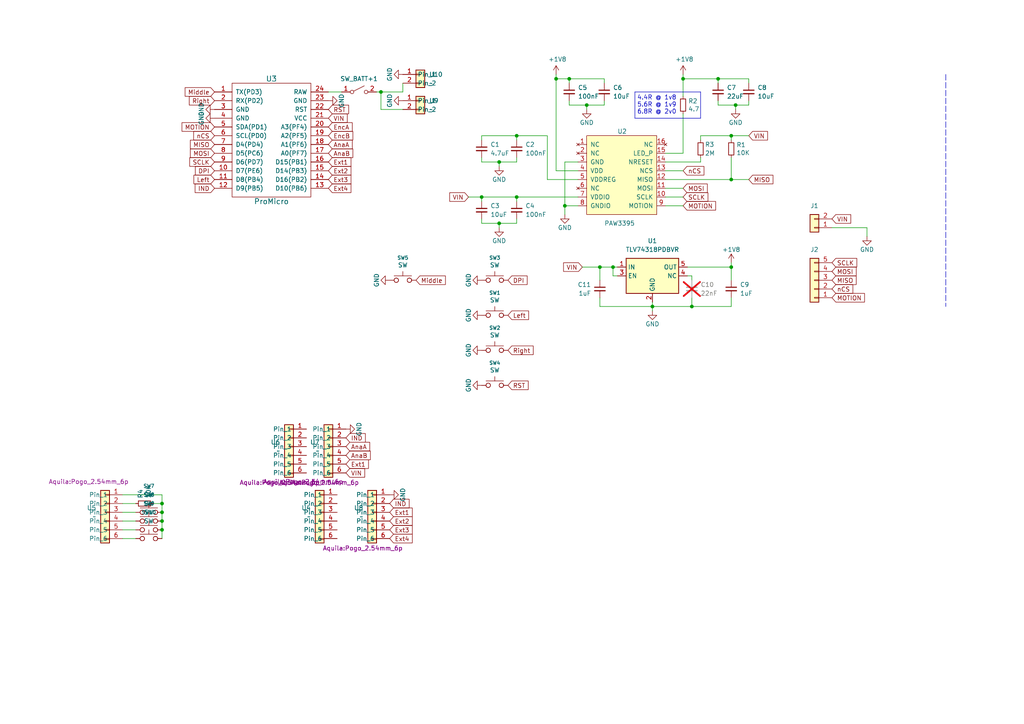
<source format=kicad_sch>
(kicad_sch
	(version 20250114)
	(generator "eeschema")
	(generator_version "9.0")
	(uuid "a311f3c6-42e3-4584-9725-4a62ff91b6e3")
	(paper "A4")
	(lib_symbols
		(symbol "Aquila:Pogo_2.54mm_2p"
			(exclude_from_sim no)
			(in_bom yes)
			(on_board yes)
			(property "Reference" "U"
				(at 0 0 0)
				(effects
					(font
						(size 1.27 1.27)
					)
				)
			)
			(property "Value" ""
				(at 0 0 0)
				(effects
					(font
						(size 1.27 1.27)
					)
				)
			)
			(property "Footprint" ""
				(at 0 0 0)
				(effects
					(font
						(size 1.27 1.27)
					)
					(hide yes)
				)
			)
			(property "Datasheet" ""
				(at 0 0 0)
				(effects
					(font
						(size 1.27 1.27)
					)
					(hide yes)
				)
			)
			(property "Description" ""
				(at 0 0 0)
				(effects
					(font
						(size 1.27 1.27)
					)
					(hide yes)
				)
			)
			(symbol "Pogo_2.54mm_2p_1_1"
				(rectangle
					(start -1.27 6.35)
					(end 1.27 1.27)
					(stroke
						(width 0.254)
						(type default)
					)
					(fill
						(type background)
					)
				)
				(rectangle
					(start -1.27 5.207)
					(end 0 4.953)
					(stroke
						(width 0.1524)
						(type default)
					)
					(fill
						(type none)
					)
				)
				(rectangle
					(start -1.27 2.667)
					(end 0 2.413)
					(stroke
						(width 0.1524)
						(type default)
					)
					(fill
						(type none)
					)
				)
				(pin passive line
					(at -5.08 5.08 0)
					(length 3.81)
					(name "Pin_1"
						(effects
							(font
								(size 1.27 1.27)
							)
						)
					)
					(number "1"
						(effects
							(font
								(size 1.27 1.27)
							)
						)
					)
				)
				(pin passive line
					(at -5.08 2.54 0)
					(length 3.81)
					(name "Pin_2"
						(effects
							(font
								(size 1.27 1.27)
							)
						)
					)
					(number "2"
						(effects
							(font
								(size 1.27 1.27)
							)
						)
					)
				)
			)
			(embedded_fonts no)
		)
		(symbol "Aquila:Pogo_2.54mm_6p"
			(exclude_from_sim no)
			(in_bom yes)
			(on_board yes)
			(property "Reference" "U4"
				(at 2.794 -11.684 0)
				(effects
					(font
						(size 1.27 1.27)
					)
				)
			)
			(property "Value" "~"
				(at 2.54 -9.652 0)
				(effects
					(font
						(size 1.27 1.27)
					)
				)
			)
			(property "Footprint" "Aquila:Pogo_2.54mm_6p"
				(at 0.762 -13.716 0)
				(effects
					(font
						(size 1.27 1.27)
					)
				)
			)
			(property "Datasheet" ""
				(at 0 0 0)
				(effects
					(font
						(size 1.27 1.27)
					)
					(hide yes)
				)
			)
			(property "Description" ""
				(at 0 0 0)
				(effects
					(font
						(size 1.27 1.27)
					)
					(hide yes)
				)
			)
			(symbol "Pogo_2.54mm_6p_1_1"
				(rectangle
					(start 1.27 6.35)
					(end 3.81 -8.89)
					(stroke
						(width 0.254)
						(type default)
					)
					(fill
						(type background)
					)
				)
				(rectangle
					(start 1.27 5.207)
					(end 2.54 4.953)
					(stroke
						(width 0.1524)
						(type default)
					)
					(fill
						(type none)
					)
				)
				(rectangle
					(start 1.27 2.667)
					(end 2.54 2.413)
					(stroke
						(width 0.1524)
						(type default)
					)
					(fill
						(type none)
					)
				)
				(rectangle
					(start 1.27 0.127)
					(end 2.54 -0.127)
					(stroke
						(width 0.1524)
						(type default)
					)
					(fill
						(type none)
					)
				)
				(rectangle
					(start 1.27 -2.413)
					(end 2.54 -2.667)
					(stroke
						(width 0.1524)
						(type default)
					)
					(fill
						(type none)
					)
				)
				(rectangle
					(start 1.27 -4.953)
					(end 2.54 -5.207)
					(stroke
						(width 0.1524)
						(type default)
					)
					(fill
						(type none)
					)
				)
				(rectangle
					(start 1.27 -7.62)
					(end 2.54 -7.874)
					(stroke
						(width 0.1524)
						(type default)
					)
					(fill
						(type none)
					)
				)
				(pin passive line
					(at -2.54 5.08 0)
					(length 3.81)
					(name "Pin_1"
						(effects
							(font
								(size 1.27 1.27)
							)
						)
					)
					(number "1"
						(effects
							(font
								(size 1.27 1.27)
							)
						)
					)
				)
				(pin passive line
					(at -2.54 2.54 0)
					(length 3.81)
					(name "Pin_2"
						(effects
							(font
								(size 1.27 1.27)
							)
						)
					)
					(number "2"
						(effects
							(font
								(size 1.27 1.27)
							)
						)
					)
				)
				(pin passive line
					(at -2.54 0 0)
					(length 3.81)
					(name "Pin_3"
						(effects
							(font
								(size 1.27 1.27)
							)
						)
					)
					(number "3"
						(effects
							(font
								(size 1.27 1.27)
							)
						)
					)
				)
				(pin passive line
					(at -2.54 -2.54 0)
					(length 3.81)
					(name "Pin_4"
						(effects
							(font
								(size 1.27 1.27)
							)
						)
					)
					(number "4"
						(effects
							(font
								(size 1.27 1.27)
							)
						)
					)
				)
				(pin passive line
					(at -2.54 -5.08 0)
					(length 3.81)
					(name "Pin_5"
						(effects
							(font
								(size 1.27 1.27)
							)
						)
					)
					(number "5"
						(effects
							(font
								(size 1.27 1.27)
							)
						)
					)
				)
				(pin passive line
					(at -2.54 -7.62 0)
					(length 3.81)
					(name "Pin_6"
						(effects
							(font
								(size 1.27 1.27)
							)
						)
					)
					(number "6"
						(effects
							(font
								(size 1.27 1.27)
							)
						)
					)
				)
			)
			(embedded_fonts no)
		)
		(symbol "Aquila:SW_RST"
			(pin_numbers
				(hide yes)
			)
			(pin_names
				(offset 1.016)
				(hide yes)
			)
			(exclude_from_sim no)
			(in_bom yes)
			(on_board yes)
			(property "Reference" "SW1"
				(at 0 6.5024 0)
				(effects
					(font
						(size 1.016 1.016)
					)
				)
			)
			(property "Value" "SW"
				(at 0 4.3942 0)
				(effects
					(font
						(size 1.27 1.27)
					)
				)
			)
			(property "Footprint" "SofleKeyboard-footprint:TACT_SWITCH_TVBP06"
				(at 0 0 0)
				(effects
					(font
						(size 1.27 1.27)
					)
					(hide yes)
				)
			)
			(property "Datasheet" ""
				(at 0 0 0)
				(effects
					(font
						(size 1.27 1.27)
					)
					(hide yes)
				)
			)
			(property "Description" ""
				(at 0 0 0)
				(effects
					(font
						(size 1.27 1.27)
					)
					(hide yes)
				)
			)
			(symbol "SW_RST_0_1"
				(polyline
					(pts
						(xy -2.54 1.27) (xy 2.54 1.27)
					)
					(stroke
						(width 0)
						(type default)
					)
					(fill
						(type none)
					)
				)
				(polyline
					(pts
						(xy 0 2.54) (xy 0 1.27)
					)
					(stroke
						(width 0)
						(type default)
					)
					(fill
						(type none)
					)
				)
				(pin passive inverted
					(at -3.81 0 0)
					(length 2.54)
					(name "1"
						(effects
							(font
								(size 1.27 1.27)
							)
						)
					)
					(number "1"
						(effects
							(font
								(size 1.27 1.27)
							)
						)
					)
				)
				(pin passive inverted
					(at 3.81 0 180)
					(length 2.54)
					(name "2"
						(effects
							(font
								(size 1.27 1.27)
							)
						)
					)
					(number "2"
						(effects
							(font
								(size 1.27 1.27)
							)
						)
					)
				)
			)
			(embedded_fonts no)
		)
		(symbol "Connector_Generic:Conn_01x02"
			(pin_names
				(offset 1.016)
				(hide yes)
			)
			(exclude_from_sim no)
			(in_bom yes)
			(on_board yes)
			(property "Reference" "J"
				(at 0 2.54 0)
				(effects
					(font
						(size 1.27 1.27)
					)
				)
			)
			(property "Value" "Conn_01x02"
				(at 0 -5.08 0)
				(effects
					(font
						(size 1.27 1.27)
					)
				)
			)
			(property "Footprint" ""
				(at 0 0 0)
				(effects
					(font
						(size 1.27 1.27)
					)
					(hide yes)
				)
			)
			(property "Datasheet" "~"
				(at 0 0 0)
				(effects
					(font
						(size 1.27 1.27)
					)
					(hide yes)
				)
			)
			(property "Description" "Generic connector, single row, 01x02, script generated (kicad-library-utils/schlib/autogen/connector/)"
				(at 0 0 0)
				(effects
					(font
						(size 1.27 1.27)
					)
					(hide yes)
				)
			)
			(property "ki_keywords" "connector"
				(at 0 0 0)
				(effects
					(font
						(size 1.27 1.27)
					)
					(hide yes)
				)
			)
			(property "ki_fp_filters" "Connector*:*_1x??_*"
				(at 0 0 0)
				(effects
					(font
						(size 1.27 1.27)
					)
					(hide yes)
				)
			)
			(symbol "Conn_01x02_1_1"
				(rectangle
					(start -1.27 1.27)
					(end 1.27 -3.81)
					(stroke
						(width 0.254)
						(type default)
					)
					(fill
						(type background)
					)
				)
				(rectangle
					(start -1.27 0.127)
					(end 0 -0.127)
					(stroke
						(width 0.1524)
						(type default)
					)
					(fill
						(type none)
					)
				)
				(rectangle
					(start -1.27 -2.413)
					(end 0 -2.667)
					(stroke
						(width 0.1524)
						(type default)
					)
					(fill
						(type none)
					)
				)
				(pin passive line
					(at -5.08 0 0)
					(length 3.81)
					(name "Pin_1"
						(effects
							(font
								(size 1.27 1.27)
							)
						)
					)
					(number "1"
						(effects
							(font
								(size 1.27 1.27)
							)
						)
					)
				)
				(pin passive line
					(at -5.08 -2.54 0)
					(length 3.81)
					(name "Pin_2"
						(effects
							(font
								(size 1.27 1.27)
							)
						)
					)
					(number "2"
						(effects
							(font
								(size 1.27 1.27)
							)
						)
					)
				)
			)
			(embedded_fonts no)
		)
		(symbol "Connector_Generic:Conn_01x05"
			(pin_names
				(offset 1.016)
				(hide yes)
			)
			(exclude_from_sim no)
			(in_bom yes)
			(on_board yes)
			(property "Reference" "J"
				(at 0 7.62 0)
				(effects
					(font
						(size 1.27 1.27)
					)
				)
			)
			(property "Value" "Conn_01x05"
				(at 0 -7.62 0)
				(effects
					(font
						(size 1.27 1.27)
					)
				)
			)
			(property "Footprint" ""
				(at 0 0 0)
				(effects
					(font
						(size 1.27 1.27)
					)
					(hide yes)
				)
			)
			(property "Datasheet" "~"
				(at 0 0 0)
				(effects
					(font
						(size 1.27 1.27)
					)
					(hide yes)
				)
			)
			(property "Description" "Generic connector, single row, 01x05, script generated (kicad-library-utils/schlib/autogen/connector/)"
				(at 0 0 0)
				(effects
					(font
						(size 1.27 1.27)
					)
					(hide yes)
				)
			)
			(property "ki_keywords" "connector"
				(at 0 0 0)
				(effects
					(font
						(size 1.27 1.27)
					)
					(hide yes)
				)
			)
			(property "ki_fp_filters" "Connector*:*_1x??_*"
				(at 0 0 0)
				(effects
					(font
						(size 1.27 1.27)
					)
					(hide yes)
				)
			)
			(symbol "Conn_01x05_1_1"
				(rectangle
					(start -1.27 6.35)
					(end 1.27 -6.35)
					(stroke
						(width 0.254)
						(type default)
					)
					(fill
						(type background)
					)
				)
				(rectangle
					(start -1.27 5.207)
					(end 0 4.953)
					(stroke
						(width 0.1524)
						(type default)
					)
					(fill
						(type none)
					)
				)
				(rectangle
					(start -1.27 2.667)
					(end 0 2.413)
					(stroke
						(width 0.1524)
						(type default)
					)
					(fill
						(type none)
					)
				)
				(rectangle
					(start -1.27 0.127)
					(end 0 -0.127)
					(stroke
						(width 0.1524)
						(type default)
					)
					(fill
						(type none)
					)
				)
				(rectangle
					(start -1.27 -2.413)
					(end 0 -2.667)
					(stroke
						(width 0.1524)
						(type default)
					)
					(fill
						(type none)
					)
				)
				(rectangle
					(start -1.27 -4.953)
					(end 0 -5.207)
					(stroke
						(width 0.1524)
						(type default)
					)
					(fill
						(type none)
					)
				)
				(pin passive line
					(at -5.08 5.08 0)
					(length 3.81)
					(name "Pin_1"
						(effects
							(font
								(size 1.27 1.27)
							)
						)
					)
					(number "1"
						(effects
							(font
								(size 1.27 1.27)
							)
						)
					)
				)
				(pin passive line
					(at -5.08 2.54 0)
					(length 3.81)
					(name "Pin_2"
						(effects
							(font
								(size 1.27 1.27)
							)
						)
					)
					(number "2"
						(effects
							(font
								(size 1.27 1.27)
							)
						)
					)
				)
				(pin passive line
					(at -5.08 0 0)
					(length 3.81)
					(name "Pin_3"
						(effects
							(font
								(size 1.27 1.27)
							)
						)
					)
					(number "3"
						(effects
							(font
								(size 1.27 1.27)
							)
						)
					)
				)
				(pin passive line
					(at -5.08 -2.54 0)
					(length 3.81)
					(name "Pin_4"
						(effects
							(font
								(size 1.27 1.27)
							)
						)
					)
					(number "4"
						(effects
							(font
								(size 1.27 1.27)
							)
						)
					)
				)
				(pin passive line
					(at -5.08 -5.08 0)
					(length 3.81)
					(name "Pin_5"
						(effects
							(font
								(size 1.27 1.27)
							)
						)
					)
					(number "5"
						(effects
							(font
								(size 1.27 1.27)
							)
						)
					)
				)
			)
			(embedded_fonts no)
		)
		(symbol "Device:C_Small"
			(pin_numbers
				(hide yes)
			)
			(pin_names
				(offset 0.254)
				(hide yes)
			)
			(exclude_from_sim no)
			(in_bom yes)
			(on_board yes)
			(property "Reference" "C"
				(at 0.254 1.778 0)
				(effects
					(font
						(size 1.27 1.27)
					)
					(justify left)
				)
			)
			(property "Value" "C_Small"
				(at 0.254 -2.032 0)
				(effects
					(font
						(size 1.27 1.27)
					)
					(justify left)
				)
			)
			(property "Footprint" ""
				(at 0 0 0)
				(effects
					(font
						(size 1.27 1.27)
					)
					(hide yes)
				)
			)
			(property "Datasheet" "~"
				(at 0 0 0)
				(effects
					(font
						(size 1.27 1.27)
					)
					(hide yes)
				)
			)
			(property "Description" "Unpolarized capacitor, small symbol"
				(at 0 0 0)
				(effects
					(font
						(size 1.27 1.27)
					)
					(hide yes)
				)
			)
			(property "ki_keywords" "capacitor cap"
				(at 0 0 0)
				(effects
					(font
						(size 1.27 1.27)
					)
					(hide yes)
				)
			)
			(property "ki_fp_filters" "C_*"
				(at 0 0 0)
				(effects
					(font
						(size 1.27 1.27)
					)
					(hide yes)
				)
			)
			(symbol "C_Small_0_1"
				(polyline
					(pts
						(xy -1.524 0.508) (xy 1.524 0.508)
					)
					(stroke
						(width 0.3048)
						(type default)
					)
					(fill
						(type none)
					)
				)
				(polyline
					(pts
						(xy -1.524 -0.508) (xy 1.524 -0.508)
					)
					(stroke
						(width 0.3302)
						(type default)
					)
					(fill
						(type none)
					)
				)
			)
			(symbol "C_Small_1_1"
				(pin passive line
					(at 0 2.54 270)
					(length 2.032)
					(name "~"
						(effects
							(font
								(size 1.27 1.27)
							)
						)
					)
					(number "1"
						(effects
							(font
								(size 1.27 1.27)
							)
						)
					)
				)
				(pin passive line
					(at 0 -2.54 90)
					(length 2.032)
					(name "~"
						(effects
							(font
								(size 1.27 1.27)
							)
						)
					)
					(number "2"
						(effects
							(font
								(size 1.27 1.27)
							)
						)
					)
				)
			)
			(embedded_fonts no)
		)
		(symbol "Device:R_Small"
			(pin_numbers
				(hide yes)
			)
			(pin_names
				(offset 0.254)
				(hide yes)
			)
			(exclude_from_sim no)
			(in_bom yes)
			(on_board yes)
			(property "Reference" "R"
				(at 0.762 0.508 0)
				(effects
					(font
						(size 1.27 1.27)
					)
					(justify left)
				)
			)
			(property "Value" "R_Small"
				(at 0.762 -1.016 0)
				(effects
					(font
						(size 1.27 1.27)
					)
					(justify left)
				)
			)
			(property "Footprint" ""
				(at 0 0 0)
				(effects
					(font
						(size 1.27 1.27)
					)
					(hide yes)
				)
			)
			(property "Datasheet" "~"
				(at 0 0 0)
				(effects
					(font
						(size 1.27 1.27)
					)
					(hide yes)
				)
			)
			(property "Description" "Resistor, small symbol"
				(at 0 0 0)
				(effects
					(font
						(size 1.27 1.27)
					)
					(hide yes)
				)
			)
			(property "ki_keywords" "R resistor"
				(at 0 0 0)
				(effects
					(font
						(size 1.27 1.27)
					)
					(hide yes)
				)
			)
			(property "ki_fp_filters" "R_*"
				(at 0 0 0)
				(effects
					(font
						(size 1.27 1.27)
					)
					(hide yes)
				)
			)
			(symbol "R_Small_0_1"
				(rectangle
					(start -0.762 1.778)
					(end 0.762 -1.778)
					(stroke
						(width 0.2032)
						(type default)
					)
					(fill
						(type none)
					)
				)
			)
			(symbol "R_Small_1_1"
				(pin passive line
					(at 0 2.54 270)
					(length 0.762)
					(name "~"
						(effects
							(font
								(size 1.27 1.27)
							)
						)
					)
					(number "1"
						(effects
							(font
								(size 1.27 1.27)
							)
						)
					)
				)
				(pin passive line
					(at 0 -2.54 90)
					(length 0.762)
					(name "~"
						(effects
							(font
								(size 1.27 1.27)
							)
						)
					)
					(number "2"
						(effects
							(font
								(size 1.27 1.27)
							)
						)
					)
				)
			)
			(embedded_fonts no)
		)
		(symbol "Pogo_2.54mm_6p_1"
			(exclude_from_sim no)
			(in_bom yes)
			(on_board yes)
			(property "Reference" "U4"
				(at 2.794 -11.684 0)
				(effects
					(font
						(size 1.27 1.27)
					)
				)
			)
			(property "Value" "~"
				(at 2.54 -9.652 0)
				(effects
					(font
						(size 1.27 1.27)
					)
				)
			)
			(property "Footprint" "SofleChoc:Pogo_2.54mm_6p"
				(at 0.762 -13.716 0)
				(effects
					(font
						(size 1.27 1.27)
					)
				)
			)
			(property "Datasheet" ""
				(at 0 0 0)
				(effects
					(font
						(size 1.27 1.27)
					)
					(hide yes)
				)
			)
			(property "Description" ""
				(at 0 0 0)
				(effects
					(font
						(size 1.27 1.27)
					)
					(hide yes)
				)
			)
			(symbol "Pogo_2.54mm_6p_1_1_1"
				(rectangle
					(start 1.27 6.35)
					(end 3.81 -8.89)
					(stroke
						(width 0.254)
						(type default)
					)
					(fill
						(type background)
					)
				)
				(rectangle
					(start 1.27 5.207)
					(end 2.54 4.953)
					(stroke
						(width 0.1524)
						(type default)
					)
					(fill
						(type none)
					)
				)
				(rectangle
					(start 1.27 2.667)
					(end 2.54 2.413)
					(stroke
						(width 0.1524)
						(type default)
					)
					(fill
						(type none)
					)
				)
				(rectangle
					(start 1.27 0.127)
					(end 2.54 -0.127)
					(stroke
						(width 0.1524)
						(type default)
					)
					(fill
						(type none)
					)
				)
				(rectangle
					(start 1.27 -2.413)
					(end 2.54 -2.667)
					(stroke
						(width 0.1524)
						(type default)
					)
					(fill
						(type none)
					)
				)
				(rectangle
					(start 1.27 -4.953)
					(end 2.54 -5.207)
					(stroke
						(width 0.1524)
						(type default)
					)
					(fill
						(type none)
					)
				)
				(rectangle
					(start 1.27 -7.62)
					(end 2.54 -7.874)
					(stroke
						(width 0.1524)
						(type default)
					)
					(fill
						(type none)
					)
				)
				(pin passive line
					(at -2.54 5.08 0)
					(length 3.81)
					(name "Pin_1"
						(effects
							(font
								(size 1.27 1.27)
							)
						)
					)
					(number "1"
						(effects
							(font
								(size 1.27 1.27)
							)
						)
					)
				)
				(pin passive line
					(at -2.54 2.54 0)
					(length 3.81)
					(name "Pin_2"
						(effects
							(font
								(size 1.27 1.27)
							)
						)
					)
					(number "2"
						(effects
							(font
								(size 1.27 1.27)
							)
						)
					)
				)
				(pin passive line
					(at -2.54 0 0)
					(length 3.81)
					(name "Pin_3"
						(effects
							(font
								(size 1.27 1.27)
							)
						)
					)
					(number "3"
						(effects
							(font
								(size 1.27 1.27)
							)
						)
					)
				)
				(pin passive line
					(at -2.54 -2.54 0)
					(length 3.81)
					(name "Pin_4"
						(effects
							(font
								(size 1.27 1.27)
							)
						)
					)
					(number "4"
						(effects
							(font
								(size 1.27 1.27)
							)
						)
					)
				)
				(pin passive line
					(at -2.54 -5.08 0)
					(length 3.81)
					(name "Pin_5"
						(effects
							(font
								(size 1.27 1.27)
							)
						)
					)
					(number "5"
						(effects
							(font
								(size 1.27 1.27)
							)
						)
					)
				)
				(pin passive line
					(at -2.54 -7.62 0)
					(length 3.81)
					(name "Pin_6"
						(effects
							(font
								(size 1.27 1.27)
							)
						)
					)
					(number "6"
						(effects
							(font
								(size 1.27 1.27)
							)
						)
					)
				)
			)
			(embedded_fonts no)
		)
		(symbol "SofleKeyboard-rescue:ProMicro_2-Lily58-cache-Lily58_Pro-rescue"
			(pin_names
				(offset 1.016)
			)
			(exclude_from_sim no)
			(in_bom yes)
			(on_board yes)
			(property "Reference" "U"
				(at 0 17.78 0)
				(effects
					(font
						(size 1.27 1.27)
					)
				)
			)
			(property "Value" "ProMicro_2-Lily58-cache-Lily58_Pro-rescue"
				(at 0 -17.78 0)
				(effects
					(font
						(size 1.27 1.27)
					)
				)
			)
			(property "Footprint" ""
				(at -1.27 2.54 0)
				(effects
					(font
						(size 1.27 1.27)
					)
					(hide yes)
				)
			)
			(property "Datasheet" ""
				(at -1.27 2.54 0)
				(effects
					(font
						(size 1.27 1.27)
					)
					(hide yes)
				)
			)
			(property "Description" ""
				(at 0 0 0)
				(effects
					(font
						(size 1.27 1.27)
					)
					(hide yes)
				)
			)
			(symbol "ProMicro_2-Lily58-cache-Lily58_Pro-rescue_0_1"
				(rectangle
					(start -11.43 16.51)
					(end 11.43 -16.51)
					(stroke
						(width 0)
						(type default)
					)
					(fill
						(type none)
					)
				)
			)
			(symbol "ProMicro_2-Lily58-cache-Lily58_Pro-rescue_1_1"
				(pin bidirectional line
					(at -16.51 13.97 0)
					(length 5.08)
					(name "TX(PD3)"
						(effects
							(font
								(size 1.27 1.27)
							)
						)
					)
					(number "1"
						(effects
							(font
								(size 1.27 1.27)
							)
						)
					)
				)
				(pin input line
					(at -16.51 11.43 0)
					(length 5.08)
					(name "RX(PD2)"
						(effects
							(font
								(size 1.27 1.27)
							)
						)
					)
					(number "2"
						(effects
							(font
								(size 1.27 1.27)
							)
						)
					)
				)
				(pin input line
					(at -16.51 8.89 0)
					(length 5.08)
					(name "GND"
						(effects
							(font
								(size 1.27 1.27)
							)
						)
					)
					(number "3"
						(effects
							(font
								(size 1.27 1.27)
							)
						)
					)
				)
				(pin input line
					(at -16.51 6.35 0)
					(length 5.08)
					(name "GND"
						(effects
							(font
								(size 1.27 1.27)
							)
						)
					)
					(number "4"
						(effects
							(font
								(size 1.27 1.27)
							)
						)
					)
				)
				(pin input line
					(at -16.51 3.81 0)
					(length 5.08)
					(name "SDA(PD1)"
						(effects
							(font
								(size 1.27 1.27)
							)
						)
					)
					(number "5"
						(effects
							(font
								(size 1.27 1.27)
							)
						)
					)
				)
				(pin input line
					(at -16.51 1.27 0)
					(length 5.08)
					(name "SCL(PD0)"
						(effects
							(font
								(size 1.27 1.27)
							)
						)
					)
					(number "6"
						(effects
							(font
								(size 1.27 1.27)
							)
						)
					)
				)
				(pin input line
					(at -16.51 -1.27 0)
					(length 5.08)
					(name "D4(PD4)"
						(effects
							(font
								(size 1.27 1.27)
							)
						)
					)
					(number "7"
						(effects
							(font
								(size 1.27 1.27)
							)
						)
					)
				)
				(pin input line
					(at -16.51 -3.81 0)
					(length 5.08)
					(name "D5(PC6)"
						(effects
							(font
								(size 1.27 1.27)
							)
						)
					)
					(number "8"
						(effects
							(font
								(size 1.27 1.27)
							)
						)
					)
				)
				(pin input line
					(at -16.51 -6.35 0)
					(length 5.08)
					(name "D6(PD7)"
						(effects
							(font
								(size 1.27 1.27)
							)
						)
					)
					(number "9"
						(effects
							(font
								(size 1.27 1.27)
							)
						)
					)
				)
				(pin input line
					(at -16.51 -8.89 0)
					(length 5.08)
					(name "D7(PE6)"
						(effects
							(font
								(size 1.27 1.27)
							)
						)
					)
					(number "10"
						(effects
							(font
								(size 1.27 1.27)
							)
						)
					)
				)
				(pin input line
					(at -16.51 -11.43 0)
					(length 5.08)
					(name "D8(PB4)"
						(effects
							(font
								(size 1.27 1.27)
							)
						)
					)
					(number "11"
						(effects
							(font
								(size 1.27 1.27)
							)
						)
					)
				)
				(pin input line
					(at -16.51 -13.97 0)
					(length 5.08)
					(name "D9(PB5)"
						(effects
							(font
								(size 1.27 1.27)
							)
						)
					)
					(number "12"
						(effects
							(font
								(size 1.27 1.27)
							)
						)
					)
				)
				(pin input line
					(at 16.51 13.97 180)
					(length 5.08)
					(name "RAW"
						(effects
							(font
								(size 1.27 1.27)
							)
						)
					)
					(number "24"
						(effects
							(font
								(size 1.27 1.27)
							)
						)
					)
				)
				(pin input line
					(at 16.51 11.43 180)
					(length 5.08)
					(name "GND"
						(effects
							(font
								(size 1.27 1.27)
							)
						)
					)
					(number "23"
						(effects
							(font
								(size 1.27 1.27)
							)
						)
					)
				)
				(pin input line
					(at 16.51 8.89 180)
					(length 5.08)
					(name "RST"
						(effects
							(font
								(size 1.27 1.27)
							)
						)
					)
					(number "22"
						(effects
							(font
								(size 1.27 1.27)
							)
						)
					)
				)
				(pin input line
					(at 16.51 6.35 180)
					(length 5.08)
					(name "VCC"
						(effects
							(font
								(size 1.27 1.27)
							)
						)
					)
					(number "21"
						(effects
							(font
								(size 1.27 1.27)
							)
						)
					)
				)
				(pin input line
					(at 16.51 3.81 180)
					(length 5.08)
					(name "A3(PF4)"
						(effects
							(font
								(size 1.27 1.27)
							)
						)
					)
					(number "20"
						(effects
							(font
								(size 1.27 1.27)
							)
						)
					)
				)
				(pin input line
					(at 16.51 1.27 180)
					(length 5.08)
					(name "A2(PF5)"
						(effects
							(font
								(size 1.27 1.27)
							)
						)
					)
					(number "19"
						(effects
							(font
								(size 1.27 1.27)
							)
						)
					)
				)
				(pin input line
					(at 16.51 -1.27 180)
					(length 5.08)
					(name "A1(PF6)"
						(effects
							(font
								(size 1.27 1.27)
							)
						)
					)
					(number "18"
						(effects
							(font
								(size 1.27 1.27)
							)
						)
					)
				)
				(pin input line
					(at 16.51 -3.81 180)
					(length 5.08)
					(name "A0(PF7)"
						(effects
							(font
								(size 1.27 1.27)
							)
						)
					)
					(number "17"
						(effects
							(font
								(size 1.27 1.27)
							)
						)
					)
				)
				(pin input line
					(at 16.51 -6.35 180)
					(length 5.08)
					(name "D15(PB1)"
						(effects
							(font
								(size 1.27 1.27)
							)
						)
					)
					(number "16"
						(effects
							(font
								(size 1.27 1.27)
							)
						)
					)
				)
				(pin input line
					(at 16.51 -8.89 180)
					(length 5.08)
					(name "D14(PB3)"
						(effects
							(font
								(size 1.27 1.27)
							)
						)
					)
					(number "15"
						(effects
							(font
								(size 1.27 1.27)
							)
						)
					)
				)
				(pin input line
					(at 16.51 -11.43 180)
					(length 5.08)
					(name "D16(PB2)"
						(effects
							(font
								(size 1.27 1.27)
							)
						)
					)
					(number "14"
						(effects
							(font
								(size 1.27 1.27)
							)
						)
					)
				)
				(pin input line
					(at 16.51 -13.97 180)
					(length 5.08)
					(name "D10(PB6)"
						(effects
							(font
								(size 1.27 1.27)
							)
						)
					)
					(number "13"
						(effects
							(font
								(size 1.27 1.27)
							)
						)
					)
				)
			)
			(embedded_fonts no)
		)
		(symbol "SofleKeyboard-rescue:SW_RST-Lily58-cache-Lily58_Pro-rescue"
			(pin_numbers
				(hide yes)
			)
			(pin_names
				(offset 1.016)
				(hide yes)
			)
			(exclude_from_sim no)
			(in_bom yes)
			(on_board yes)
			(property "Reference" "RSW"
				(at 2.54 2.54 0)
				(effects
					(font
						(size 1.016 1.016)
					)
				)
			)
			(property "Value" "SW_RST-Lily58-cache-Lily58_Pro-rescue"
				(at 0 -2.54 0)
				(effects
					(font
						(size 1.27 1.27)
					)
				)
			)
			(property "Footprint" ""
				(at 0 0 0)
				(effects
					(font
						(size 1.27 1.27)
					)
					(hide yes)
				)
			)
			(property "Datasheet" ""
				(at 0 0 0)
				(effects
					(font
						(size 1.27 1.27)
					)
					(hide yes)
				)
			)
			(property "Description" ""
				(at 0 0 0)
				(effects
					(font
						(size 1.27 1.27)
					)
					(hide yes)
				)
			)
			(symbol "SW_RST-Lily58-cache-Lily58_Pro-rescue_0_1"
				(polyline
					(pts
						(xy -2.54 1.27) (xy 2.54 1.27)
					)
					(stroke
						(width 0)
						(type default)
					)
					(fill
						(type none)
					)
				)
				(polyline
					(pts
						(xy 0 2.54) (xy 0 1.27)
					)
					(stroke
						(width 0)
						(type default)
					)
					(fill
						(type none)
					)
				)
				(pin passive inverted
					(at -3.81 0 0)
					(length 2.54)
					(name "1"
						(effects
							(font
								(size 1.27 1.27)
							)
						)
					)
					(number "1"
						(effects
							(font
								(size 1.27 1.27)
							)
						)
					)
				)
				(pin passive inverted
					(at 3.81 0 180)
					(length 2.54)
					(name "2"
						(effects
							(font
								(size 1.27 1.27)
							)
						)
					)
					(number "2"
						(effects
							(font
								(size 1.27 1.27)
							)
						)
					)
				)
			)
			(embedded_fonts no)
		)
		(symbol "Switch:SW_SPST"
			(pin_names
				(offset 0)
				(hide yes)
			)
			(exclude_from_sim no)
			(in_bom yes)
			(on_board yes)
			(property "Reference" "SW"
				(at 0 3.175 0)
				(effects
					(font
						(size 1.27 1.27)
					)
				)
			)
			(property "Value" "SW_SPST"
				(at 0 -2.54 0)
				(effects
					(font
						(size 1.27 1.27)
					)
				)
			)
			(property "Footprint" ""
				(at 0 0 0)
				(effects
					(font
						(size 1.27 1.27)
					)
					(hide yes)
				)
			)
			(property "Datasheet" "~"
				(at 0 0 0)
				(effects
					(font
						(size 1.27 1.27)
					)
					(hide yes)
				)
			)
			(property "Description" "Single Pole Single Throw (SPST) switch"
				(at 0 0 0)
				(effects
					(font
						(size 1.27 1.27)
					)
					(hide yes)
				)
			)
			(property "ki_keywords" "switch lever"
				(at 0 0 0)
				(effects
					(font
						(size 1.27 1.27)
					)
					(hide yes)
				)
			)
			(symbol "SW_SPST_0_0"
				(circle
					(center -2.032 0)
					(radius 0.508)
					(stroke
						(width 0)
						(type default)
					)
					(fill
						(type none)
					)
				)
				(polyline
					(pts
						(xy -1.524 0.254) (xy 1.524 1.778)
					)
					(stroke
						(width 0)
						(type default)
					)
					(fill
						(type none)
					)
				)
				(circle
					(center 2.032 0)
					(radius 0.508)
					(stroke
						(width 0)
						(type default)
					)
					(fill
						(type none)
					)
				)
			)
			(symbol "SW_SPST_1_1"
				(pin passive line
					(at -5.08 0 0)
					(length 2.54)
					(name "A"
						(effects
							(font
								(size 1.27 1.27)
							)
						)
					)
					(number "1"
						(effects
							(font
								(size 1.27 1.27)
							)
						)
					)
				)
				(pin passive line
					(at 5.08 0 180)
					(length 2.54)
					(name "B"
						(effects
							(font
								(size 1.27 1.27)
							)
						)
					)
					(number "2"
						(effects
							(font
								(size 1.27 1.27)
							)
						)
					)
				)
			)
			(embedded_fonts no)
		)
		(symbol "mysymbol:PAW3395"
			(pin_names
				(offset 1.016)
			)
			(exclude_from_sim no)
			(in_bom yes)
			(on_board yes)
			(property "Reference" "U?"
				(at -1.27 17.78 0)
				(effects
					(font
						(size 1.27 1.27)
					)
					(justify left)
				)
			)
			(property "Value" "PAW3395"
				(at 10.16 -12.7 0)
				(effects
					(font
						(size 1.27 1.27)
					)
					(justify right)
				)
			)
			(property "Footprint" "mylib:PAW3395"
				(at 0 13.97 0)
				(effects
					(font
						(size 1.27 1.27)
					)
					(hide yes)
				)
			)
			(property "Datasheet" ""
				(at 0 13.97 0)
				(effects
					(font
						(size 1.27 1.27)
					)
					(hide yes)
				)
			)
			(property "Description" ""
				(at 0 0 0)
				(effects
					(font
						(size 1.27 1.27)
					)
					(hide yes)
				)
			)
			(symbol "PAW3395_0_0"
				(pin no_connect line
					(at -12.7 10.16 0)
					(length 2.54)
					(name "NC"
						(effects
							(font
								(size 1.27 1.27)
							)
						)
					)
					(number "1"
						(effects
							(font
								(size 1.27 1.27)
							)
						)
					)
				)
				(pin no_connect line
					(at -12.7 7.62 0)
					(length 2.54)
					(name "NC"
						(effects
							(font
								(size 1.27 1.27)
							)
						)
					)
					(number "2"
						(effects
							(font
								(size 1.27 1.27)
							)
						)
					)
				)
				(pin unspecified line
					(at -12.7 5.08 0)
					(length 2.54)
					(name "GND"
						(effects
							(font
								(size 1.27 1.27)
							)
						)
					)
					(number "3"
						(effects
							(font
								(size 1.27 1.27)
							)
						)
					)
				)
				(pin unspecified line
					(at -12.7 2.54 0)
					(length 2.54)
					(name "VDD"
						(effects
							(font
								(size 1.27 1.27)
							)
						)
					)
					(number "4"
						(effects
							(font
								(size 1.27 1.27)
							)
						)
					)
				)
				(pin unspecified line
					(at -12.7 0 0)
					(length 2.54)
					(name "VDDREG"
						(effects
							(font
								(size 1.27 1.27)
							)
						)
					)
					(number "5"
						(effects
							(font
								(size 1.27 1.27)
							)
						)
					)
				)
				(pin no_connect line
					(at -12.7 -2.54 0)
					(length 2.54)
					(name "NC"
						(effects
							(font
								(size 1.27 1.27)
							)
						)
					)
					(number "6"
						(effects
							(font
								(size 1.27 1.27)
							)
						)
					)
				)
				(pin unspecified line
					(at -12.7 -5.08 0)
					(length 2.54)
					(name "VDDIO"
						(effects
							(font
								(size 1.27 1.27)
							)
						)
					)
					(number "7"
						(effects
							(font
								(size 1.27 1.27)
							)
						)
					)
				)
				(pin unspecified line
					(at -12.7 -7.62 0)
					(length 2.54)
					(name "GNDIO"
						(effects
							(font
								(size 1.27 1.27)
							)
						)
					)
					(number "8"
						(effects
							(font
								(size 1.27 1.27)
							)
						)
					)
				)
				(pin no_connect line
					(at 12.7 10.16 180)
					(length 2.54)
					(name "NC"
						(effects
							(font
								(size 1.27 1.27)
							)
						)
					)
					(number "16"
						(effects
							(font
								(size 1.27 1.27)
							)
						)
					)
				)
				(pin unspecified line
					(at 12.7 7.62 180)
					(length 2.54)
					(name "LED_P"
						(effects
							(font
								(size 1.27 1.27)
							)
						)
					)
					(number "15"
						(effects
							(font
								(size 1.27 1.27)
							)
						)
					)
				)
				(pin unspecified line
					(at 12.7 5.08 180)
					(length 2.54)
					(name "NRESET"
						(effects
							(font
								(size 1.27 1.27)
							)
						)
					)
					(number "14"
						(effects
							(font
								(size 1.27 1.27)
							)
						)
					)
				)
				(pin unspecified line
					(at 12.7 2.54 180)
					(length 2.54)
					(name "NCS"
						(effects
							(font
								(size 1.27 1.27)
							)
						)
					)
					(number "13"
						(effects
							(font
								(size 1.27 1.27)
							)
						)
					)
				)
				(pin unspecified line
					(at 12.7 0 180)
					(length 2.54)
					(name "MISO"
						(effects
							(font
								(size 1.27 1.27)
							)
						)
					)
					(number "12"
						(effects
							(font
								(size 1.27 1.27)
							)
						)
					)
				)
				(pin unspecified line
					(at 12.7 -2.54 180)
					(length 2.54)
					(name "MOSI"
						(effects
							(font
								(size 1.27 1.27)
							)
						)
					)
					(number "11"
						(effects
							(font
								(size 1.27 1.27)
							)
						)
					)
				)
				(pin unspecified line
					(at 12.7 -5.08 180)
					(length 2.54)
					(name "SCLK"
						(effects
							(font
								(size 1.27 1.27)
							)
						)
					)
					(number "10"
						(effects
							(font
								(size 1.27 1.27)
							)
						)
					)
				)
				(pin unspecified line
					(at 12.7 -7.62 180)
					(length 2.54)
					(name "MOTION"
						(effects
							(font
								(size 1.27 1.27)
							)
						)
					)
					(number "9"
						(effects
							(font
								(size 1.27 1.27)
							)
						)
					)
				)
			)
			(symbol "PAW3395_0_1"
				(rectangle
					(start -10.16 12.7)
					(end 10.16 -10.16)
					(stroke
						(width 0)
						(type default)
					)
					(fill
						(type background)
					)
				)
			)
			(embedded_fonts no)
		)
		(symbol "pmw3610_pcb:TLV74318PDBVR"
			(exclude_from_sim no)
			(in_bom yes)
			(on_board yes)
			(property "Reference" "U"
				(at 0 8.89 0)
				(effects
					(font
						(size 1.27 1.27)
					)
				)
			)
			(property "Value" "TLV74318PDBVR"
				(at 0 6.35 0)
				(effects
					(font
						(size 1.27 1.27)
					)
				)
			)
			(property "Footprint" "Package_TO_SOT_SMD:SOT-23-5"
				(at 0 6.35 0)
				(effects
					(font
						(size 1.27 1.27)
					)
					(hide yes)
				)
			)
			(property "Datasheet" ""
				(at 0 0 0)
				(effects
					(font
						(size 1.27 1.27)
					)
					(hide yes)
				)
			)
			(property "Description" "LDO Voltage Regulators 300-mA low-IQ low-dropout (LDO) voltage regulator with enable 5-SOT-23 -40 to 125"
				(at 0 0 0)
				(effects
					(font
						(size 1.27 1.27)
					)
					(hide yes)
				)
			)
			(symbol "TLV74318PDBVR_0_1"
				(rectangle
					(start -7.62 5.08)
					(end 7.62 -5.08)
					(stroke
						(width 0.254)
						(type default)
					)
					(fill
						(type background)
					)
				)
			)
			(symbol "TLV74318PDBVR_1_1"
				(pin power_in line
					(at -10.16 2.54 0)
					(length 2.54)
					(name "IN"
						(effects
							(font
								(size 1.27 1.27)
							)
						)
					)
					(number "1"
						(effects
							(font
								(size 1.27 1.27)
							)
						)
					)
				)
				(pin input line
					(at -10.16 0 0)
					(length 2.54)
					(name "EN"
						(effects
							(font
								(size 1.27 1.27)
							)
						)
					)
					(number "3"
						(effects
							(font
								(size 1.27 1.27)
							)
						)
					)
				)
				(pin power_in line
					(at 0 -7.62 90)
					(length 2.54)
					(name "GND"
						(effects
							(font
								(size 1.27 1.27)
							)
						)
					)
					(number "2"
						(effects
							(font
								(size 1.27 1.27)
							)
						)
					)
				)
				(pin power_out line
					(at 10.16 2.54 180)
					(length 2.54)
					(name "OUT"
						(effects
							(font
								(size 1.27 1.27)
							)
						)
					)
					(number "5"
						(effects
							(font
								(size 1.27 1.27)
							)
						)
					)
				)
				(pin output line
					(at 10.16 0 180)
					(length 2.54)
					(name "NC"
						(effects
							(font
								(size 1.27 1.27)
							)
						)
					)
					(number "4"
						(effects
							(font
								(size 1.27 1.27)
							)
						)
					)
				)
			)
			(embedded_fonts no)
		)
		(symbol "power:+1V8"
			(power)
			(pin_names
				(offset 0)
			)
			(exclude_from_sim no)
			(in_bom yes)
			(on_board yes)
			(property "Reference" "#PWR"
				(at 0 -3.81 0)
				(effects
					(font
						(size 1.27 1.27)
					)
					(hide yes)
				)
			)
			(property "Value" "+1V8"
				(at 0 3.556 0)
				(effects
					(font
						(size 1.27 1.27)
					)
				)
			)
			(property "Footprint" ""
				(at 0 0 0)
				(effects
					(font
						(size 1.27 1.27)
					)
					(hide yes)
				)
			)
			(property "Datasheet" ""
				(at 0 0 0)
				(effects
					(font
						(size 1.27 1.27)
					)
					(hide yes)
				)
			)
			(property "Description" "Power symbol creates a global label with name \"+1V8\""
				(at 0 0 0)
				(effects
					(font
						(size 1.27 1.27)
					)
					(hide yes)
				)
			)
			(property "ki_keywords" "power-flag"
				(at 0 0 0)
				(effects
					(font
						(size 1.27 1.27)
					)
					(hide yes)
				)
			)
			(symbol "+1V8_0_1"
				(polyline
					(pts
						(xy -0.762 1.27) (xy 0 2.54)
					)
					(stroke
						(width 0)
						(type default)
					)
					(fill
						(type none)
					)
				)
				(polyline
					(pts
						(xy 0 2.54) (xy 0.762 1.27)
					)
					(stroke
						(width 0)
						(type default)
					)
					(fill
						(type none)
					)
				)
				(polyline
					(pts
						(xy 0 0) (xy 0 2.54)
					)
					(stroke
						(width 0)
						(type default)
					)
					(fill
						(type none)
					)
				)
			)
			(symbol "+1V8_1_1"
				(pin power_in line
					(at 0 0 90)
					(length 0)
					(hide yes)
					(name "+1V8"
						(effects
							(font
								(size 1.27 1.27)
							)
						)
					)
					(number "1"
						(effects
							(font
								(size 1.27 1.27)
							)
						)
					)
				)
			)
			(embedded_fonts no)
		)
		(symbol "power:GND"
			(power)
			(pin_names
				(offset 0)
			)
			(exclude_from_sim no)
			(in_bom yes)
			(on_board yes)
			(property "Reference" "#PWR"
				(at 0 -6.35 0)
				(effects
					(font
						(size 1.27 1.27)
					)
					(hide yes)
				)
			)
			(property "Value" "GND"
				(at 0 -3.81 0)
				(effects
					(font
						(size 1.27 1.27)
					)
				)
			)
			(property "Footprint" ""
				(at 0 0 0)
				(effects
					(font
						(size 1.27 1.27)
					)
					(hide yes)
				)
			)
			(property "Datasheet" ""
				(at 0 0 0)
				(effects
					(font
						(size 1.27 1.27)
					)
					(hide yes)
				)
			)
			(property "Description" "Power symbol creates a global label with name \"GND\" , ground"
				(at 0 0 0)
				(effects
					(font
						(size 1.27 1.27)
					)
					(hide yes)
				)
			)
			(property "ki_keywords" "power-flag"
				(at 0 0 0)
				(effects
					(font
						(size 1.27 1.27)
					)
					(hide yes)
				)
			)
			(symbol "GND_0_1"
				(polyline
					(pts
						(xy 0 0) (xy 0 -1.27) (xy 1.27 -1.27) (xy 0 -2.54) (xy -1.27 -1.27) (xy 0 -1.27)
					)
					(stroke
						(width 0)
						(type default)
					)
					(fill
						(type none)
					)
				)
			)
			(symbol "GND_1_1"
				(pin power_in line
					(at 0 0 270)
					(length 0)
					(hide yes)
					(name "GND"
						(effects
							(font
								(size 1.27 1.27)
							)
						)
					)
					(number "1"
						(effects
							(font
								(size 1.27 1.27)
							)
						)
					)
				)
			)
			(embedded_fonts no)
		)
	)
	(rectangle
		(start 184.15 26.67)
		(end 184.15 34.29)
		(stroke
			(width 0)
			(type default)
		)
		(fill
			(type none)
		)
		(uuid 15e49d0b-3cbb-48c6-acfa-d9dc7401fce8)
	)
	(rectangle
		(start 203.2 26.67)
		(end 203.2 34.29)
		(stroke
			(width 0)
			(type default)
		)
		(fill
			(type none)
		)
		(uuid 28c5fa5d-787c-4b81-8e69-1ec0bd380735)
	)
	(rectangle
		(start 184.15 26.67)
		(end 203.2 26.67)
		(stroke
			(width 0)
			(type default)
		)
		(fill
			(type none)
		)
		(uuid 60169171-6751-407d-8b51-5674ebdd3ae0)
	)
	(rectangle
		(start 184.15 34.29)
		(end 203.2 34.29)
		(stroke
			(width 0)
			(type default)
		)
		(fill
			(type none)
		)
		(uuid 9c161dda-3dc2-45ca-b665-e2524d0187b1)
	)
	(text "4.4R @ 1v8\n5.6R @ 1v9\n6.8R @ 2v0"
		(exclude_from_sim no)
		(at 190.5 30.48 0)
		(effects
			(font
				(size 1.27 1.27)
			)
		)
		(uuid "a2ec6324-3df7-4fb8-a39f-eeb9dd20bcef")
	)
	(junction
		(at 46.99 153.67)
		(diameter 0)
		(color 0 0 0 0)
		(uuid "0045c505-d4b0-4988-ae81-39bc96fda381")
	)
	(junction
		(at 46.99 151.13)
		(diameter 0)
		(color 0 0 0 0)
		(uuid "059a2df9-2177-4889-a9a9-00e2255273d7")
	)
	(junction
		(at 144.78 46.99)
		(diameter 0)
		(color 0 0 0 0)
		(uuid "17b0ce42-f58b-49d0-ab7a-ff923c674632")
	)
	(junction
		(at 208.28 22.86)
		(diameter 0)
		(color 0 0 0 0)
		(uuid "1a8dffb7-e2b3-4c27-8aa3-2afb98c5e982")
	)
	(junction
		(at 170.18 30.48)
		(diameter 0)
		(color 0 0 0 0)
		(uuid "352efa01-74a3-45da-a481-5e636385c40c")
	)
	(junction
		(at 212.09 52.07)
		(diameter 0)
		(color 0 0 0 0)
		(uuid "4103f04c-a185-41a9-8338-6b5b5756f0c6")
	)
	(junction
		(at 212.09 39.37)
		(diameter 0)
		(color 0 0 0 0)
		(uuid "4c8029f8-e87c-4638-a722-543c17f326e8")
	)
	(junction
		(at 212.09 77.47)
		(diameter 0)
		(color 0 0 0 0)
		(uuid "5a237577-abfd-4493-8546-e994079b3305")
	)
	(junction
		(at 189.23 88.9)
		(diameter 0)
		(color 0 0 0 0)
		(uuid "67344942-2769-444c-848b-4a5cdd85dcb9")
	)
	(junction
		(at 177.8 77.47)
		(diameter 0)
		(color 0 0 0 0)
		(uuid "69d56649-7e20-4cb4-8d17-141f0e27cf04")
	)
	(junction
		(at 198.12 22.86)
		(diameter 0)
		(color 0 0 0 0)
		(uuid "6afd957b-8eb2-4e31-afa2-cea9171767fc")
	)
	(junction
		(at 200.66 88.9)
		(diameter 0)
		(color 0 0 0 0)
		(uuid "72f28247-4535-43e8-91cf-01a583b02b39")
	)
	(junction
		(at 144.78 64.77)
		(diameter 0)
		(color 0 0 0 0)
		(uuid "73d3c23f-9b14-45e9-89a7-4e0807057c41")
	)
	(junction
		(at 165.1 22.86)
		(diameter 0)
		(color 0 0 0 0)
		(uuid "8847af16-f6a0-4e7b-8925-275e68460733")
	)
	(junction
		(at 110.49 26.67)
		(diameter 0)
		(color 0 0 0 0)
		(uuid "9734d772-9699-4580-a359-fdc72e975617")
	)
	(junction
		(at 46.99 148.59)
		(diameter 0)
		(color 0 0 0 0)
		(uuid "a82a6792-f5dd-4204-81bf-5b76eb715766")
	)
	(junction
		(at 149.86 39.37)
		(diameter 0)
		(color 0 0 0 0)
		(uuid "b186ebc1-37ef-4896-9af7-a6d45547e4db")
	)
	(junction
		(at 161.29 22.86)
		(diameter 0)
		(color 0 0 0 0)
		(uuid "b5890856-6234-4382-aedf-c485abc623cd")
	)
	(junction
		(at 163.83 59.69)
		(diameter 0)
		(color 0 0 0 0)
		(uuid "b7485260-359a-4ba7-a890-97d8a6befe73")
	)
	(junction
		(at 139.7 57.15)
		(diameter 0)
		(color 0 0 0 0)
		(uuid "bf03416e-afbc-4092-9aab-eca0cdc7975f")
	)
	(junction
		(at 173.99 77.47)
		(diameter 0)
		(color 0 0 0 0)
		(uuid "bf40ec9f-720b-475d-88cc-156d758685ba")
	)
	(junction
		(at 46.99 146.05)
		(diameter 0)
		(color 0 0 0 0)
		(uuid "c3bc571a-f047-4ec3-b09d-5cfff0607660")
	)
	(junction
		(at 149.86 57.15)
		(diameter 0)
		(color 0 0 0 0)
		(uuid "d0f0fe0e-d9e0-4fc7-b52f-90afa2c17af9")
	)
	(junction
		(at 213.36 30.48)
		(diameter 0)
		(color 0 0 0 0)
		(uuid "e3cf7ee4-cb31-4c20-aeef-eeb2d6b1d8e9")
	)
	(wire
		(pts
			(xy 163.83 59.69) (xy 167.64 59.69)
		)
		(stroke
			(width 0)
			(type default)
		)
		(uuid "0482936f-16ca-49bb-b4ae-85d8bee6d41f")
	)
	(wire
		(pts
			(xy 208.28 22.86) (xy 217.17 22.86)
		)
		(stroke
			(width 0)
			(type default)
		)
		(uuid "056eb136-fe3c-4cd6-a70c-e27c830b8022")
	)
	(wire
		(pts
			(xy 198.12 54.61) (xy 193.04 54.61)
		)
		(stroke
			(width 0)
			(type default)
		)
		(uuid "09036f67-5a25-4300-9696-66796f14b7a6")
	)
	(wire
		(pts
			(xy 139.7 57.15) (xy 149.86 57.15)
		)
		(stroke
			(width 0)
			(type default)
		)
		(uuid "0a753393-2cca-4947-a25a-1e8a461fb13c")
	)
	(wire
		(pts
			(xy 165.1 30.48) (xy 170.18 30.48)
		)
		(stroke
			(width 0)
			(type default)
		)
		(uuid "0ad8d5fe-fd40-429b-9fe1-8ab8d6149d68")
	)
	(wire
		(pts
			(xy 139.7 64.77) (xy 144.78 64.77)
		)
		(stroke
			(width 0)
			(type default)
		)
		(uuid "0b6d8323-b12f-4513-ab6a-961af761e292")
	)
	(wire
		(pts
			(xy 212.09 40.64) (xy 212.09 39.37)
		)
		(stroke
			(width 0)
			(type default)
		)
		(uuid "106f48eb-889d-4533-bb01-344e24096e77")
	)
	(wire
		(pts
			(xy 208.28 22.86) (xy 208.28 24.13)
		)
		(stroke
			(width 0)
			(type default)
		)
		(uuid "111c7913-bebb-4dbf-8842-586ba1ef874e")
	)
	(wire
		(pts
			(xy 35.56 146.05) (xy 39.37 146.05)
		)
		(stroke
			(width 0)
			(type default)
		)
		(uuid "11cfeaee-07ce-4803-b9aa-53ed1f8d5aaf")
	)
	(wire
		(pts
			(xy 139.7 46.99) (xy 144.78 46.99)
		)
		(stroke
			(width 0)
			(type default)
		)
		(uuid "1793d490-9253-4b95-82a9-e3eb53771bd7")
	)
	(wire
		(pts
			(xy 173.99 86.36) (xy 173.99 88.9)
		)
		(stroke
			(width 0)
			(type default)
		)
		(uuid "1badfd88-8744-409b-85b6-8399784cc4bb")
	)
	(wire
		(pts
			(xy 167.64 49.53) (xy 161.29 49.53)
		)
		(stroke
			(width 0)
			(type default)
		)
		(uuid "24fbbd33-4896-414c-ba79-167809dd0e90")
	)
	(wire
		(pts
			(xy 193.04 46.99) (xy 203.2 46.99)
		)
		(stroke
			(width 0)
			(type default)
		)
		(uuid "26cb942f-fb46-4606-87db-08088a8496e2")
	)
	(wire
		(pts
			(xy 173.99 77.47) (xy 173.99 81.28)
		)
		(stroke
			(width 0)
			(type default)
		)
		(uuid "27ef7f67-b2dc-4753-b0bc-baa70fc4a060")
	)
	(wire
		(pts
			(xy 35.56 156.21) (xy 39.37 156.21)
		)
		(stroke
			(width 0)
			(type default)
		)
		(uuid "2a0585af-3868-4e97-a088-0ed45caedc8c")
	)
	(wire
		(pts
			(xy 144.78 64.77) (xy 144.78 66.04)
		)
		(stroke
			(width 0)
			(type default)
		)
		(uuid "2ca30dbc-22a4-49c6-8f6e-4eea57b0afd3")
	)
	(wire
		(pts
			(xy 189.23 88.9) (xy 200.66 88.9)
		)
		(stroke
			(width 0)
			(type default)
		)
		(uuid "39a43aa5-14cf-4596-a3f7-e5423498a652")
	)
	(wire
		(pts
			(xy 198.12 22.86) (xy 198.12 27.94)
		)
		(stroke
			(width 0)
			(type default)
		)
		(uuid "410bb394-e37e-4887-8032-ef4b3ed86a09")
	)
	(wire
		(pts
			(xy 135.89 57.15) (xy 139.7 57.15)
		)
		(stroke
			(width 0)
			(type default)
		)
		(uuid "44c82259-e795-4620-a886-cdfb9eccc625")
	)
	(wire
		(pts
			(xy 198.12 49.53) (xy 193.04 49.53)
		)
		(stroke
			(width 0)
			(type default)
		)
		(uuid "451a8717-98c0-4069-a34e-064b55b7e412")
	)
	(wire
		(pts
			(xy 149.86 45.72) (xy 149.86 46.99)
		)
		(stroke
			(width 0)
			(type default)
		)
		(uuid "4730b7d6-eb1e-49d6-85e9-d07d686d1633")
	)
	(wire
		(pts
			(xy 198.12 21.59) (xy 198.12 22.86)
		)
		(stroke
			(width 0)
			(type default)
		)
		(uuid "4b21b3eb-6aee-4933-b1ed-2875f2876fcf")
	)
	(wire
		(pts
			(xy 217.17 29.21) (xy 217.17 30.48)
		)
		(stroke
			(width 0)
			(type default)
		)
		(uuid "4eeb4112-3f90-4e60-9a5f-4f88e3ce3742")
	)
	(wire
		(pts
			(xy 173.99 88.9) (xy 189.23 88.9)
		)
		(stroke
			(width 0)
			(type default)
		)
		(uuid "5058cc08-1049-4d84-8f1d-17a941459fe4")
	)
	(wire
		(pts
			(xy 165.1 22.86) (xy 175.26 22.86)
		)
		(stroke
			(width 0)
			(type default)
		)
		(uuid "5315300a-344e-4f19-9753-e8ab811b15d4")
	)
	(wire
		(pts
			(xy 193.04 44.45) (xy 198.12 44.45)
		)
		(stroke
			(width 0)
			(type default)
		)
		(uuid "55b28997-b330-40d1-b32a-125cd071668d")
	)
	(wire
		(pts
			(xy 139.7 45.72) (xy 139.7 46.99)
		)
		(stroke
			(width 0)
			(type default)
		)
		(uuid "55bf57a8-38c5-4fe7-a8d1-70f569ef6d44")
	)
	(wire
		(pts
			(xy 251.46 66.04) (xy 251.46 68.58)
		)
		(stroke
			(width 0)
			(type default)
		)
		(uuid "563115fa-7580-44f1-b826-4ce222a0b067")
	)
	(wire
		(pts
			(xy 177.8 77.47) (xy 177.8 80.01)
		)
		(stroke
			(width 0)
			(type default)
		)
		(uuid "5825b483-3065-4280-b718-928f6160f9b8")
	)
	(wire
		(pts
			(xy 139.7 39.37) (xy 139.7 40.64)
		)
		(stroke
			(width 0)
			(type default)
		)
		(uuid "5b302eac-7dfc-4b8c-865f-5fa1a83a7781")
	)
	(wire
		(pts
			(xy 199.39 77.47) (xy 212.09 77.47)
		)
		(stroke
			(width 0)
			(type default)
		)
		(uuid "5c52947c-c55c-46d9-80f1-2ccc8b1ded52")
	)
	(wire
		(pts
			(xy 200.66 81.28) (xy 200.66 80.01)
		)
		(stroke
			(width 0)
			(type default)
		)
		(uuid "5e783a13-5e6e-4dc4-8ca1-5da7b3183356")
	)
	(wire
		(pts
			(xy 200.66 88.9) (xy 212.09 88.9)
		)
		(stroke
			(width 0)
			(type default)
		)
		(uuid "5ee5ae67-c71e-4d0d-9ceb-7f4ab7994d77")
	)
	(wire
		(pts
			(xy 251.46 66.04) (xy 241.3 66.04)
		)
		(stroke
			(width 0)
			(type default)
		)
		(uuid "5f0f9005-145c-45da-8a52-de5f8d40bdd8")
	)
	(wire
		(pts
			(xy 212.09 86.36) (xy 212.09 88.9)
		)
		(stroke
			(width 0)
			(type default)
		)
		(uuid "62a5abd9-8dbf-4534-b834-0e92843a56c6")
	)
	(wire
		(pts
			(xy 109.22 26.67) (xy 110.49 26.67)
		)
		(stroke
			(width 0)
			(type default)
		)
		(uuid "62b01133-e411-4e69-8b22-654e86367da3")
	)
	(wire
		(pts
			(xy 212.09 76.2) (xy 212.09 77.47)
		)
		(stroke
			(width 0)
			(type default)
		)
		(uuid "67e3481d-6de1-47b8-8cf0-d0e54d928790")
	)
	(wire
		(pts
			(xy 161.29 22.86) (xy 165.1 22.86)
		)
		(stroke
			(width 0)
			(type default)
		)
		(uuid "6a3e9345-9536-4e38-b419-5af9bb475070")
	)
	(wire
		(pts
			(xy 163.83 62.23) (xy 163.83 59.69)
		)
		(stroke
			(width 0)
			(type default)
		)
		(uuid "6b9ee15a-3004-4141-b4df-78d19d4006c9")
	)
	(wire
		(pts
			(xy 168.91 77.47) (xy 173.99 77.47)
		)
		(stroke
			(width 0)
			(type default)
		)
		(uuid "6ce1698b-9ea2-4c7d-8226-f4d02662cc54")
	)
	(wire
		(pts
			(xy 165.1 30.48) (xy 165.1 29.21)
		)
		(stroke
			(width 0)
			(type default)
		)
		(uuid "6cee229b-d72d-497f-ae2b-90043dd0a992")
	)
	(wire
		(pts
			(xy 208.28 30.48) (xy 213.36 30.48)
		)
		(stroke
			(width 0)
			(type default)
		)
		(uuid "6f27344a-ff67-4667-8bed-b0ae6b53bc72")
	)
	(wire
		(pts
			(xy 161.29 22.86) (xy 161.29 49.53)
		)
		(stroke
			(width 0)
			(type default)
		)
		(uuid "6fd20f4f-82a0-4770-be87-af927f9702da")
	)
	(wire
		(pts
			(xy 198.12 44.45) (xy 198.12 33.02)
		)
		(stroke
			(width 0)
			(type default)
		)
		(uuid "6fff55eb-076f-4a2f-86d3-091fcb2366e9")
	)
	(wire
		(pts
			(xy 212.09 45.72) (xy 212.09 52.07)
		)
		(stroke
			(width 0)
			(type default)
		)
		(uuid "70d9a6dd-794a-429d-ab2c-c47c6e922e55")
	)
	(wire
		(pts
			(xy 198.12 57.15) (xy 193.04 57.15)
		)
		(stroke
			(width 0)
			(type default)
		)
		(uuid "72def8fe-ac92-4ead-9b70-0010d4bba02d")
	)
	(wire
		(pts
			(xy 35.56 148.59) (xy 39.37 148.59)
		)
		(stroke
			(width 0)
			(type default)
		)
		(uuid "7496a819-ee3a-4f8c-b3bd-ebce05abc633")
	)
	(wire
		(pts
			(xy 149.86 58.42) (xy 149.86 57.15)
		)
		(stroke
			(width 0)
			(type default)
		)
		(uuid "7c5524db-4b96-4367-96f2-11bda4d728a9")
	)
	(wire
		(pts
			(xy 46.99 143.51) (xy 46.99 146.05)
		)
		(stroke
			(width 0)
			(type default)
		)
		(uuid "7de11eb7-c9e3-49bd-8d1b-521f62474b14")
	)
	(wire
		(pts
			(xy 144.78 64.77) (xy 149.86 64.77)
		)
		(stroke
			(width 0)
			(type default)
		)
		(uuid "7f3c83bd-5a45-48ba-ab81-266b9655a592")
	)
	(wire
		(pts
			(xy 110.49 26.67) (xy 116.84 26.67)
		)
		(stroke
			(width 0)
			(type default)
		)
		(uuid "7fdff4cf-18b7-41b4-afee-9c68f7855508")
	)
	(wire
		(pts
			(xy 212.09 39.37) (xy 217.17 39.37)
		)
		(stroke
			(width 0)
			(type default)
		)
		(uuid "81655521-9c03-4557-aa05-b7a4269cc908")
	)
	(wire
		(pts
			(xy 179.07 80.01) (xy 177.8 80.01)
		)
		(stroke
			(width 0)
			(type default)
		)
		(uuid "91bf71c8-fc26-4d7f-871d-8a84ea438a66")
	)
	(wire
		(pts
			(xy 44.45 146.05) (xy 46.99 146.05)
		)
		(stroke
			(width 0)
			(type default)
		)
		(uuid "91c5f0be-59cc-46e5-9b11-2f6a2fef9966")
	)
	(wire
		(pts
			(xy 139.7 63.5) (xy 139.7 64.77)
		)
		(stroke
			(width 0)
			(type default)
		)
		(uuid "92daefd3-5896-4ddd-8fc4-b73a499d8ff1")
	)
	(wire
		(pts
			(xy 179.07 77.47) (xy 177.8 77.47)
		)
		(stroke
			(width 0)
			(type default)
		)
		(uuid "93250628-0923-441e-a997-726bb5c91604")
	)
	(wire
		(pts
			(xy 46.99 148.59) (xy 46.99 151.13)
		)
		(stroke
			(width 0)
			(type default)
		)
		(uuid "9af9c933-1f18-4af3-a7ab-9c159bea7c05")
	)
	(wire
		(pts
			(xy 167.64 52.07) (xy 158.75 52.07)
		)
		(stroke
			(width 0)
			(type default)
		)
		(uuid "a0af1aa5-82ff-4825-8836-86496e7db65f")
	)
	(wire
		(pts
			(xy 213.36 30.48) (xy 217.17 30.48)
		)
		(stroke
			(width 0)
			(type default)
		)
		(uuid "a3e76b91-0762-4307-9d40-dc632364275e")
	)
	(wire
		(pts
			(xy 208.28 29.21) (xy 208.28 30.48)
		)
		(stroke
			(width 0)
			(type default)
		)
		(uuid "a4d2c184-b2bd-4c0d-994f-3a9081b22ca4")
	)
	(wire
		(pts
			(xy 189.23 87.63) (xy 189.23 88.9)
		)
		(stroke
			(width 0)
			(type default)
		)
		(uuid "a59cfd75-c90a-49d1-ba51-155e38ddabef")
	)
	(wire
		(pts
			(xy 95.25 26.67) (xy 99.06 26.67)
		)
		(stroke
			(width 0)
			(type default)
		)
		(uuid "a7a57b5a-5966-4101-9577-73cb04b8e90d")
	)
	(wire
		(pts
			(xy 170.18 30.48) (xy 175.26 30.48)
		)
		(stroke
			(width 0)
			(type default)
		)
		(uuid "abd4b797-35a9-46cc-98e5-b728c07f83d0")
	)
	(wire
		(pts
			(xy 165.1 22.86) (xy 165.1 24.13)
		)
		(stroke
			(width 0)
			(type default)
		)
		(uuid "ad2e3d0c-65d9-49b1-8467-7020fe791f81")
	)
	(wire
		(pts
			(xy 212.09 81.28) (xy 212.09 77.47)
		)
		(stroke
			(width 0)
			(type default)
		)
		(uuid "aef165a6-f582-41fe-a5bf-d53daed50812")
	)
	(wire
		(pts
			(xy 116.84 26.67) (xy 116.84 24.13)
		)
		(stroke
			(width 0)
			(type default)
		)
		(uuid "b0c79d4e-7a54-4c67-b0d6-d05248d4bcbb")
	)
	(wire
		(pts
			(xy 149.86 46.99) (xy 144.78 46.99)
		)
		(stroke
			(width 0)
			(type default)
		)
		(uuid "b23456eb-c047-4a7e-928e-872977b96d2d")
	)
	(polyline
		(pts
			(xy 274.32 21.59) (xy 274.32 88.9)
		)
		(stroke
			(width 0)
			(type dash)
		)
		(uuid "b5b7ce69-08bb-40bc-af2e-41d6390b7ff7")
	)
	(wire
		(pts
			(xy 200.66 86.36) (xy 200.66 88.9)
		)
		(stroke
			(width 0)
			(type default)
		)
		(uuid "b8e987cf-8330-4f18-a4a1-04a7aae08fab")
	)
	(wire
		(pts
			(xy 175.26 22.86) (xy 175.26 24.13)
		)
		(stroke
			(width 0)
			(type default)
		)
		(uuid "bae45722-588b-4a55-88b4-62d74d17e334")
	)
	(wire
		(pts
			(xy 170.18 31.75) (xy 170.18 30.48)
		)
		(stroke
			(width 0)
			(type default)
		)
		(uuid "bd418f90-3182-4718-a049-94a1d347671c")
	)
	(wire
		(pts
			(xy 163.83 46.99) (xy 163.83 59.69)
		)
		(stroke
			(width 0)
			(type default)
		)
		(uuid "c0d72caf-bace-4d0a-82aa-195c58cbc7ce")
	)
	(wire
		(pts
			(xy 46.99 151.13) (xy 46.99 153.67)
		)
		(stroke
			(width 0)
			(type default)
		)
		(uuid "c62d1b36-5dc3-4d54-a3cb-69b9ec88bb62")
	)
	(wire
		(pts
			(xy 177.8 77.47) (xy 173.99 77.47)
		)
		(stroke
			(width 0)
			(type default)
		)
		(uuid "c807a5df-7be0-4fc6-ac28-daea037546fc")
	)
	(wire
		(pts
			(xy 149.86 39.37) (xy 149.86 40.64)
		)
		(stroke
			(width 0)
			(type default)
		)
		(uuid "cb1b7bb7-177b-4fb8-b482-86987e3e5243")
	)
	(wire
		(pts
			(xy 116.84 31.75) (xy 110.49 31.75)
		)
		(stroke
			(width 0)
			(type default)
		)
		(uuid "cc96a694-b3d9-4868-b702-93cab612fb63")
	)
	(wire
		(pts
			(xy 193.04 52.07) (xy 212.09 52.07)
		)
		(stroke
			(width 0)
			(type default)
		)
		(uuid "d09d8e7f-f203-4b36-92ba-f9f29b6e7d13")
	)
	(wire
		(pts
			(xy 144.78 46.99) (xy 144.78 48.26)
		)
		(stroke
			(width 0)
			(type default)
		)
		(uuid "d360a21c-0399-4393-ac57-5587174a6ddf")
	)
	(wire
		(pts
			(xy 149.86 39.37) (xy 158.75 39.37)
		)
		(stroke
			(width 0)
			(type default)
		)
		(uuid "d3e62079-2391-415c-aca7-48e2857cd07b")
	)
	(wire
		(pts
			(xy 158.75 52.07) (xy 158.75 39.37)
		)
		(stroke
			(width 0)
			(type default)
		)
		(uuid "d5ad3607-7629-4f44-bfe3-a3b510cd5b14")
	)
	(wire
		(pts
			(xy 35.56 143.51) (xy 46.99 143.51)
		)
		(stroke
			(width 0)
			(type default)
		)
		(uuid "d91b0a3d-c280-4783-a67a-eb119c0a62cc")
	)
	(wire
		(pts
			(xy 167.64 46.99) (xy 163.83 46.99)
		)
		(stroke
			(width 0)
			(type default)
		)
		(uuid "d9b942c9-c4b7-47d7-99ab-cebe9cd871ed")
	)
	(wire
		(pts
			(xy 203.2 46.99) (xy 203.2 45.72)
		)
		(stroke
			(width 0)
			(type default)
		)
		(uuid "d9ed7679-5061-40f5-bb71-adc3e5985c4c")
	)
	(wire
		(pts
			(xy 198.12 22.86) (xy 208.28 22.86)
		)
		(stroke
			(width 0)
			(type default)
		)
		(uuid "dbc583b5-9655-401c-8c7a-9c431471734c")
	)
	(wire
		(pts
			(xy 203.2 40.64) (xy 203.2 39.37)
		)
		(stroke
			(width 0)
			(type default)
		)
		(uuid "dbd703f5-96a6-467a-8bd0-5dbb00c07f21")
	)
	(wire
		(pts
			(xy 149.86 63.5) (xy 149.86 64.77)
		)
		(stroke
			(width 0)
			(type default)
		)
		(uuid "dbe9026a-a2c4-47a9-8038-ca8701c45e6e")
	)
	(wire
		(pts
			(xy 149.86 57.15) (xy 167.64 57.15)
		)
		(stroke
			(width 0)
			(type default)
		)
		(uuid "dd7f1006-ed5b-4d8f-9470-857b5e061df9")
	)
	(wire
		(pts
			(xy 212.09 52.07) (xy 217.17 52.07)
		)
		(stroke
			(width 0)
			(type default)
		)
		(uuid "de827e1b-bd84-4766-8e48-d9f051f6abc2")
	)
	(wire
		(pts
			(xy 203.2 39.37) (xy 212.09 39.37)
		)
		(stroke
			(width 0)
			(type default)
		)
		(uuid "dee83236-345d-4e90-a045-4cfde6df4803")
	)
	(wire
		(pts
			(xy 110.49 31.75) (xy 110.49 26.67)
		)
		(stroke
			(width 0)
			(type default)
		)
		(uuid "deeb0b17-3c75-4ca3-9590-2411d4cd9769")
	)
	(wire
		(pts
			(xy 213.36 31.75) (xy 213.36 30.48)
		)
		(stroke
			(width 0)
			(type default)
		)
		(uuid "e03fb9d7-0739-442f-b112-d80d23d9df35")
	)
	(wire
		(pts
			(xy 46.99 146.05) (xy 46.99 148.59)
		)
		(stroke
			(width 0)
			(type default)
		)
		(uuid "e045d094-1da9-4c27-a2c4-88bd1479be2f")
	)
	(wire
		(pts
			(xy 217.17 22.86) (xy 217.17 24.13)
		)
		(stroke
			(width 0)
			(type default)
		)
		(uuid "e66841e4-8666-4d29-bb64-e0c501b9e84c")
	)
	(wire
		(pts
			(xy 139.7 39.37) (xy 149.86 39.37)
		)
		(stroke
			(width 0)
			(type default)
		)
		(uuid "e6f09720-59c2-4d0a-abed-8577b30b58a4")
	)
	(wire
		(pts
			(xy 35.56 151.13) (xy 39.37 151.13)
		)
		(stroke
			(width 0)
			(type default)
		)
		(uuid "e7e828b6-e61c-4f55-9872-c2a42c4be7f3")
	)
	(wire
		(pts
			(xy 35.56 153.67) (xy 39.37 153.67)
		)
		(stroke
			(width 0)
			(type default)
		)
		(uuid "e90889f5-0de6-4f86-8fb0-4a714756bd0f")
	)
	(wire
		(pts
			(xy 189.23 88.9) (xy 189.23 90.17)
		)
		(stroke
			(width 0)
			(type default)
		)
		(uuid "ed9400c2-cd13-4e1b-b141-82223eea7f0d")
	)
	(wire
		(pts
			(xy 198.12 59.69) (xy 193.04 59.69)
		)
		(stroke
			(width 0)
			(type default)
		)
		(uuid "ee023025-b5ea-4a4f-bb4a-4fad6c1d67b7")
	)
	(wire
		(pts
			(xy 161.29 22.86) (xy 161.29 21.59)
		)
		(stroke
			(width 0)
			(type default)
		)
		(uuid "f068e582-5e79-4d28-94be-ada030be4aef")
	)
	(wire
		(pts
			(xy 139.7 58.42) (xy 139.7 57.15)
		)
		(stroke
			(width 0)
			(type default)
		)
		(uuid "f4620d12-a639-4255-9c06-6b062ced45b9")
	)
	(wire
		(pts
			(xy 175.26 30.48) (xy 175.26 29.21)
		)
		(stroke
			(width 0)
			(type default)
		)
		(uuid "f7826efe-a7e0-437c-bc23-ce6054cb5f75")
	)
	(wire
		(pts
			(xy 200.66 80.01) (xy 199.39 80.01)
		)
		(stroke
			(width 0)
			(type default)
		)
		(uuid "fb6b55ab-0d88-4b75-a2dd-b364abf56632")
	)
	(wire
		(pts
			(xy 46.99 153.67) (xy 46.99 156.21)
		)
		(stroke
			(width 0)
			(type default)
		)
		(uuid "fe8277fb-ebf7-47e1-a45a-507f69c0702b")
	)
	(global_label "Right"
		(shape input)
		(at 62.23 29.21 180)
		(fields_autoplaced yes)
		(effects
			(font
				(size 1.27 1.27)
			)
			(justify right)
		)
		(uuid "005fe81c-c1f4-4711-a689-33fed85b0d20")
		(property "Intersheetrefs" "${INTERSHEET_REFS}"
			(at 54.3463 29.21 0)
			(effects
				(font
					(size 1.27 1.27)
				)
				(justify right)
				(hide yes)
			)
		)
	)
	(global_label "nCS"
		(shape input)
		(at 62.23 39.37 180)
		(fields_autoplaced yes)
		(effects
			(font
				(size 1.27 1.27)
			)
			(justify right)
		)
		(uuid "012a6887-48dd-4c72-874b-d772f5d3a5e5")
		(property "Intersheetrefs" "${INTERSHEET_REFS}"
			(at 55.6163 39.37 0)
			(effects
				(font
					(size 1.27 1.27)
				)
				(justify right)
				(hide yes)
			)
		)
	)
	(global_label "MOTION"
		(shape input)
		(at 62.23 36.83 180)
		(fields_autoplaced yes)
		(effects
			(font
				(size 1.27 1.27)
			)
			(justify right)
		)
		(uuid "03d5e63c-9c1d-4d44-a6bf-ddc610f0e836")
		(property "Intersheetrefs" "${INTERSHEET_REFS}"
			(at 52.2295 36.83 0)
			(effects
				(font
					(size 1.27 1.27)
				)
				(justify right)
				(hide yes)
			)
		)
	)
	(global_label "Ext2"
		(shape input)
		(at 95.25 49.53 0)
		(fields_autoplaced yes)
		(effects
			(font
				(size 1.27 1.27)
			)
			(justify left)
		)
		(uuid "04c9c00f-924d-44b1-b9ca-85bb25d81223")
		(property "Intersheetrefs" "${INTERSHEET_REFS}"
			(at 102.3475 49.53 0)
			(effects
				(font
					(size 1.27 1.27)
				)
				(justify left)
				(hide yes)
			)
		)
	)
	(global_label "VIN"
		(shape input)
		(at 95.25 34.29 0)
		(fields_autoplaced yes)
		(effects
			(font
				(size 1.27 1.27)
			)
			(justify left)
		)
		(uuid "0c7a3fd2-032b-490b-8a35-2cc14f3676fb")
		(property "Intersheetrefs" "${INTERSHEET_REFS}"
			(at 101.2591 34.29 0)
			(effects
				(font
					(size 1.27 1.27)
				)
				(justify left)
				(hide yes)
			)
		)
	)
	(global_label "AnaA"
		(shape input)
		(at 100.33 129.54 0)
		(fields_autoplaced yes)
		(effects
			(font
				(size 1.27 1.27)
			)
			(justify left)
		)
		(uuid "12df117d-e6a7-4d59-84e9-e9e5e6edaeb1")
		(property "Intersheetrefs" "${INTERSHEET_REFS}"
			(at 107.7904 129.54 0)
			(effects
				(font
					(size 1.27 1.27)
				)
				(justify left)
				(hide yes)
			)
		)
	)
	(global_label "RST"
		(shape input)
		(at 95.25 31.75 0)
		(fields_autoplaced yes)
		(effects
			(font
				(size 1.27 1.27)
			)
			(justify left)
		)
		(uuid "28c549ee-5118-4ded-a96b-2c7c51f252d5")
		(property "Intersheetrefs" "${INTERSHEET_REFS}"
			(at 101.6823 31.75 0)
			(effects
				(font
					(size 1.27 1.27)
				)
				(justify left)
				(hide yes)
			)
		)
	)
	(global_label "VIN"
		(shape input)
		(at 168.91 77.47 180)
		(fields_autoplaced yes)
		(effects
			(font
				(size 1.27 1.27)
			)
			(justify right)
		)
		(uuid "2ab3ae62-4bea-4304-aeb8-a86956758eea")
		(property "Intersheetrefs" "${INTERSHEET_REFS}"
			(at 162.9009 77.47 0)
			(effects
				(font
					(size 1.27 1.27)
				)
				(justify right)
				(hide yes)
			)
		)
	)
	(global_label "Left"
		(shape input)
		(at 147.32 91.44 0)
		(fields_autoplaced yes)
		(effects
			(font
				(size 1.27 1.27)
			)
			(justify left)
		)
		(uuid "2cc3f2f1-0d7f-41d7-9ce8-a3a2ae81d28f")
		(property "Intersheetrefs" "${INTERSHEET_REFS}"
			(at 153.8733 91.44 0)
			(effects
				(font
					(size 1.27 1.27)
				)
				(justify left)
				(hide yes)
			)
		)
	)
	(global_label "Ext4"
		(shape input)
		(at 113.03 156.21 0)
		(fields_autoplaced yes)
		(effects
			(font
				(size 1.27 1.27)
			)
			(justify left)
		)
		(uuid "3cfaeb68-0ed9-4cd4-b83e-8e155bcc359d")
		(property "Intersheetrefs" "${INTERSHEET_REFS}"
			(at 120.1275 156.21 0)
			(effects
				(font
					(size 1.27 1.27)
				)
				(justify left)
				(hide yes)
			)
		)
	)
	(global_label "DPI"
		(shape input)
		(at 62.23 49.53 180)
		(fields_autoplaced yes)
		(effects
			(font
				(size 1.27 1.27)
			)
			(justify right)
		)
		(uuid "3dc5aeb9-b16c-4df7-b240-ca50b25443a7")
		(property "Intersheetrefs" "${INTERSHEET_REFS}"
			(at 56.1 49.53 0)
			(effects
				(font
					(size 1.27 1.27)
				)
				(justify right)
				(hide yes)
			)
		)
	)
	(global_label "MISO"
		(shape input)
		(at 241.3 81.28 0)
		(fields_autoplaced yes)
		(effects
			(font
				(size 1.27 1.27)
			)
			(justify left)
		)
		(uuid "4105364d-88c6-431a-a8ba-0fa8142ba06b")
		(property "Intersheetrefs" "${INTERSHEET_REFS}"
			(at 248.8814 81.28 0)
			(effects
				(font
					(size 1.27 1.27)
				)
				(justify left)
				(hide yes)
			)
		)
	)
	(global_label "MISO"
		(shape input)
		(at 62.23 41.91 180)
		(fields_autoplaced yes)
		(effects
			(font
				(size 1.27 1.27)
			)
			(justify right)
		)
		(uuid "4cf2d3e8-a067-4972-9524-dc4685eb5420")
		(property "Intersheetrefs" "${INTERSHEET_REFS}"
			(at 54.6486 41.91 0)
			(effects
				(font
					(size 1.27 1.27)
				)
				(justify right)
				(hide yes)
			)
		)
	)
	(global_label "SCLK"
		(shape input)
		(at 241.3 76.2 0)
		(fields_autoplaced yes)
		(effects
			(font
				(size 1.27 1.27)
			)
			(justify left)
		)
		(uuid "4d0fec98-f116-4909-8aea-525a11e2ff0f")
		(property "Intersheetrefs" "${INTERSHEET_REFS}"
			(at 249.0628 76.2 0)
			(effects
				(font
					(size 1.27 1.27)
				)
				(justify left)
				(hide yes)
			)
		)
	)
	(global_label "AnaB"
		(shape input)
		(at 95.25 44.45 0)
		(fields_autoplaced yes)
		(effects
			(font
				(size 1.27 1.27)
			)
			(justify left)
		)
		(uuid "50fc613f-6d4f-4c03-82ca-bb9430b72625")
		(property "Intersheetrefs" "${INTERSHEET_REFS}"
			(at 102.8918 44.45 0)
			(effects
				(font
					(size 1.27 1.27)
				)
				(justify left)
				(hide yes)
			)
		)
	)
	(global_label "SCLK"
		(shape input)
		(at 198.12 57.15 0)
		(fields_autoplaced yes)
		(effects
			(font
				(size 1.27 1.27)
			)
			(justify left)
		)
		(uuid "5125c4d9-cf5c-4fe5-9dc8-c939e40fcd6f")
		(property "Intersheetrefs" "${INTERSHEET_REFS}"
			(at 41.91 -49.53 0)
			(effects
				(font
					(size 1.27 1.27)
				)
				(hide yes)
			)
		)
	)
	(global_label "Left"
		(shape input)
		(at 62.23 52.07 180)
		(fields_autoplaced yes)
		(effects
			(font
				(size 1.27 1.27)
			)
			(justify right)
		)
		(uuid "524dc102-5b02-4861-bde9-cac0a6a99c82")
		(property "Intersheetrefs" "${INTERSHEET_REFS}"
			(at 55.6767 52.07 0)
			(effects
				(font
					(size 1.27 1.27)
				)
				(justify right)
				(hide yes)
			)
		)
	)
	(global_label "DPI"
		(shape input)
		(at 147.32 81.28 0)
		(fields_autoplaced yes)
		(effects
			(font
				(size 1.27 1.27)
			)
			(justify left)
		)
		(uuid "586d71f3-0ae8-4986-a079-cd6342dc3823")
		(property "Intersheetrefs" "${INTERSHEET_REFS}"
			(at 153.45 81.28 0)
			(effects
				(font
					(size 1.27 1.27)
				)
				(justify left)
				(hide yes)
			)
		)
	)
	(global_label "Ext1"
		(shape input)
		(at 95.25 46.99 0)
		(fields_autoplaced yes)
		(effects
			(font
				(size 1.27 1.27)
			)
			(justify left)
		)
		(uuid "5b6b8b9a-be23-4847-826a-d1fb3d9beb5d")
		(property "Intersheetrefs" "${INTERSHEET_REFS}"
			(at 102.3475 46.99 0)
			(effects
				(font
					(size 1.27 1.27)
				)
				(justify left)
				(hide yes)
			)
		)
	)
	(global_label "EncB"
		(shape input)
		(at 95.25 39.37 0)
		(fields_autoplaced yes)
		(effects
			(font
				(size 1.27 1.27)
			)
			(justify left)
		)
		(uuid "5dfa4d42-76c0-45f3-b3a8-e7c8a8533ecf")
		(property "Intersheetrefs" "${INTERSHEET_REFS}"
			(at 102.8918 39.37 0)
			(effects
				(font
					(size 1.27 1.27)
				)
				(justify left)
				(hide yes)
			)
		)
	)
	(global_label "MOSI"
		(shape input)
		(at 62.23 44.45 180)
		(fields_autoplaced yes)
		(effects
			(font
				(size 1.27 1.27)
			)
			(justify right)
		)
		(uuid "5e36047b-a7f9-40d8-a199-f466902b00cc")
		(property "Intersheetrefs" "${INTERSHEET_REFS}"
			(at 54.6486 44.45 0)
			(effects
				(font
					(size 1.27 1.27)
				)
				(justify right)
				(hide yes)
			)
		)
	)
	(global_label "Ext4"
		(shape input)
		(at 95.25 54.61 0)
		(fields_autoplaced yes)
		(effects
			(font
				(size 1.27 1.27)
			)
			(justify left)
		)
		(uuid "5fbb73db-4f1c-492e-85e0-66408d6caa41")
		(property "Intersheetrefs" "${INTERSHEET_REFS}"
			(at 102.3475 54.61 0)
			(effects
				(font
					(size 1.27 1.27)
				)
				(justify left)
				(hide yes)
			)
		)
	)
	(global_label "nCS"
		(shape input)
		(at 198.12 49.53 0)
		(fields_autoplaced yes)
		(effects
			(font
				(size 1.27 1.27)
			)
			(justify left)
		)
		(uuid "60fc0348-15d2-462c-9b87-dbb507b8717b")
		(property "Intersheetrefs" "${INTERSHEET_REFS}"
			(at 204.7337 49.53 0)
			(effects
				(font
					(size 1.27 1.27)
				)
				(justify left)
				(hide yes)
			)
		)
	)
	(global_label "EncA"
		(shape input)
		(at 95.25 36.83 0)
		(fields_autoplaced yes)
		(effects
			(font
				(size 1.27 1.27)
			)
			(justify left)
		)
		(uuid "68d3a22e-50c9-44c1-9cf5-64594de771e8")
		(property "Intersheetrefs" "${INTERSHEET_REFS}"
			(at 102.7104 36.83 0)
			(effects
				(font
					(size 1.27 1.27)
				)
				(justify left)
				(hide yes)
			)
		)
	)
	(global_label "RST"
		(shape input)
		(at 147.32 111.76 0)
		(fields_autoplaced yes)
		(effects
			(font
				(size 1.27 1.27)
			)
			(justify left)
		)
		(uuid "6c5b0070-3fdf-48a3-9cf3-d82656ce7a48")
		(property "Intersheetrefs" "${INTERSHEET_REFS}"
			(at 153.7523 111.76 0)
			(effects
				(font
					(size 1.27 1.27)
				)
				(justify left)
				(hide yes)
			)
		)
	)
	(global_label "Ext1"
		(shape input)
		(at 100.33 134.62 0)
		(fields_autoplaced yes)
		(effects
			(font
				(size 1.27 1.27)
			)
			(justify left)
		)
		(uuid "6fee5c37-dbd7-44cb-a082-e6391f2fb3c5")
		(property "Intersheetrefs" "${INTERSHEET_REFS}"
			(at 107.4275 134.62 0)
			(effects
				(font
					(size 1.27 1.27)
				)
				(justify left)
				(hide yes)
			)
		)
	)
	(global_label "nCS"
		(shape input)
		(at 241.3 83.82 0)
		(fields_autoplaced yes)
		(effects
			(font
				(size 1.27 1.27)
			)
			(justify left)
		)
		(uuid "731d9240-0076-4507-8a52-4c6186d16cad")
		(property "Intersheetrefs" "${INTERSHEET_REFS}"
			(at 247.9137 83.82 0)
			(effects
				(font
					(size 1.27 1.27)
				)
				(justify left)
				(hide yes)
			)
		)
	)
	(global_label "SCLK"
		(shape input)
		(at 62.23 46.99 180)
		(fields_autoplaced yes)
		(effects
			(font
				(size 1.27 1.27)
			)
			(justify right)
		)
		(uuid "7580c52c-ec9a-49b2-a66a-4ce0649826d6")
		(property "Intersheetrefs" "${INTERSHEET_REFS}"
			(at 54.4672 46.99 0)
			(effects
				(font
					(size 1.27 1.27)
				)
				(justify right)
				(hide yes)
			)
		)
	)
	(global_label "Ext3"
		(shape input)
		(at 95.25 52.07 0)
		(fields_autoplaced yes)
		(effects
			(font
				(size 1.27 1.27)
			)
			(justify left)
		)
		(uuid "79e9c139-cee4-4e28-9c4c-919004c36b28")
		(property "Intersheetrefs" "${INTERSHEET_REFS}"
			(at 102.3475 52.07 0)
			(effects
				(font
					(size 1.27 1.27)
				)
				(justify left)
				(hide yes)
			)
		)
	)
	(global_label "MOTION"
		(shape input)
		(at 198.12 59.69 0)
		(fields_autoplaced yes)
		(effects
			(font
				(size 1.27 1.27)
			)
			(justify left)
		)
		(uuid "7b58219a-a31d-4ba4-804a-77c6d706d8bc")
		(property "Intersheetrefs" "${INTERSHEET_REFS}"
			(at 41.91 -49.53 0)
			(effects
				(font
					(size 1.27 1.27)
				)
				(hide yes)
			)
		)
	)
	(global_label "AnaA"
		(shape input)
		(at 95.25 41.91 0)
		(fields_autoplaced yes)
		(effects
			(font
				(size 1.27 1.27)
			)
			(justify left)
		)
		(uuid "8257b182-7d9c-4384-afa0-4c2b5e74f673")
		(property "Intersheetrefs" "${INTERSHEET_REFS}"
			(at 102.7104 41.91 0)
			(effects
				(font
					(size 1.27 1.27)
				)
				(justify left)
				(hide yes)
			)
		)
	)
	(global_label "VIN"
		(shape input)
		(at 217.17 39.37 0)
		(fields_autoplaced yes)
		(effects
			(font
				(size 1.27 1.27)
			)
			(justify left)
		)
		(uuid "9101191f-cca7-4eca-8493-3c6b3d08019a")
		(property "Intersheetrefs" "${INTERSHEET_REFS}"
			(at 223.1791 39.37 0)
			(effects
				(font
					(size 1.27 1.27)
				)
				(justify left)
				(hide yes)
			)
		)
	)
	(global_label "MOTION"
		(shape input)
		(at 241.3 86.36 0)
		(fields_autoplaced yes)
		(effects
			(font
				(size 1.27 1.27)
			)
			(justify left)
		)
		(uuid "91cda7e5-b1ad-4211-9512-211f5d89b428")
		(property "Intersheetrefs" "${INTERSHEET_REFS}"
			(at 251.3005 86.36 0)
			(effects
				(font
					(size 1.27 1.27)
				)
				(justify left)
				(hide yes)
			)
		)
	)
	(global_label "MOSI"
		(shape input)
		(at 241.3 78.74 0)
		(fields_autoplaced yes)
		(effects
			(font
				(size 1.27 1.27)
			)
			(justify left)
		)
		(uuid "943626cc-1ef2-4b0f-987f-4d7f0776b668")
		(property "Intersheetrefs" "${INTERSHEET_REFS}"
			(at 248.8814 78.74 0)
			(effects
				(font
					(size 1.27 1.27)
				)
				(justify left)
				(hide yes)
			)
		)
	)
	(global_label "AnaB"
		(shape input)
		(at 100.33 132.08 0)
		(fields_autoplaced yes)
		(effects
			(font
				(size 1.27 1.27)
			)
			(justify left)
		)
		(uuid "96c8f22e-aa3f-42ec-9856-ca3383e5b2ea")
		(property "Intersheetrefs" "${INTERSHEET_REFS}"
			(at 107.9718 132.08 0)
			(effects
				(font
					(size 1.27 1.27)
				)
				(justify left)
				(hide yes)
			)
		)
	)
	(global_label "Ext3"
		(shape input)
		(at 113.03 153.67 0)
		(fields_autoplaced yes)
		(effects
			(font
				(size 1.27 1.27)
			)
			(justify left)
		)
		(uuid "97adb920-f90e-4bfd-98b1-76c025c82bed")
		(property "Intersheetrefs" "${INTERSHEET_REFS}"
			(at 120.1275 153.67 0)
			(effects
				(font
					(size 1.27 1.27)
				)
				(justify left)
				(hide yes)
			)
		)
	)
	(global_label "Middle"
		(shape input)
		(at 62.23 26.67 180)
		(fields_autoplaced yes)
		(effects
			(font
				(size 1.27 1.27)
			)
			(justify right)
		)
		(uuid "9aa2aa36-906c-4444-a3b5-362e8ba36f20")
		(property "Intersheetrefs" "${INTERSHEET_REFS}"
			(at 53.1368 26.67 0)
			(effects
				(font
					(size 1.27 1.27)
				)
				(justify right)
				(hide yes)
			)
		)
	)
	(global_label "Right"
		(shape input)
		(at 147.32 101.6 0)
		(fields_autoplaced yes)
		(effects
			(font
				(size 1.27 1.27)
			)
			(justify left)
		)
		(uuid "9dcc0035-7ef7-4871-8a50-189d12db1897")
		(property "Intersheetrefs" "${INTERSHEET_REFS}"
			(at 155.2037 101.6 0)
			(effects
				(font
					(size 1.27 1.27)
				)
				(justify left)
				(hide yes)
			)
		)
	)
	(global_label "IND"
		(shape input)
		(at 62.23 54.61 180)
		(fields_autoplaced yes)
		(effects
			(font
				(size 1.27 1.27)
			)
			(justify right)
		)
		(uuid "ae99dc98-8ecf-48bc-892c-c366c994c6c9")
		(property "Intersheetrefs" "${INTERSHEET_REFS}"
			(at 56.0395 54.61 0)
			(effects
				(font
					(size 1.27 1.27)
				)
				(justify right)
				(hide yes)
			)
		)
	)
	(global_label "Middle"
		(shape input)
		(at 120.65 81.28 0)
		(fields_autoplaced yes)
		(effects
			(font
				(size 1.27 1.27)
			)
			(justify left)
		)
		(uuid "b372f77a-7af4-4f87-be34-6c7d85162245")
		(property "Intersheetrefs" "${INTERSHEET_REFS}"
			(at 129.7432 81.28 0)
			(effects
				(font
					(size 1.27 1.27)
				)
				(justify left)
				(hide yes)
			)
		)
	)
	(global_label "VIN"
		(shape input)
		(at 100.33 137.16 0)
		(fields_autoplaced yes)
		(effects
			(font
				(size 1.27 1.27)
			)
			(justify left)
		)
		(uuid "c17056be-9622-4182-82c9-6118f7301033")
		(property "Intersheetrefs" "${INTERSHEET_REFS}"
			(at 106.3391 137.16 0)
			(effects
				(font
					(size 1.27 1.27)
				)
				(justify left)
				(hide yes)
			)
		)
	)
	(global_label "MOSI"
		(shape input)
		(at 198.12 54.61 0)
		(fields_autoplaced yes)
		(effects
			(font
				(size 1.27 1.27)
			)
			(justify left)
		)
		(uuid "c1b603f4-7037-47e9-a9dc-a0bb6f7e58b1")
		(property "Intersheetrefs" "${INTERSHEET_REFS}"
			(at 41.91 -49.53 0)
			(effects
				(font
					(size 1.27 1.27)
				)
				(hide yes)
			)
		)
	)
	(global_label "IND"
		(shape input)
		(at 100.33 127 0)
		(fields_autoplaced yes)
		(effects
			(font
				(size 1.27 1.27)
			)
			(justify left)
		)
		(uuid "c64442ed-85c8-4dee-9584-5de52cdf7855")
		(property "Intersheetrefs" "${INTERSHEET_REFS}"
			(at 106.5205 127 0)
			(effects
				(font
					(size 1.27 1.27)
				)
				(justify left)
				(hide yes)
			)
		)
	)
	(global_label "Ext2"
		(shape input)
		(at 113.03 151.13 0)
		(fields_autoplaced yes)
		(effects
			(font
				(size 1.27 1.27)
			)
			(justify left)
		)
		(uuid "cfa41a41-2854-481e-88ed-8176c81f6650")
		(property "Intersheetrefs" "${INTERSHEET_REFS}"
			(at 120.1275 151.13 0)
			(effects
				(font
					(size 1.27 1.27)
				)
				(justify left)
				(hide yes)
			)
		)
	)
	(global_label "VIN"
		(shape input)
		(at 135.89 57.15 180)
		(fields_autoplaced yes)
		(effects
			(font
				(size 1.27 1.27)
			)
			(justify right)
		)
		(uuid "d3837030-80e5-47bd-9560-658e50455cab")
		(property "Intersheetrefs" "${INTERSHEET_REFS}"
			(at 129.8809 57.15 0)
			(effects
				(font
					(size 1.27 1.27)
				)
				(justify right)
				(hide yes)
			)
		)
	)
	(global_label "Ext1"
		(shape input)
		(at 113.03 148.59 0)
		(fields_autoplaced yes)
		(effects
			(font
				(size 1.27 1.27)
			)
			(justify left)
		)
		(uuid "d3e636af-93e1-4fbc-ba99-73b4488d84e1")
		(property "Intersheetrefs" "${INTERSHEET_REFS}"
			(at 120.1275 148.59 0)
			(effects
				(font
					(size 1.27 1.27)
				)
				(justify left)
				(hide yes)
			)
		)
	)
	(global_label "MISO"
		(shape input)
		(at 217.17 52.07 0)
		(fields_autoplaced yes)
		(effects
			(font
				(size 1.27 1.27)
			)
			(justify left)
		)
		(uuid "dea30d29-44e9-47fc-bccc-6928d5c29cea")
		(property "Intersheetrefs" "${INTERSHEET_REFS}"
			(at 46.99 -49.53 0)
			(effects
				(font
					(size 1.27 1.27)
				)
				(hide yes)
			)
		)
	)
	(global_label "VIN"
		(shape input)
		(at 241.3 63.5 0)
		(fields_autoplaced yes)
		(effects
			(font
				(size 1.27 1.27)
			)
			(justify left)
		)
		(uuid "ef702cdb-7b4a-4731-b512-e6d09f808b75")
		(property "Intersheetrefs" "${INTERSHEET_REFS}"
			(at 247.3091 63.5 0)
			(effects
				(font
					(size 1.27 1.27)
				)
				(justify left)
				(hide yes)
			)
		)
	)
	(global_label "IND"
		(shape input)
		(at 113.03 146.05 0)
		(fields_autoplaced yes)
		(effects
			(font
				(size 1.27 1.27)
			)
			(justify left)
		)
		(uuid "f314f9e7-9b67-4fac-86b0-bb3373e7a811")
		(property "Intersheetrefs" "${INTERSHEET_REFS}"
			(at 119.2205 146.05 0)
			(effects
				(font
					(size 1.27 1.27)
				)
				(justify left)
				(hide yes)
			)
		)
	)
	(symbol
		(lib_id "SofleKeyboard-rescue:SW_RST-Lily58-cache-Lily58_Pro-rescue")
		(at 143.51 91.44 0)
		(unit 1)
		(exclude_from_sim no)
		(in_bom yes)
		(on_board yes)
		(dnp no)
		(uuid "00000000-0000-0000-0000-00005b8ce7e7")
		(property "Reference" "SW1"
			(at 143.51 84.9376 0)
			(effects
				(font
					(size 1.016 1.016)
				)
			)
		)
		(property "Value" "SW"
			(at 143.51 87.0458 0)
			(effects
				(font
					(size 1.27 1.27)
				)
			)
		)
		(property "Footprint" "Aquila:GM 8.0"
			(at 143.51 91.44 0)
			(effects
				(font
					(size 1.27 1.27)
				)
				(hide yes)
			)
		)
		(property "Datasheet" ""
			(at 143.51 91.44 0)
			(effects
				(font
					(size 1.27 1.27)
				)
				(hide yes)
			)
		)
		(property "Description" ""
			(at 143.51 91.44 0)
			(effects
				(font
					(size 1.27 1.27)
				)
				(hide yes)
			)
		)
		(pin "1"
			(uuid "e17d2428-af44-41d6-bf53-e13770973377")
		)
		(pin "2"
			(uuid "dec3ee59-f65a-4bee-ae41-337315f6baec")
		)
		(instances
			(project "paw3395"
				(path "/a311f3c6-42e3-4584-9725-4a62ff91b6e3"
					(reference "SW1")
					(unit 1)
				)
			)
		)
	)
	(symbol
		(lib_id "power:GND")
		(at 95.25 29.21 90)
		(unit 1)
		(exclude_from_sim no)
		(in_bom yes)
		(on_board yes)
		(dnp no)
		(uuid "03a1fa4e-b6db-4bee-aca3-e8c98041506d")
		(property "Reference" "#PWR07"
			(at 101.6 29.21 0)
			(effects
				(font
					(size 1.27 1.27)
				)
				(hide yes)
			)
		)
		(property "Value" "GND"
			(at 99.06 29.21 0)
			(effects
				(font
					(size 1.27 1.27)
				)
			)
		)
		(property "Footprint" ""
			(at 95.25 29.21 0)
			(effects
				(font
					(size 1.27 1.27)
				)
				(hide yes)
			)
		)
		(property "Datasheet" ""
			(at 95.25 29.21 0)
			(effects
				(font
					(size 1.27 1.27)
				)
				(hide yes)
			)
		)
		(property "Description" ""
			(at 95.25 29.21 0)
			(effects
				(font
					(size 1.27 1.27)
				)
				(hide yes)
			)
		)
		(pin "1"
			(uuid "a83b3106-e3bb-45c5-8f8d-3ff8be06cbfd")
		)
		(instances
			(project "paw3395"
				(path "/a311f3c6-42e3-4584-9725-4a62ff91b6e3"
					(reference "#PWR07")
					(unit 1)
				)
			)
		)
	)
	(symbol
		(lib_id "SofleKeyboard-rescue:SW_RST-Lily58-cache-Lily58_Pro-rescue")
		(at 143.51 101.6 0)
		(unit 1)
		(exclude_from_sim no)
		(in_bom yes)
		(on_board yes)
		(dnp no)
		(uuid "053e4cda-796e-4176-99a6-e98794d94091")
		(property "Reference" "SW2"
			(at 143.51 95.0976 0)
			(effects
				(font
					(size 1.016 1.016)
				)
			)
		)
		(property "Value" "SW"
			(at 143.51 97.2058 0)
			(effects
				(font
					(size 1.27 1.27)
				)
			)
		)
		(property "Footprint" "Aquila:GM 8.0"
			(at 143.51 101.6 0)
			(effects
				(font
					(size 1.27 1.27)
				)
				(hide yes)
			)
		)
		(property "Datasheet" ""
			(at 143.51 101.6 0)
			(effects
				(font
					(size 1.27 1.27)
				)
				(hide yes)
			)
		)
		(property "Description" ""
			(at 143.51 101.6 0)
			(effects
				(font
					(size 1.27 1.27)
				)
				(hide yes)
			)
		)
		(pin "1"
			(uuid "574b48c9-206e-498a-ba8f-4e8df5a0b105")
		)
		(pin "2"
			(uuid "86f99ada-cc55-467e-ab0b-85b97fcc0f06")
		)
		(instances
			(project "paw3395"
				(path "/a311f3c6-42e3-4584-9725-4a62ff91b6e3"
					(reference "SW2")
					(unit 1)
				)
			)
		)
	)
	(symbol
		(lib_id "Device:C_Small")
		(at 139.7 43.18 0)
		(unit 1)
		(exclude_from_sim no)
		(in_bom yes)
		(on_board yes)
		(dnp no)
		(fields_autoplaced yes)
		(uuid "06f59a63-f4af-4349-972f-5835c6eeb238")
		(property "Reference" "C1"
			(at 142.24 41.9162 0)
			(effects
				(font
					(size 1.27 1.27)
				)
				(justify left)
			)
		)
		(property "Value" "4.7uF"
			(at 142.24 44.4562 0)
			(effects
				(font
					(size 1.27 1.27)
				)
				(justify left)
			)
		)
		(property "Footprint" "Capacitor_SMD:C_0603_1608Metric"
			(at 139.7 43.18 0)
			(effects
				(font
					(size 1.27 1.27)
				)
				(hide yes)
			)
		)
		(property "Datasheet" "~"
			(at 139.7 43.18 0)
			(effects
				(font
					(size 1.27 1.27)
				)
				(hide yes)
			)
		)
		(property "Description" ""
			(at 139.7 43.18 0)
			(effects
				(font
					(size 1.27 1.27)
				)
				(hide yes)
			)
		)
		(pin "1"
			(uuid "a9c01a4d-caba-43e8-812d-d54b2735c9ed")
		)
		(pin "2"
			(uuid "a2d8695c-31b6-4698-a95b-574bf906c383")
		)
		(instances
			(project ""
				(path "/a311f3c6-42e3-4584-9725-4a62ff91b6e3"
					(reference "C1")
					(unit 1)
				)
			)
		)
	)
	(symbol
		(lib_id "pmw3610_pcb:TLV74318PDBVR")
		(at 189.23 80.01 0)
		(unit 1)
		(exclude_from_sim no)
		(in_bom yes)
		(on_board yes)
		(dnp no)
		(fields_autoplaced yes)
		(uuid "0a1e0157-e4a3-4050-a8ea-2f102fa3288b")
		(property "Reference" "U1"
			(at 189.23 69.85 0)
			(effects
				(font
					(size 1.27 1.27)
				)
			)
		)
		(property "Value" "TLV74318PDBVR"
			(at 189.23 72.39 0)
			(effects
				(font
					(size 1.27 1.27)
				)
			)
		)
		(property "Footprint" "Package_TO_SOT_SMD:SOT-23-5_HandSoldering"
			(at 189.23 73.66 0)
			(effects
				(font
					(size 1.27 1.27)
				)
				(hide yes)
			)
		)
		(property "Datasheet" ""
			(at 189.23 80.01 0)
			(effects
				(font
					(size 1.27 1.27)
				)
				(hide yes)
			)
		)
		(property "Description" ""
			(at 189.23 80.01 0)
			(effects
				(font
					(size 1.27 1.27)
				)
				(hide yes)
			)
		)
		(pin "1"
			(uuid "628bc225-1cbf-47c5-ab0d-8440cabcdb3e")
		)
		(pin "2"
			(uuid "87074e34-26cd-4966-b065-3fe8c8ab8fc9")
		)
		(pin "3"
			(uuid "52cc7dca-ef2c-4d30-a086-3e9ee437289c")
		)
		(pin "4"
			(uuid "167c7859-0523-4b62-9f00-face5b7c4559")
		)
		(pin "5"
			(uuid "124fbb35-b930-4023-9524-f01eba7e1fe6")
		)
		(instances
			(project "paw3395"
				(path "/a311f3c6-42e3-4584-9725-4a62ff91b6e3"
					(reference "U1")
					(unit 1)
				)
			)
		)
	)
	(symbol
		(lib_id "power:+1V8")
		(at 198.12 21.59 0)
		(unit 1)
		(exclude_from_sim no)
		(in_bom yes)
		(on_board yes)
		(dnp no)
		(uuid "0a2d185c-629f-461f-8b6b-f91f1894e6ba")
		(property "Reference" "#PWR02"
			(at 198.12 25.4 0)
			(effects
				(font
					(size 1.27 1.27)
				)
				(hide yes)
			)
		)
		(property "Value" "+1V8"
			(at 198.501 17.1958 0)
			(effects
				(font
					(size 1.27 1.27)
				)
			)
		)
		(property "Footprint" ""
			(at 198.12 21.59 0)
			(effects
				(font
					(size 1.27 1.27)
				)
				(hide yes)
			)
		)
		(property "Datasheet" ""
			(at 198.12 21.59 0)
			(effects
				(font
					(size 1.27 1.27)
				)
				(hide yes)
			)
		)
		(property "Description" ""
			(at 198.12 21.59 0)
			(effects
				(font
					(size 1.27 1.27)
				)
				(hide yes)
			)
		)
		(pin "1"
			(uuid "17adff9d-c581-42e4-b552-035b922b5256")
		)
		(instances
			(project ""
				(path "/a311f3c6-42e3-4584-9725-4a62ff91b6e3"
					(reference "#PWR02")
					(unit 1)
				)
			)
		)
	)
	(symbol
		(lib_id "power:GND")
		(at 144.78 66.04 0)
		(unit 1)
		(exclude_from_sim no)
		(in_bom yes)
		(on_board yes)
		(dnp no)
		(uuid "0b84cfa1-be19-42f4-b3b3-eadb850cf7b0")
		(property "Reference" "#PWR018"
			(at 144.78 72.39 0)
			(effects
				(font
					(size 1.27 1.27)
				)
				(hide yes)
			)
		)
		(property "Value" "GND"
			(at 144.78 69.85 0)
			(effects
				(font
					(size 1.27 1.27)
				)
			)
		)
		(property "Footprint" ""
			(at 144.78 66.04 0)
			(effects
				(font
					(size 1.27 1.27)
				)
				(hide yes)
			)
		)
		(property "Datasheet" ""
			(at 144.78 66.04 0)
			(effects
				(font
					(size 1.27 1.27)
				)
				(hide yes)
			)
		)
		(property "Description" ""
			(at 144.78 66.04 0)
			(effects
				(font
					(size 1.27 1.27)
				)
				(hide yes)
			)
		)
		(pin "1"
			(uuid "f2c7cc87-3edb-48d1-8d18-b16f85d1f4f3")
		)
		(instances
			(project ""
				(path "/a311f3c6-42e3-4584-9725-4a62ff91b6e3"
					(reference "#PWR018")
					(unit 1)
				)
			)
		)
	)
	(symbol
		(lib_id "Aquila:SW_RST")
		(at 43.18 151.13 0)
		(unit 1)
		(exclude_from_sim no)
		(in_bom yes)
		(on_board yes)
		(dnp no)
		(fields_autoplaced yes)
		(uuid "0d1d98d0-33d6-46ef-8158-8ba0c326199b")
		(property "Reference" "SW8"
			(at 43.18 143.51 0)
			(effects
				(font
					(size 1.016 1.016)
				)
			)
		)
		(property "Value" "SW"
			(at 43.18 146.05 0)
			(effects
				(font
					(size 1.27 1.27)
				)
			)
		)
		(property "Footprint" "Aquila:SPST Momentary SMD 1.6mm"
			(at 43.18 151.13 0)
			(effects
				(font
					(size 1.27 1.27)
				)
				(hide yes)
			)
		)
		(property "Datasheet" ""
			(at 43.18 151.13 0)
			(effects
				(font
					(size 1.27 1.27)
				)
				(hide yes)
			)
		)
		(property "Description" ""
			(at 43.18 151.13 0)
			(effects
				(font
					(size 1.27 1.27)
				)
				(hide yes)
			)
		)
		(pin "2"
			(uuid "2c07f3f3-f54e-448a-94fa-49a0f840154f")
		)
		(pin "1"
			(uuid "e9aeaad7-adac-4984-9adc-c7610a400dfb")
		)
		(instances
			(project "paw3395"
				(path "/a311f3c6-42e3-4584-9725-4a62ff91b6e3"
					(reference "SW8")
					(unit 1)
				)
			)
		)
	)
	(symbol
		(lib_id "Device:C_Small")
		(at 149.86 60.96 0)
		(unit 1)
		(exclude_from_sim no)
		(in_bom yes)
		(on_board yes)
		(dnp no)
		(fields_autoplaced yes)
		(uuid "104d0d0c-01ab-4fae-b8fa-841d979f248f")
		(property "Reference" "C4"
			(at 152.4 59.6962 0)
			(effects
				(font
					(size 1.27 1.27)
				)
				(justify left)
			)
		)
		(property "Value" "100nF"
			(at 152.4 62.2362 0)
			(effects
				(font
					(size 1.27 1.27)
				)
				(justify left)
			)
		)
		(property "Footprint" "Capacitor_SMD:C_0603_1608Metric"
			(at 149.86 60.96 0)
			(effects
				(font
					(size 1.27 1.27)
				)
				(hide yes)
			)
		)
		(property "Datasheet" "~"
			(at 149.86 60.96 0)
			(effects
				(font
					(size 1.27 1.27)
				)
				(hide yes)
			)
		)
		(property "Description" ""
			(at 149.86 60.96 0)
			(effects
				(font
					(size 1.27 1.27)
				)
				(hide yes)
			)
		)
		(pin "1"
			(uuid "630589e1-090f-46f4-b380-b4544ac60d85")
		)
		(pin "2"
			(uuid "1796be96-97af-4b85-8e46-ac0383a609b5")
		)
		(instances
			(project ""
				(path "/a311f3c6-42e3-4584-9725-4a62ff91b6e3"
					(reference "C4")
					(unit 1)
				)
			)
		)
	)
	(symbol
		(lib_id "Device:C_Small")
		(at 212.09 83.82 0)
		(unit 1)
		(exclude_from_sim no)
		(in_bom yes)
		(on_board yes)
		(dnp no)
		(uuid "14723c54-2135-4171-b97f-3d77e0aada72")
		(property "Reference" "C9"
			(at 214.63 82.5563 0)
			(effects
				(font
					(size 1.27 1.27)
				)
				(justify left)
			)
		)
		(property "Value" "1uF"
			(at 214.63 85.0963 0)
			(effects
				(font
					(size 1.27 1.27)
				)
				(justify left)
			)
		)
		(property "Footprint" "Capacitor_SMD:C_0603_1608Metric"
			(at 212.09 83.82 0)
			(effects
				(font
					(size 1.27 1.27)
				)
				(hide yes)
			)
		)
		(property "Datasheet" "~"
			(at 212.09 83.82 0)
			(effects
				(font
					(size 1.27 1.27)
				)
				(hide yes)
			)
		)
		(property "Description" ""
			(at 212.09 83.82 0)
			(effects
				(font
					(size 1.27 1.27)
				)
				(hide yes)
			)
		)
		(pin "1"
			(uuid "5eacf8ac-0630-4a46-99c6-91114076f251")
		)
		(pin "2"
			(uuid "732d82f7-d408-4473-bfad-ad13e5fe6b6e")
		)
		(instances
			(project "paw3395"
				(path "/a311f3c6-42e3-4584-9725-4a62ff91b6e3"
					(reference "C9")
					(unit 1)
				)
			)
		)
	)
	(symbol
		(lib_id "Aquila:Pogo_2.54mm_6p")
		(at 86.36 129.54 0)
		(mirror y)
		(unit 1)
		(exclude_from_sim no)
		(in_bom yes)
		(on_board yes)
		(dnp no)
		(uuid "1f4da87f-88e4-4748-a326-50659540edc7")
		(property "Reference" "U6"
			(at 81.28 128.2699 0)
			(effects
				(font
					(size 1.27 1.27)
				)
				(justify left)
			)
		)
		(property "Value" "~"
			(at 81.28 130.8099 0)
			(effects
				(font
					(size 1.27 1.27)
				)
				(justify left)
			)
		)
		(property "Footprint" "Aquila:Pogo_2.54mm_6p"
			(at 92.71 139.954 0)
			(effects
				(font
					(size 1.27 1.27)
				)
				(justify left)
			)
		)
		(property "Datasheet" ""
			(at 86.36 129.54 0)
			(effects
				(font
					(size 1.27 1.27)
				)
				(hide yes)
			)
		)
		(property "Description" ""
			(at 86.36 129.54 0)
			(effects
				(font
					(size 1.27 1.27)
				)
				(hide yes)
			)
		)
		(pin "4"
			(uuid "15f137ce-6cd4-42ff-8600-38a3cf851a20")
		)
		(pin "1"
			(uuid "e23d2090-08c8-48f6-aba8-c64f354384bf")
		)
		(pin "5"
			(uuid "0b105018-6c98-4514-8e9b-7531f8e09be3")
		)
		(pin "2"
			(uuid "580ac380-1bef-4463-a947-afc35f441dba")
		)
		(pin "3"
			(uuid "5692d1f4-b1ee-4052-84ce-9e085e0bcbf9")
		)
		(pin "6"
			(uuid "89d01bed-ba34-4607-b70b-5bf71a4f559d")
		)
		(instances
			(project ""
				(path "/a311f3c6-42e3-4584-9725-4a62ff91b6e3"
					(reference "U6")
					(unit 1)
				)
			)
		)
	)
	(symbol
		(lib_id "Aquila:Pogo_2.54mm_6p")
		(at 110.49 148.59 0)
		(mirror y)
		(unit 1)
		(exclude_from_sim no)
		(in_bom yes)
		(on_board yes)
		(dnp no)
		(uuid "219939f5-052b-4197-bf08-035171ecabf2")
		(property "Reference" "U8"
			(at 105.41 147.3199 0)
			(effects
				(font
					(size 1.27 1.27)
				)
				(justify left)
			)
		)
		(property "Value" "~"
			(at 105.41 149.8599 0)
			(effects
				(font
					(size 1.27 1.27)
				)
				(justify left)
			)
		)
		(property "Footprint" "Aquila:Pogo_2.54mm_6p"
			(at 116.84 159.004 0)
			(effects
				(font
					(size 1.27 1.27)
				)
				(justify left)
			)
		)
		(property "Datasheet" ""
			(at 110.49 148.59 0)
			(effects
				(font
					(size 1.27 1.27)
				)
				(hide yes)
			)
		)
		(property "Description" ""
			(at 110.49 148.59 0)
			(effects
				(font
					(size 1.27 1.27)
				)
				(hide yes)
			)
		)
		(pin "4"
			(uuid "c48d0c2e-40cc-4c6e-9509-28c6dce5ac2c")
		)
		(pin "1"
			(uuid "ed8cf769-c9c0-4df8-9e8f-9e7c5164d449")
		)
		(pin "5"
			(uuid "572104bb-b4d6-48ee-8a72-51640a009c7d")
		)
		(pin "2"
			(uuid "4763e2b6-0cc2-4314-853f-e3cbe938acdc")
		)
		(pin "3"
			(uuid "ba806fcc-e09f-4512-8d1d-8cd59fb37266")
		)
		(pin "6"
			(uuid "1572f37b-8c20-4913-aa02-15d3ff813a1b")
		)
		(instances
			(project "paw3395"
				(path "/a311f3c6-42e3-4584-9725-4a62ff91b6e3"
					(reference "U8")
					(unit 1)
				)
			)
		)
	)
	(symbol
		(lib_id "Aquila:SW_RST")
		(at 43.18 148.59 0)
		(unit 1)
		(exclude_from_sim no)
		(in_bom yes)
		(on_board yes)
		(dnp no)
		(fields_autoplaced yes)
		(uuid "2efdcb93-dea5-455c-b4ff-a08b754a4d37")
		(property "Reference" "SW7"
			(at 43.18 140.97 0)
			(effects
				(font
					(size 1.016 1.016)
				)
			)
		)
		(property "Value" "SW"
			(at 43.18 143.51 0)
			(effects
				(font
					(size 1.27 1.27)
				)
			)
		)
		(property "Footprint" "Aquila:SPST Momentary SMD 1.6mm"
			(at 43.18 148.59 0)
			(effects
				(font
					(size 1.27 1.27)
				)
				(hide yes)
			)
		)
		(property "Datasheet" ""
			(at 43.18 148.59 0)
			(effects
				(font
					(size 1.27 1.27)
				)
				(hide yes)
			)
		)
		(property "Description" ""
			(at 43.18 148.59 0)
			(effects
				(font
					(size 1.27 1.27)
				)
				(hide yes)
			)
		)
		(pin "2"
			(uuid "fb6e496d-a9b2-40d1-94f2-cbef40802bc7")
		)
		(pin "1"
			(uuid "3584668d-2d9c-4b9c-8363-a9afd01000aa")
		)
		(instances
			(project "paw3395"
				(path "/a311f3c6-42e3-4584-9725-4a62ff91b6e3"
					(reference "SW7")
					(unit 1)
				)
			)
		)
	)
	(symbol
		(lib_id "Connector_Generic:Conn_01x02")
		(at 236.22 66.04 180)
		(unit 1)
		(exclude_from_sim no)
		(in_bom yes)
		(on_board yes)
		(dnp no)
		(fields_autoplaced yes)
		(uuid "2f807cf8-e231-4797-84dd-8c12e6dd5be7")
		(property "Reference" "J1"
			(at 236.22 59.69 0)
			(effects
				(font
					(size 1.27 1.27)
				)
			)
		)
		(property "Value" "Conn_01x02"
			(at 233.68 63.5001 0)
			(effects
				(font
					(size 1.27 1.27)
				)
				(justify left)
				(hide yes)
			)
		)
		(property "Footprint" "Connector_PinHeader_2.54mm:PinHeader_1x02_P2.54mm_Vertical"
			(at 236.22 66.04 0)
			(effects
				(font
					(size 1.27 1.27)
				)
				(hide yes)
			)
		)
		(property "Datasheet" "~"
			(at 236.22 66.04 0)
			(effects
				(font
					(size 1.27 1.27)
				)
				(hide yes)
			)
		)
		(property "Description" "Generic connector, single row, 01x02, script generated (kicad-library-utils/schlib/autogen/connector/)"
			(at 236.22 66.04 0)
			(effects
				(font
					(size 1.27 1.27)
				)
				(hide yes)
			)
		)
		(pin "2"
			(uuid "d20132be-d2b4-42c8-827b-b491c9f5eaeb")
		)
		(pin "1"
			(uuid "16131f10-20b2-4a5c-a673-e0327f719dd1")
		)
		(instances
			(project ""
				(path "/a311f3c6-42e3-4584-9725-4a62ff91b6e3"
					(reference "J1")
					(unit 1)
				)
			)
		)
	)
	(symbol
		(lib_id "power:+1V8")
		(at 212.09 76.2 0)
		(unit 1)
		(exclude_from_sim no)
		(in_bom yes)
		(on_board yes)
		(dnp no)
		(uuid "36193501-8deb-4c0e-a38a-d736f3d8ad00")
		(property "Reference" "#PWR010"
			(at 212.09 80.01 0)
			(effects
				(font
					(size 1.27 1.27)
				)
				(hide yes)
			)
		)
		(property "Value" "+1V8"
			(at 212.09 72.39 0)
			(effects
				(font
					(size 1.27 1.27)
				)
			)
		)
		(property "Footprint" ""
			(at 212.09 76.2 0)
			(effects
				(font
					(size 1.27 1.27)
				)
				(hide yes)
			)
		)
		(property "Datasheet" ""
			(at 212.09 76.2 0)
			(effects
				(font
					(size 1.27 1.27)
				)
				(hide yes)
			)
		)
		(property "Description" ""
			(at 212.09 76.2 0)
			(effects
				(font
					(size 1.27 1.27)
				)
				(hide yes)
			)
		)
		(pin "1"
			(uuid "1734e5d8-9eed-4d02-93a8-e18598ec6e03")
		)
		(instances
			(project "paw3395"
				(path "/a311f3c6-42e3-4584-9725-4a62ff91b6e3"
					(reference "#PWR010")
					(unit 1)
				)
			)
		)
	)
	(symbol
		(lib_id "Connector_Generic:Conn_01x05")
		(at 236.22 81.28 180)
		(unit 1)
		(exclude_from_sim no)
		(in_bom yes)
		(on_board yes)
		(dnp no)
		(fields_autoplaced yes)
		(uuid "385bdf28-d99b-42e9-9e3e-04d5008a6f02")
		(property "Reference" "J2"
			(at 236.22 72.39 0)
			(effects
				(font
					(size 1.27 1.27)
				)
			)
		)
		(property "Value" "Conn_01x05"
			(at 233.68 80.0101 0)
			(effects
				(font
					(size 1.27 1.27)
				)
				(justify left)
				(hide yes)
			)
		)
		(property "Footprint" "Connector_PinHeader_2.54mm:PinHeader_1x05_P2.54mm_Vertical"
			(at 236.22 81.28 0)
			(effects
				(font
					(size 1.27 1.27)
				)
				(hide yes)
			)
		)
		(property "Datasheet" "~"
			(at 236.22 81.28 0)
			(effects
				(font
					(size 1.27 1.27)
				)
				(hide yes)
			)
		)
		(property "Description" "Generic connector, single row, 01x05, script generated (kicad-library-utils/schlib/autogen/connector/)"
			(at 236.22 81.28 0)
			(effects
				(font
					(size 1.27 1.27)
				)
				(hide yes)
			)
		)
		(pin "3"
			(uuid "8edde195-408b-4691-bb77-800977c09d3d")
		)
		(pin "2"
			(uuid "b04383e4-62b6-4ead-a1dd-76d989556497")
		)
		(pin "4"
			(uuid "4c6dd12e-753b-4ff5-8e3e-fd3186cb7315")
		)
		(pin "1"
			(uuid "a13e5dca-ba69-4479-a2da-0d3dceef4343")
		)
		(pin "5"
			(uuid "b360ed89-4a78-4a42-8107-214fe91dbe79")
		)
		(instances
			(project ""
				(path "/a311f3c6-42e3-4584-9725-4a62ff91b6e3"
					(reference "J2")
					(unit 1)
				)
			)
		)
	)
	(symbol
		(lib_id "power:GND")
		(at 139.7 91.44 270)
		(unit 1)
		(exclude_from_sim no)
		(in_bom yes)
		(on_board yes)
		(dnp no)
		(uuid "39152e62-9e5c-4a2e-9647-2c9bc3943097")
		(property "Reference" "#PWR08"
			(at 133.35 91.44 0)
			(effects
				(font
					(size 1.27 1.27)
				)
				(hide yes)
			)
		)
		(property "Value" "GND"
			(at 135.89 91.44 0)
			(effects
				(font
					(size 1.27 1.27)
				)
			)
		)
		(property "Footprint" ""
			(at 139.7 91.44 0)
			(effects
				(font
					(size 1.27 1.27)
				)
				(hide yes)
			)
		)
		(property "Datasheet" ""
			(at 139.7 91.44 0)
			(effects
				(font
					(size 1.27 1.27)
				)
				(hide yes)
			)
		)
		(property "Description" ""
			(at 139.7 91.44 0)
			(effects
				(font
					(size 1.27 1.27)
				)
				(hide yes)
			)
		)
		(pin "1"
			(uuid "60021965-8d9f-4df7-a8fd-721826fe9113")
		)
		(instances
			(project "paw3395"
				(path "/a311f3c6-42e3-4584-9725-4a62ff91b6e3"
					(reference "#PWR08")
					(unit 1)
				)
			)
		)
	)
	(symbol
		(lib_id "power:GND")
		(at 100.33 124.46 90)
		(unit 1)
		(exclude_from_sim no)
		(in_bom yes)
		(on_board yes)
		(dnp no)
		(uuid "3abec737-3b3a-4553-ab66-0b38bd0b6c9d")
		(property "Reference" "#PWR031"
			(at 106.68 124.46 0)
			(effects
				(font
					(size 1.27 1.27)
				)
				(hide yes)
			)
		)
		(property "Value" "GND"
			(at 104.14 124.46 0)
			(effects
				(font
					(size 1.27 1.27)
				)
			)
		)
		(property "Footprint" ""
			(at 100.33 124.46 0)
			(effects
				(font
					(size 1.27 1.27)
				)
				(hide yes)
			)
		)
		(property "Datasheet" ""
			(at 100.33 124.46 0)
			(effects
				(font
					(size 1.27 1.27)
				)
				(hide yes)
			)
		)
		(property "Description" ""
			(at 100.33 124.46 0)
			(effects
				(font
					(size 1.27 1.27)
				)
				(hide yes)
			)
		)
		(pin "1"
			(uuid "2d123bf7-aa6c-47f8-b0b7-770d2bb9cc1d")
		)
		(instances
			(project "paw3395"
				(path "/a311f3c6-42e3-4584-9725-4a62ff91b6e3"
					(reference "#PWR031")
					(unit 1)
				)
			)
		)
	)
	(symbol
		(lib_id "Device:R_Small")
		(at 203.2 43.18 0)
		(unit 1)
		(exclude_from_sim no)
		(in_bom yes)
		(on_board yes)
		(dnp no)
		(uuid "41cbdf39-e2bf-4b9a-b3c1-408077cece07")
		(property "Reference" "R3"
			(at 204.47 41.91 0)
			(effects
				(font
					(size 1.27 1.27)
				)
				(justify left)
			)
		)
		(property "Value" "2M"
			(at 204.47 44.45 0)
			(effects
				(font
					(size 1.27 1.27)
				)
				(justify left)
			)
		)
		(property "Footprint" "Resistor_SMD:R_0603_1608Metric"
			(at 203.2 43.18 0)
			(effects
				(font
					(size 1.27 1.27)
				)
				(hide yes)
			)
		)
		(property "Datasheet" "~"
			(at 203.2 43.18 0)
			(effects
				(font
					(size 1.27 1.27)
				)
				(hide yes)
			)
		)
		(property "Description" ""
			(at 203.2 43.18 0)
			(effects
				(font
					(size 1.27 1.27)
				)
				(hide yes)
			)
		)
		(property "LCSC" "C22976"
			(at 203.2 43.18 0)
			(effects
				(font
					(size 1.27 1.27)
				)
				(hide yes)
			)
		)
		(pin "1"
			(uuid "2e656457-4add-423c-a16a-ee459163e8be")
		)
		(pin "2"
			(uuid "04ef87b7-dd69-409e-918a-5adf10b7f759")
		)
		(instances
			(project ""
				(path "/a311f3c6-42e3-4584-9725-4a62ff91b6e3"
					(reference "R3")
					(unit 1)
				)
			)
		)
	)
	(symbol
		(lib_id "power:+1V8")
		(at 161.29 21.59 0)
		(unit 1)
		(exclude_from_sim no)
		(in_bom yes)
		(on_board yes)
		(dnp no)
		(uuid "43758126-6174-43ff-b8a7-6d55ec68152a")
		(property "Reference" "#PWR01"
			(at 161.29 25.4 0)
			(effects
				(font
					(size 1.27 1.27)
				)
				(hide yes)
			)
		)
		(property "Value" "+1V8"
			(at 161.671 17.1958 0)
			(effects
				(font
					(size 1.27 1.27)
				)
			)
		)
		(property "Footprint" ""
			(at 161.29 21.59 0)
			(effects
				(font
					(size 1.27 1.27)
				)
				(hide yes)
			)
		)
		(property "Datasheet" ""
			(at 161.29 21.59 0)
			(effects
				(font
					(size 1.27 1.27)
				)
				(hide yes)
			)
		)
		(property "Description" ""
			(at 161.29 21.59 0)
			(effects
				(font
					(size 1.27 1.27)
				)
				(hide yes)
			)
		)
		(pin "1"
			(uuid "5fe5bd8d-5a86-4565-bd10-e08c6de9aa03")
		)
		(instances
			(project ""
				(path "/a311f3c6-42e3-4584-9725-4a62ff91b6e3"
					(reference "#PWR01")
					(unit 1)
				)
			)
		)
	)
	(symbol
		(lib_id "power:GND")
		(at 62.23 34.29 270)
		(unit 1)
		(exclude_from_sim no)
		(in_bom yes)
		(on_board yes)
		(dnp no)
		(uuid "46a3c747-dfea-4aa7-bec2-54b0c0a17f07")
		(property "Reference" "#PWR013"
			(at 55.88 34.29 0)
			(effects
				(font
					(size 1.27 1.27)
				)
				(hide yes)
			)
		)
		(property "Value" "GND"
			(at 58.42 34.29 0)
			(effects
				(font
					(size 1.27 1.27)
				)
			)
		)
		(property "Footprint" ""
			(at 62.23 34.29 0)
			(effects
				(font
					(size 1.27 1.27)
				)
				(hide yes)
			)
		)
		(property "Datasheet" ""
			(at 62.23 34.29 0)
			(effects
				(font
					(size 1.27 1.27)
				)
				(hide yes)
			)
		)
		(property "Description" ""
			(at 62.23 34.29 0)
			(effects
				(font
					(size 1.27 1.27)
				)
				(hide yes)
			)
		)
		(pin "1"
			(uuid "50998359-6f01-466f-8b63-e0ec5b454dca")
		)
		(instances
			(project "paw3395"
				(path "/a311f3c6-42e3-4584-9725-4a62ff91b6e3"
					(reference "#PWR013")
					(unit 1)
				)
			)
		)
	)
	(symbol
		(lib_id "Device:C_Small")
		(at 165.1 26.67 0)
		(unit 1)
		(exclude_from_sim no)
		(in_bom yes)
		(on_board yes)
		(dnp no)
		(fields_autoplaced yes)
		(uuid "49a8470c-eda7-42bc-9752-cc5ffa7805e3")
		(property "Reference" "C5"
			(at 167.64 25.4062 0)
			(effects
				(font
					(size 1.27 1.27)
				)
				(justify left)
			)
		)
		(property "Value" "100nF"
			(at 167.64 27.9462 0)
			(effects
				(font
					(size 1.27 1.27)
				)
				(justify left)
			)
		)
		(property "Footprint" "Capacitor_SMD:C_0603_1608Metric"
			(at 165.1 26.67 0)
			(effects
				(font
					(size 1.27 1.27)
				)
				(hide yes)
			)
		)
		(property "Datasheet" "~"
			(at 165.1 26.67 0)
			(effects
				(font
					(size 1.27 1.27)
				)
				(hide yes)
			)
		)
		(property "Description" ""
			(at 165.1 26.67 0)
			(effects
				(font
					(size 1.27 1.27)
				)
				(hide yes)
			)
		)
		(pin "1"
			(uuid "f537cd6f-3ce6-4852-9c89-5d53f5576e9a")
		)
		(pin "2"
			(uuid "6412c8cb-c732-444a-92cc-cf1660a5979a")
		)
		(instances
			(project ""
				(path "/a311f3c6-42e3-4584-9725-4a62ff91b6e3"
					(reference "C5")
					(unit 1)
				)
			)
		)
	)
	(symbol
		(lib_id "power:GND")
		(at 189.23 90.17 0)
		(unit 1)
		(exclude_from_sim no)
		(in_bom yes)
		(on_board yes)
		(dnp no)
		(uuid "4ef93830-f876-4c62-8435-34d15056d943")
		(property "Reference" "#PWR04"
			(at 189.23 96.52 0)
			(effects
				(font
					(size 1.27 1.27)
				)
				(hide yes)
			)
		)
		(property "Value" "GND"
			(at 189.23 93.98 0)
			(effects
				(font
					(size 1.27 1.27)
				)
			)
		)
		(property "Footprint" ""
			(at 189.23 90.17 0)
			(effects
				(font
					(size 1.27 1.27)
				)
				(hide yes)
			)
		)
		(property "Datasheet" ""
			(at 189.23 90.17 0)
			(effects
				(font
					(size 1.27 1.27)
				)
				(hide yes)
			)
		)
		(property "Description" ""
			(at 189.23 90.17 0)
			(effects
				(font
					(size 1.27 1.27)
				)
				(hide yes)
			)
		)
		(pin "1"
			(uuid "14053895-6f18-490a-a948-9104693382a8")
		)
		(instances
			(project "paw3395"
				(path "/a311f3c6-42e3-4584-9725-4a62ff91b6e3"
					(reference "#PWR04")
					(unit 1)
				)
			)
		)
	)
	(symbol
		(lib_id "Aquila:SW_RST")
		(at 43.18 156.21 0)
		(unit 1)
		(exclude_from_sim no)
		(in_bom yes)
		(on_board yes)
		(dnp no)
		(fields_autoplaced yes)
		(uuid "50ea54a9-1b3f-4284-ab2e-41bfbe140436")
		(property "Reference" "SW10"
			(at 43.18 148.59 0)
			(effects
				(font
					(size 1.016 1.016)
				)
			)
		)
		(property "Value" "SW"
			(at 43.18 151.13 0)
			(effects
				(font
					(size 1.27 1.27)
				)
			)
		)
		(property "Footprint" "Aquila:SPST Momentary SMD 1.6mm"
			(at 43.18 156.21 0)
			(effects
				(font
					(size 1.27 1.27)
				)
				(hide yes)
			)
		)
		(property "Datasheet" ""
			(at 43.18 156.21 0)
			(effects
				(font
					(size 1.27 1.27)
				)
				(hide yes)
			)
		)
		(property "Description" ""
			(at 43.18 156.21 0)
			(effects
				(font
					(size 1.27 1.27)
				)
				(hide yes)
			)
		)
		(pin "2"
			(uuid "a85bf57c-102f-458b-8d66-4fc8334c1664")
		)
		(pin "1"
			(uuid "d4ed548a-1df8-45a2-b490-b22676dc87b8")
		)
		(instances
			(project "paw3395"
				(path "/a311f3c6-42e3-4584-9725-4a62ff91b6e3"
					(reference "SW10")
					(unit 1)
				)
			)
		)
	)
	(symbol
		(lib_name "Pogo_2.54mm_6p_1")
		(lib_id "Aquila:Pogo_2.54mm_6p")
		(at 95.25 148.59 0)
		(mirror y)
		(unit 1)
		(exclude_from_sim no)
		(in_bom yes)
		(on_board yes)
		(dnp no)
		(uuid "5892f78a-ab08-4e60-b3aa-c3126b49ad1d")
		(property "Reference" "U4"
			(at 90.17 147.3199 0)
			(effects
				(font
					(size 1.27 1.27)
				)
				(justify left)
			)
		)
		(property "Value" "~"
			(at 90.17 149.8599 0)
			(effects
				(font
					(size 1.27 1.27)
				)
				(justify left)
			)
		)
		(property "Footprint" "Aquila:Pogo_2.54mm_6p"
			(at 99.568 139.7 0)
			(effects
				(font
					(size 1.27 1.27)
				)
				(justify left)
			)
		)
		(property "Datasheet" ""
			(at 95.25 148.59 0)
			(effects
				(font
					(size 1.27 1.27)
				)
				(hide yes)
			)
		)
		(property "Description" ""
			(at 95.25 148.59 0)
			(effects
				(font
					(size 1.27 1.27)
				)
				(hide yes)
			)
		)
		(pin "5"
			(uuid "19c6a971-0a00-49ec-8cc1-dfd0638d2cec")
		)
		(pin "6"
			(uuid "217eab5c-bd1f-4522-b9a8-f60d5f4a7ac0")
		)
		(pin "2"
			(uuid "87673f6f-49ff-4382-9eae-93c7a2f9e93c")
		)
		(pin "1"
			(uuid "f1544790-b48d-4161-9a7c-38b6a83a86e1")
		)
		(pin "4"
			(uuid "136e72ae-2906-4901-a73a-f65dd7ffbb66")
		)
		(pin "3"
			(uuid "1246a8f1-df01-464a-bea9-b18f8cdc8ba4")
		)
		(instances
			(project "paw3395"
				(path "/a311f3c6-42e3-4584-9725-4a62ff91b6e3"
					(reference "U4")
					(unit 1)
				)
			)
		)
	)
	(symbol
		(lib_id "Device:R_Small")
		(at 212.09 43.18 0)
		(unit 1)
		(exclude_from_sim no)
		(in_bom yes)
		(on_board yes)
		(dnp no)
		(uuid "5c9202d7-6a93-43b3-87c0-77347fd72885")
		(property "Reference" "R1"
			(at 213.5886 42.0116 0)
			(effects
				(font
					(size 1.27 1.27)
				)
				(justify left)
			)
		)
		(property "Value" "10K"
			(at 213.5886 44.323 0)
			(effects
				(font
					(size 1.27 1.27)
				)
				(justify left)
			)
		)
		(property "Footprint" "Resistor_SMD:R_0603_1608Metric"
			(at 212.09 43.18 0)
			(effects
				(font
					(size 1.27 1.27)
				)
				(hide yes)
			)
		)
		(property "Datasheet" "~"
			(at 212.09 43.18 0)
			(effects
				(font
					(size 1.27 1.27)
				)
				(hide yes)
			)
		)
		(property "Description" ""
			(at 212.09 43.18 0)
			(effects
				(font
					(size 1.27 1.27)
				)
				(hide yes)
			)
		)
		(property "LCSC" "C25804"
			(at 212.09 43.18 0)
			(effects
				(font
					(size 1.27 1.27)
				)
				(hide yes)
			)
		)
		(pin "1"
			(uuid "628f0a9f-12ce-4a6a-8ea2-8c2cdfc4161e")
		)
		(pin "2"
			(uuid "12481f4a-71b0-43a4-a69b-bc048ed999f0")
		)
		(instances
			(project ""
				(path "/a311f3c6-42e3-4584-9725-4a62ff91b6e3"
					(reference "R1")
					(unit 1)
				)
			)
		)
	)
	(symbol
		(lib_name "Pogo_2.54mm_6p_1")
		(lib_id "Aquila:Pogo_2.54mm_6p")
		(at 33.02 148.59 0)
		(mirror y)
		(unit 1)
		(exclude_from_sim no)
		(in_bom yes)
		(on_board yes)
		(dnp no)
		(uuid "5e938a4a-f2e1-4253-b6e2-68168f562dd3")
		(property "Reference" "U5"
			(at 27.94 147.3199 0)
			(effects
				(font
					(size 1.27 1.27)
				)
				(justify left)
			)
		)
		(property "Value" "~"
			(at 27.94 149.8599 0)
			(effects
				(font
					(size 1.27 1.27)
				)
				(justify left)
			)
		)
		(property "Footprint" "Aquila:Pogo_2.54mm_6p"
			(at 37.338 139.7 0)
			(effects
				(font
					(size 1.27 1.27)
				)
				(justify left)
			)
		)
		(property "Datasheet" ""
			(at 33.02 148.59 0)
			(effects
				(font
					(size 1.27 1.27)
				)
				(hide yes)
			)
		)
		(property "Description" ""
			(at 33.02 148.59 0)
			(effects
				(font
					(size 1.27 1.27)
				)
				(hide yes)
			)
		)
		(pin "5"
			(uuid "0b41d0e5-9273-4f0f-ad1f-0b8599e09e6f")
		)
		(pin "6"
			(uuid "2b2aadd1-aa18-49ce-8f9d-1624c4269c3c")
		)
		(pin "2"
			(uuid "8506f63b-2ca5-4d2b-a2ef-1f9f965221fe")
		)
		(pin "1"
			(uuid "3302baf2-c51c-4db9-a731-5487e38bdd01")
		)
		(pin "4"
			(uuid "b65881aa-0ca0-493f-92da-bae16b78fd35")
		)
		(pin "3"
			(uuid "f22cf9d9-eb5d-4d54-8e1c-7b2e479274d4")
		)
		(instances
			(project "paw3395"
				(path "/a311f3c6-42e3-4584-9725-4a62ff91b6e3"
					(reference "U5")
					(unit 1)
				)
			)
		)
	)
	(symbol
		(lib_id "Device:C_Small")
		(at 217.17 26.67 0)
		(unit 1)
		(exclude_from_sim no)
		(in_bom yes)
		(on_board yes)
		(dnp no)
		(uuid "6849bb88-7e37-4af9-b6a5-e362b3d6a08c")
		(property "Reference" "C8"
			(at 219.71 25.4062 0)
			(effects
				(font
					(size 1.27 1.27)
				)
				(justify left)
			)
		)
		(property "Value" "10uF"
			(at 219.71 27.9462 0)
			(effects
				(font
					(size 1.27 1.27)
				)
				(justify left)
			)
		)
		(property "Footprint" "Capacitor_SMD:C_0603_1608Metric"
			(at 217.17 26.67 0)
			(effects
				(font
					(size 1.27 1.27)
				)
				(hide yes)
			)
		)
		(property "Datasheet" "~"
			(at 217.17 26.67 0)
			(effects
				(font
					(size 1.27 1.27)
				)
				(hide yes)
			)
		)
		(property "Description" ""
			(at 217.17 26.67 0)
			(effects
				(font
					(size 1.27 1.27)
				)
				(hide yes)
			)
		)
		(pin "1"
			(uuid "2d1961fb-f364-4c5e-be9c-bf6aa230841f")
		)
		(pin "2"
			(uuid "73d21bde-fd05-48b9-a926-1846652fc17b")
		)
		(instances
			(project "paw3395"
				(path "/a311f3c6-42e3-4584-9725-4a62ff91b6e3"
					(reference "C8")
					(unit 1)
				)
			)
		)
	)
	(symbol
		(lib_id "power:GND")
		(at 213.36 31.75 0)
		(unit 1)
		(exclude_from_sim no)
		(in_bom yes)
		(on_board yes)
		(dnp no)
		(uuid "6e9c4db1-6f41-4d83-9207-b1bf3a44ab42")
		(property "Reference" "#PWR05"
			(at 213.36 38.1 0)
			(effects
				(font
					(size 1.27 1.27)
				)
				(hide yes)
			)
		)
		(property "Value" "GND"
			(at 213.36 35.56 0)
			(effects
				(font
					(size 1.27 1.27)
				)
			)
		)
		(property "Footprint" ""
			(at 213.36 31.75 0)
			(effects
				(font
					(size 1.27 1.27)
				)
				(hide yes)
			)
		)
		(property "Datasheet" ""
			(at 213.36 31.75 0)
			(effects
				(font
					(size 1.27 1.27)
				)
				(hide yes)
			)
		)
		(property "Description" ""
			(at 213.36 31.75 0)
			(effects
				(font
					(size 1.27 1.27)
				)
				(hide yes)
			)
		)
		(pin "1"
			(uuid "a27caade-a6db-4294-ae83-1c5bad85b983")
		)
		(instances
			(project ""
				(path "/a311f3c6-42e3-4584-9725-4a62ff91b6e3"
					(reference "#PWR05")
					(unit 1)
				)
			)
		)
	)
	(symbol
		(lib_id "power:GND")
		(at 62.23 31.75 270)
		(unit 1)
		(exclude_from_sim no)
		(in_bom yes)
		(on_board yes)
		(dnp no)
		(uuid "736c757a-c1a3-4b44-bc15-0c696989e714")
		(property "Reference" "#PWR011"
			(at 55.88 31.75 0)
			(effects
				(font
					(size 1.27 1.27)
				)
				(hide yes)
			)
		)
		(property "Value" "GND"
			(at 58.42 31.75 0)
			(effects
				(font
					(size 1.27 1.27)
				)
			)
		)
		(property "Footprint" ""
			(at 62.23 31.75 0)
			(effects
				(font
					(size 1.27 1.27)
				)
				(hide yes)
			)
		)
		(property "Datasheet" ""
			(at 62.23 31.75 0)
			(effects
				(font
					(size 1.27 1.27)
				)
				(hide yes)
			)
		)
		(property "Description" ""
			(at 62.23 31.75 0)
			(effects
				(font
					(size 1.27 1.27)
				)
				(hide yes)
			)
		)
		(pin "1"
			(uuid "3175c0a3-fa76-46d4-86cf-fddcd70bfe18")
		)
		(instances
			(project "paw3395"
				(path "/a311f3c6-42e3-4584-9725-4a62ff91b6e3"
					(reference "#PWR011")
					(unit 1)
				)
			)
		)
	)
	(symbol
		(lib_id "Aquila:Pogo_2.54mm_2p")
		(at 121.92 26.67 0)
		(unit 1)
		(exclude_from_sim no)
		(in_bom yes)
		(on_board yes)
		(dnp no)
		(fields_autoplaced yes)
		(uuid "752557b6-771e-42cc-b5dd-7a46225de27f")
		(property "Reference" "U10"
			(at 124.46 21.5899 0)
			(effects
				(font
					(size 1.27 1.27)
				)
				(justify left)
			)
		)
		(property "Value" "~"
			(at 124.46 24.1299 0)
			(effects
				(font
					(size 1.27 1.27)
				)
				(justify left)
			)
		)
		(property "Footprint" "Aquila:Pogo_2.54_2p"
			(at 121.92 26.67 0)
			(effects
				(font
					(size 1.27 1.27)
				)
				(hide yes)
			)
		)
		(property "Datasheet" ""
			(at 121.92 26.67 0)
			(effects
				(font
					(size 1.27 1.27)
				)
				(hide yes)
			)
		)
		(property "Description" ""
			(at 121.92 26.67 0)
			(effects
				(font
					(size 1.27 1.27)
				)
				(hide yes)
			)
		)
		(pin "1"
			(uuid "8e92b259-d533-4207-a54a-5c08d2d2f4bc")
		)
		(pin "2"
			(uuid "6b28d91b-1109-4e74-a876-e9e1c896b6f5")
		)
		(instances
			(project ""
				(path "/a311f3c6-42e3-4584-9725-4a62ff91b6e3"
					(reference "U10")
					(unit 1)
				)
			)
		)
	)
	(symbol
		(lib_id "power:GND")
		(at 139.7 111.76 270)
		(unit 1)
		(exclude_from_sim no)
		(in_bom yes)
		(on_board yes)
		(dnp no)
		(uuid "79e62d4a-2118-41fa-9ddb-3aba00a86cb9")
		(property "Reference" "#PWR016"
			(at 133.35 111.76 0)
			(effects
				(font
					(size 1.27 1.27)
				)
				(hide yes)
			)
		)
		(property "Value" "GND"
			(at 135.89 111.76 0)
			(effects
				(font
					(size 1.27 1.27)
				)
			)
		)
		(property "Footprint" ""
			(at 139.7 111.76 0)
			(effects
				(font
					(size 1.27 1.27)
				)
				(hide yes)
			)
		)
		(property "Datasheet" ""
			(at 139.7 111.76 0)
			(effects
				(font
					(size 1.27 1.27)
				)
				(hide yes)
			)
		)
		(property "Description" ""
			(at 139.7 111.76 0)
			(effects
				(font
					(size 1.27 1.27)
				)
				(hide yes)
			)
		)
		(pin "1"
			(uuid "d1036c39-94f4-41af-b051-4f7616344e97")
		)
		(instances
			(project "paw3395"
				(path "/a311f3c6-42e3-4584-9725-4a62ff91b6e3"
					(reference "#PWR016")
					(unit 1)
				)
			)
		)
	)
	(symbol
		(lib_id "Switch:SW_SPST")
		(at 104.14 26.67 0)
		(unit 1)
		(exclude_from_sim no)
		(in_bom yes)
		(on_board yes)
		(dnp no)
		(uuid "7a798a1b-d202-4e55-8150-7b3254e0fa24")
		(property "Reference" "SW_BATT+1"
			(at 104.14 22.86 0)
			(effects
				(font
					(size 1.27 1.27)
				)
			)
		)
		(property "Value" "SW_SPST"
			(at 104.14 22.86 0)
			(effects
				(font
					(size 1.27 1.27)
				)
				(hide yes)
			)
		)
		(property "Footprint" "Aquila:3pinBatt"
			(at 104.14 26.67 0)
			(effects
				(font
					(size 1.27 1.27)
				)
				(hide yes)
			)
		)
		(property "Datasheet" "~"
			(at 104.14 26.67 0)
			(effects
				(font
					(size 1.27 1.27)
				)
				(hide yes)
			)
		)
		(property "Description" ""
			(at 104.14 26.67 0)
			(effects
				(font
					(size 1.27 1.27)
				)
				(hide yes)
			)
		)
		(pin "1"
			(uuid "43556f94-98b7-40dd-89dc-84aa9dbae792")
		)
		(pin "2"
			(uuid "5511fd51-0398-443c-9451-79e698eb7e86")
		)
		(instances
			(project "paw3395"
				(path "/a311f3c6-42e3-4584-9725-4a62ff91b6e3"
					(reference "SW_BATT+1")
					(unit 1)
				)
			)
		)
	)
	(symbol
		(lib_id "Device:C_Small")
		(at 149.86 43.18 0)
		(unit 1)
		(exclude_from_sim no)
		(in_bom yes)
		(on_board yes)
		(dnp no)
		(fields_autoplaced yes)
		(uuid "7fed2887-fd00-49b0-854c-aa82a57d3a7e")
		(property "Reference" "C2"
			(at 152.4 41.9162 0)
			(effects
				(font
					(size 1.27 1.27)
				)
				(justify left)
			)
		)
		(property "Value" "100nF"
			(at 152.4 44.4562 0)
			(effects
				(font
					(size 1.27 1.27)
				)
				(justify left)
			)
		)
		(property "Footprint" "Capacitor_SMD:C_0603_1608Metric"
			(at 149.86 43.18 0)
			(effects
				(font
					(size 1.27 1.27)
				)
				(hide yes)
			)
		)
		(property "Datasheet" "~"
			(at 149.86 43.18 0)
			(effects
				(font
					(size 1.27 1.27)
				)
				(hide yes)
			)
		)
		(property "Description" ""
			(at 149.86 43.18 0)
			(effects
				(font
					(size 1.27 1.27)
				)
				(hide yes)
			)
		)
		(pin "1"
			(uuid "f690f7fa-cb98-46b9-ae5a-dc4e0428d3ad")
		)
		(pin "2"
			(uuid "7e110977-0260-4ec3-8c85-39d94e628206")
		)
		(instances
			(project ""
				(path "/a311f3c6-42e3-4584-9725-4a62ff91b6e3"
					(reference "C2")
					(unit 1)
				)
			)
		)
	)
	(symbol
		(lib_id "SofleKeyboard-rescue:SW_RST-Lily58-cache-Lily58_Pro-rescue")
		(at 116.84 81.28 0)
		(unit 1)
		(exclude_from_sim no)
		(in_bom yes)
		(on_board yes)
		(dnp no)
		(uuid "8850da15-27c0-4951-a327-52fba4b8bd09")
		(property "Reference" "SW5"
			(at 116.84 74.7776 0)
			(effects
				(font
					(size 1.016 1.016)
				)
			)
		)
		(property "Value" "SW"
			(at 116.84 76.8858 0)
			(effects
				(font
					(size 1.27 1.27)
				)
			)
		)
		(property "Footprint" "Aquila:Scroll Button"
			(at 116.84 81.28 0)
			(effects
				(font
					(size 1.27 1.27)
				)
				(hide yes)
			)
		)
		(property "Datasheet" ""
			(at 116.84 81.28 0)
			(effects
				(font
					(size 1.27 1.27)
				)
				(hide yes)
			)
		)
		(property "Description" ""
			(at 116.84 81.28 0)
			(effects
				(font
					(size 1.27 1.27)
				)
				(hide yes)
			)
		)
		(pin "1"
			(uuid "7098fa4a-9cb1-4d1d-a112-32a22f3ff565")
		)
		(pin "2"
			(uuid "d7924451-f8e9-448c-b477-ab99bd03fc85")
		)
		(instances
			(project "paw3395"
				(path "/a311f3c6-42e3-4584-9725-4a62ff91b6e3"
					(reference "SW5")
					(unit 1)
				)
			)
		)
	)
	(symbol
		(lib_id "power:GND")
		(at 139.7 101.6 270)
		(unit 1)
		(exclude_from_sim no)
		(in_bom yes)
		(on_board yes)
		(dnp no)
		(uuid "8b433ae0-59b4-4951-a64e-5a821ac9d67f")
		(property "Reference" "#PWR09"
			(at 133.35 101.6 0)
			(effects
				(font
					(size 1.27 1.27)
				)
				(hide yes)
			)
		)
		(property "Value" "GND"
			(at 135.89 101.6 0)
			(effects
				(font
					(size 1.27 1.27)
				)
			)
		)
		(property "Footprint" ""
			(at 139.7 101.6 0)
			(effects
				(font
					(size 1.27 1.27)
				)
				(hide yes)
			)
		)
		(property "Datasheet" ""
			(at 139.7 101.6 0)
			(effects
				(font
					(size 1.27 1.27)
				)
				(hide yes)
			)
		)
		(property "Description" ""
			(at 139.7 101.6 0)
			(effects
				(font
					(size 1.27 1.27)
				)
				(hide yes)
			)
		)
		(pin "1"
			(uuid "7caf7bff-2717-413b-a082-3f3c42b2ddf1")
		)
		(instances
			(project "paw3395"
				(path "/a311f3c6-42e3-4584-9725-4a62ff91b6e3"
					(reference "#PWR09")
					(unit 1)
				)
			)
		)
	)
	(symbol
		(lib_id "power:GND")
		(at 116.84 21.59 270)
		(unit 1)
		(exclude_from_sim no)
		(in_bom yes)
		(on_board yes)
		(dnp no)
		(uuid "8f1f8ca1-50c0-4748-890a-45038f67ef04")
		(property "Reference" "#PWR032"
			(at 110.49 21.59 0)
			(effects
				(font
					(size 1.27 1.27)
				)
				(hide yes)
			)
		)
		(property "Value" "GND"
			(at 113.03 21.59 0)
			(effects
				(font
					(size 1.27 1.27)
				)
			)
		)
		(property "Footprint" ""
			(at 116.84 21.59 0)
			(effects
				(font
					(size 1.27 1.27)
				)
				(hide yes)
			)
		)
		(property "Datasheet" ""
			(at 116.84 21.59 0)
			(effects
				(font
					(size 1.27 1.27)
				)
				(hide yes)
			)
		)
		(property "Description" ""
			(at 116.84 21.59 0)
			(effects
				(font
					(size 1.27 1.27)
				)
				(hide yes)
			)
		)
		(pin "1"
			(uuid "5f7b1626-0e1d-4264-a364-ae69358dbb17")
		)
		(instances
			(project "paw3395"
				(path "/a311f3c6-42e3-4584-9725-4a62ff91b6e3"
					(reference "#PWR032")
					(unit 1)
				)
			)
		)
	)
	(symbol
		(lib_id "power:GND")
		(at 113.03 81.28 270)
		(unit 1)
		(exclude_from_sim no)
		(in_bom yes)
		(on_board yes)
		(dnp no)
		(uuid "94252c80-0391-4f13-a313-bba5ea202cf4")
		(property "Reference" "#PWR019"
			(at 106.68 81.28 0)
			(effects
				(font
					(size 1.27 1.27)
				)
				(hide yes)
			)
		)
		(property "Value" "GND"
			(at 109.22 81.28 0)
			(effects
				(font
					(size 1.27 1.27)
				)
			)
		)
		(property "Footprint" ""
			(at 113.03 81.28 0)
			(effects
				(font
					(size 1.27 1.27)
				)
				(hide yes)
			)
		)
		(property "Datasheet" ""
			(at 113.03 81.28 0)
			(effects
				(font
					(size 1.27 1.27)
				)
				(hide yes)
			)
		)
		(property "Description" ""
			(at 113.03 81.28 0)
			(effects
				(font
					(size 1.27 1.27)
				)
				(hide yes)
			)
		)
		(pin "1"
			(uuid "141bdb97-7d01-4397-bef3-91a2106e1f05")
		)
		(instances
			(project "paw3395"
				(path "/a311f3c6-42e3-4584-9725-4a62ff91b6e3"
					(reference "#PWR019")
					(unit 1)
				)
			)
		)
	)
	(symbol
		(lib_id "power:GND")
		(at 163.83 62.23 0)
		(unit 1)
		(exclude_from_sim no)
		(in_bom yes)
		(on_board yes)
		(dnp no)
		(uuid "98f443f6-841d-4716-9894-4061ad701b23")
		(property "Reference" "#PWR017"
			(at 163.83 68.58 0)
			(effects
				(font
					(size 1.27 1.27)
				)
				(hide yes)
			)
		)
		(property "Value" "GND"
			(at 163.83 66.04 0)
			(effects
				(font
					(size 1.27 1.27)
				)
			)
		)
		(property "Footprint" ""
			(at 163.83 62.23 0)
			(effects
				(font
					(size 1.27 1.27)
				)
				(hide yes)
			)
		)
		(property "Datasheet" ""
			(at 163.83 62.23 0)
			(effects
				(font
					(size 1.27 1.27)
				)
				(hide yes)
			)
		)
		(property "Description" ""
			(at 163.83 62.23 0)
			(effects
				(font
					(size 1.27 1.27)
				)
				(hide yes)
			)
		)
		(pin "1"
			(uuid "853c1476-a68e-421e-be00-2528a679ea7b")
		)
		(instances
			(project ""
				(path "/a311f3c6-42e3-4584-9725-4a62ff91b6e3"
					(reference "#PWR017")
					(unit 1)
				)
			)
		)
	)
	(symbol
		(lib_id "Aquila:Pogo_2.54mm_6p")
		(at 97.79 129.54 0)
		(mirror y)
		(unit 1)
		(exclude_from_sim no)
		(in_bom yes)
		(on_board yes)
		(dnp no)
		(uuid "997958e9-a4a9-4d82-bd64-1dfad8dce766")
		(property "Reference" "U7"
			(at 92.71 128.2699 0)
			(effects
				(font
					(size 1.27 1.27)
				)
				(justify left)
			)
		)
		(property "Value" "~"
			(at 92.71 130.8099 0)
			(effects
				(font
					(size 1.27 1.27)
				)
				(justify left)
			)
		)
		(property "Footprint" "Aquila:Pogo_2.54mm_6p"
			(at 104.14 139.954 0)
			(effects
				(font
					(size 1.27 1.27)
				)
				(justify left)
			)
		)
		(property "Datasheet" ""
			(at 97.79 129.54 0)
			(effects
				(font
					(size 1.27 1.27)
				)
				(hide yes)
			)
		)
		(property "Description" ""
			(at 97.79 129.54 0)
			(effects
				(font
					(size 1.27 1.27)
				)
				(hide yes)
			)
		)
		(pin "4"
			(uuid "3e243fa8-a54b-4768-b040-b2f96ba015c2")
		)
		(pin "1"
			(uuid "c0b27efb-43b3-487f-897f-3be40ce23be8")
		)
		(pin "5"
			(uuid "18a59a2e-8542-4d54-87bb-38e8c4a26840")
		)
		(pin "2"
			(uuid "3eb90d67-af8b-45d6-81b1-faff867ef2ea")
		)
		(pin "3"
			(uuid "aa2d3659-5698-4308-b0ee-cf0fda7e8176")
		)
		(pin "6"
			(uuid "19efc2c1-3275-4354-8468-c91365c0c7af")
		)
		(instances
			(project "paw3395"
				(path "/a311f3c6-42e3-4584-9725-4a62ff91b6e3"
					(reference "U7")
					(unit 1)
				)
			)
		)
	)
	(symbol
		(lib_id "SofleKeyboard-rescue:SW_RST-Lily58-cache-Lily58_Pro-rescue")
		(at 143.51 111.76 0)
		(unit 1)
		(exclude_from_sim no)
		(in_bom yes)
		(on_board yes)
		(dnp no)
		(uuid "b1af9550-ccaf-4b3a-92d6-5893e61bf119")
		(property "Reference" "SW4"
			(at 143.51 105.2576 0)
			(effects
				(font
					(size 1.016 1.016)
				)
			)
		)
		(property "Value" "SW"
			(at 143.51 107.3658 0)
			(effects
				(font
					(size 1.27 1.27)
				)
			)
		)
		(property "Footprint" "Aquila:TACT_SWITCH_TVBP06"
			(at 143.51 111.76 0)
			(effects
				(font
					(size 1.27 1.27)
				)
				(hide yes)
			)
		)
		(property "Datasheet" ""
			(at 143.51 111.76 0)
			(effects
				(font
					(size 1.27 1.27)
				)
				(hide yes)
			)
		)
		(property "Description" ""
			(at 143.51 111.76 0)
			(effects
				(font
					(size 1.27 1.27)
				)
				(hide yes)
			)
		)
		(pin "1"
			(uuid "69c45fe7-6050-43f7-91ff-77412b5158a0")
		)
		(pin "2"
			(uuid "787f3119-6c11-4357-9e4c-24c974375839")
		)
		(instances
			(project "paw3395"
				(path "/a311f3c6-42e3-4584-9725-4a62ff91b6e3"
					(reference "SW4")
					(unit 1)
				)
			)
		)
	)
	(symbol
		(lib_id "Device:R_Small")
		(at 198.12 30.48 0)
		(unit 1)
		(exclude_from_sim no)
		(in_bom yes)
		(on_board yes)
		(dnp no)
		(uuid "b285d77c-3eef-4763-b6e4-d7759b529dfd")
		(property "Reference" "R2"
			(at 199.6186 29.3116 0)
			(effects
				(font
					(size 1.27 1.27)
				)
				(justify left)
			)
		)
		(property "Value" "4.7"
			(at 199.6186 31.623 0)
			(effects
				(font
					(size 1.27 1.27)
				)
				(justify left)
			)
		)
		(property "Footprint" "Resistor_SMD:R_0603_1608Metric"
			(at 198.12 30.48 0)
			(effects
				(font
					(size 1.27 1.27)
				)
				(hide yes)
			)
		)
		(property "Datasheet" "~"
			(at 198.12 30.48 0)
			(effects
				(font
					(size 1.27 1.27)
				)
				(hide yes)
			)
		)
		(property "Description" ""
			(at 198.12 30.48 0)
			(effects
				(font
					(size 1.27 1.27)
				)
				(hide yes)
			)
		)
		(property "LCSC" "C23164"
			(at 198.12 30.48 0)
			(effects
				(font
					(size 1.27 1.27)
				)
				(hide yes)
			)
		)
		(pin "1"
			(uuid "856c0384-2dfc-47d2-a66c-a145c3149f14")
		)
		(pin "2"
			(uuid "e4d0483b-1c21-4fb6-87dd-47e636746c0e")
		)
		(instances
			(project ""
				(path "/a311f3c6-42e3-4584-9725-4a62ff91b6e3"
					(reference "R2")
					(unit 1)
				)
			)
		)
	)
	(symbol
		(lib_id "Device:C_Small")
		(at 208.28 26.67 0)
		(unit 1)
		(exclude_from_sim no)
		(in_bom yes)
		(on_board yes)
		(dnp no)
		(fields_autoplaced yes)
		(uuid "b7bb1081-67ab-4898-972a-835b8b91ee67")
		(property "Reference" "C7"
			(at 210.82 25.4062 0)
			(effects
				(font
					(size 1.27 1.27)
				)
				(justify left)
			)
		)
		(property "Value" "22uF"
			(at 210.82 27.9462 0)
			(effects
				(font
					(size 1.27 1.27)
				)
				(justify left)
			)
		)
		(property "Footprint" "Capacitor_SMD:C_0603_1608Metric"
			(at 208.28 26.67 0)
			(effects
				(font
					(size 1.27 1.27)
				)
				(hide yes)
			)
		)
		(property "Datasheet" "~"
			(at 208.28 26.67 0)
			(effects
				(font
					(size 1.27 1.27)
				)
				(hide yes)
			)
		)
		(property "Description" ""
			(at 208.28 26.67 0)
			(effects
				(font
					(size 1.27 1.27)
				)
				(hide yes)
			)
		)
		(pin "1"
			(uuid "1b31d323-a986-4c68-8489-73163262fc24")
		)
		(pin "2"
			(uuid "e44adba0-6d35-4c7f-af18-c86d8818a248")
		)
		(instances
			(project ""
				(path "/a311f3c6-42e3-4584-9725-4a62ff91b6e3"
					(reference "C7")
					(unit 1)
				)
			)
		)
	)
	(symbol
		(lib_id "power:GND")
		(at 113.03 143.51 90)
		(unit 1)
		(exclude_from_sim no)
		(in_bom yes)
		(on_board yes)
		(dnp no)
		(uuid "b971be19-53e4-4d24-97d4-c8e5b91d3496")
		(property "Reference" "#PWR014"
			(at 119.38 143.51 0)
			(effects
				(font
					(size 1.27 1.27)
				)
				(hide yes)
			)
		)
		(property "Value" "GND"
			(at 116.84 143.51 0)
			(effects
				(font
					(size 1.27 1.27)
				)
			)
		)
		(property "Footprint" ""
			(at 113.03 143.51 0)
			(effects
				(font
					(size 1.27 1.27)
				)
				(hide yes)
			)
		)
		(property "Datasheet" ""
			(at 113.03 143.51 0)
			(effects
				(font
					(size 1.27 1.27)
				)
				(hide yes)
			)
		)
		(property "Description" ""
			(at 113.03 143.51 0)
			(effects
				(font
					(size 1.27 1.27)
				)
				(hide yes)
			)
		)
		(pin "1"
			(uuid "2f78c9a3-5e3f-4d39-933b-c8edc2b4a744")
		)
		(instances
			(project "paw3395"
				(path "/a311f3c6-42e3-4584-9725-4a62ff91b6e3"
					(reference "#PWR014")
					(unit 1)
				)
			)
		)
	)
	(symbol
		(lib_id "Device:C_Small")
		(at 200.66 83.82 0)
		(unit 1)
		(exclude_from_sim no)
		(in_bom yes)
		(on_board yes)
		(dnp yes)
		(uuid "bbfdd6b7-a32b-41a5-8fdb-a62fe0d3051a")
		(property "Reference" "C10"
			(at 203.2 82.5563 0)
			(effects
				(font
					(size 1.27 1.27)
				)
				(justify left)
			)
		)
		(property "Value" "22nF"
			(at 203.2 85.0963 0)
			(effects
				(font
					(size 1.27 1.27)
				)
				(justify left)
			)
		)
		(property "Footprint" "Capacitor_SMD:C_0603_1608Metric"
			(at 200.66 83.82 0)
			(effects
				(font
					(size 1.27 1.27)
				)
				(hide yes)
			)
		)
		(property "Datasheet" "~"
			(at 200.66 83.82 0)
			(effects
				(font
					(size 1.27 1.27)
				)
				(hide yes)
			)
		)
		(property "Description" ""
			(at 200.66 83.82 0)
			(effects
				(font
					(size 1.27 1.27)
				)
				(hide yes)
			)
		)
		(pin "1"
			(uuid "3f249364-4b3c-4886-b768-5c0dc874a405")
		)
		(pin "2"
			(uuid "b65b03f0-76e0-499f-908a-6e543de7e922")
		)
		(instances
			(project "paw3395"
				(path "/a311f3c6-42e3-4584-9725-4a62ff91b6e3"
					(reference "C10")
					(unit 1)
				)
			)
		)
	)
	(symbol
		(lib_id "Device:R_Small")
		(at 41.91 146.05 90)
		(unit 1)
		(exclude_from_sim no)
		(in_bom yes)
		(on_board yes)
		(dnp no)
		(uuid "bea1f59d-6aaf-47ac-b09f-e9334aced03c")
		(property "Reference" "R4"
			(at 40.7416 144.5514 0)
			(effects
				(font
					(size 1.27 1.27)
				)
				(justify left)
			)
		)
		(property "Value" "10K"
			(at 43.053 144.5514 0)
			(effects
				(font
					(size 1.27 1.27)
				)
				(justify left)
			)
		)
		(property "Footprint" "Resistor_SMD:R_0603_1608Metric"
			(at 41.91 146.05 0)
			(effects
				(font
					(size 1.27 1.27)
				)
				(hide yes)
			)
		)
		(property "Datasheet" "~"
			(at 41.91 146.05 0)
			(effects
				(font
					(size 1.27 1.27)
				)
				(hide yes)
			)
		)
		(property "Description" ""
			(at 41.91 146.05 0)
			(effects
				(font
					(size 1.27 1.27)
				)
				(hide yes)
			)
		)
		(property "LCSC" "C25804"
			(at 41.91 146.05 0)
			(effects
				(font
					(size 1.27 1.27)
				)
				(hide yes)
			)
		)
		(pin "1"
			(uuid "150c9933-40d7-4175-a45a-ab1b74d51a9e")
		)
		(pin "2"
			(uuid "73b3a568-577f-48fc-b661-e78e30100862")
		)
		(instances
			(project "paw3395"
				(path "/a311f3c6-42e3-4584-9725-4a62ff91b6e3"
					(reference "R4")
					(unit 1)
				)
			)
		)
	)
	(symbol
		(lib_id "power:GND")
		(at 251.46 68.58 0)
		(unit 1)
		(exclude_from_sim no)
		(in_bom yes)
		(on_board yes)
		(dnp no)
		(uuid "c4d9a5dc-72d5-409e-884c-5507b05a9074")
		(property "Reference" "#PWR03"
			(at 251.46 74.93 0)
			(effects
				(font
					(size 1.27 1.27)
				)
				(hide yes)
			)
		)
		(property "Value" "GND"
			(at 251.46 72.39 0)
			(effects
				(font
					(size 1.27 1.27)
				)
			)
		)
		(property "Footprint" ""
			(at 251.46 68.58 0)
			(effects
				(font
					(size 1.27 1.27)
				)
				(hide yes)
			)
		)
		(property "Datasheet" ""
			(at 251.46 68.58 0)
			(effects
				(font
					(size 1.27 1.27)
				)
				(hide yes)
			)
		)
		(property "Description" ""
			(at 251.46 68.58 0)
			(effects
				(font
					(size 1.27 1.27)
				)
				(hide yes)
			)
		)
		(pin "1"
			(uuid "caea21ec-a1de-451c-a03c-02f88e107f14")
		)
		(instances
			(project "paw3395"
				(path "/a311f3c6-42e3-4584-9725-4a62ff91b6e3"
					(reference "#PWR03")
					(unit 1)
				)
			)
		)
	)
	(symbol
		(lib_id "power:GND")
		(at 170.18 31.75 0)
		(unit 1)
		(exclude_from_sim no)
		(in_bom yes)
		(on_board yes)
		(dnp no)
		(uuid "d2e9856b-9ebf-4942-b215-e7f8aced6f76")
		(property "Reference" "#PWR06"
			(at 170.18 38.1 0)
			(effects
				(font
					(size 1.27 1.27)
				)
				(hide yes)
			)
		)
		(property "Value" "GND"
			(at 170.18 35.56 0)
			(effects
				(font
					(size 1.27 1.27)
				)
			)
		)
		(property "Footprint" ""
			(at 170.18 31.75 0)
			(effects
				(font
					(size 1.27 1.27)
				)
				(hide yes)
			)
		)
		(property "Datasheet" ""
			(at 170.18 31.75 0)
			(effects
				(font
					(size 1.27 1.27)
				)
				(hide yes)
			)
		)
		(property "Description" ""
			(at 170.18 31.75 0)
			(effects
				(font
					(size 1.27 1.27)
				)
				(hide yes)
			)
		)
		(pin "1"
			(uuid "aaa96006-202a-4a19-b32d-e0264c2a748c")
		)
		(instances
			(project ""
				(path "/a311f3c6-42e3-4584-9725-4a62ff91b6e3"
					(reference "#PWR06")
					(unit 1)
				)
			)
		)
	)
	(symbol
		(lib_id "power:GND")
		(at 144.78 48.26 0)
		(unit 1)
		(exclude_from_sim no)
		(in_bom yes)
		(on_board yes)
		(dnp no)
		(uuid "d6fa613b-f7f8-4b3c-86bc-fc2fe005b501")
		(property "Reference" "#PWR012"
			(at 144.78 54.61 0)
			(effects
				(font
					(size 1.27 1.27)
				)
				(hide yes)
			)
		)
		(property "Value" "GND"
			(at 144.78 52.07 0)
			(effects
				(font
					(size 1.27 1.27)
				)
			)
		)
		(property "Footprint" ""
			(at 144.78 48.26 0)
			(effects
				(font
					(size 1.27 1.27)
				)
				(hide yes)
			)
		)
		(property "Datasheet" ""
			(at 144.78 48.26 0)
			(effects
				(font
					(size 1.27 1.27)
				)
				(hide yes)
			)
		)
		(property "Description" ""
			(at 144.78 48.26 0)
			(effects
				(font
					(size 1.27 1.27)
				)
				(hide yes)
			)
		)
		(pin "1"
			(uuid "f36384d1-fd13-48e6-b732-ef055ae527d4")
		)
		(instances
			(project ""
				(path "/a311f3c6-42e3-4584-9725-4a62ff91b6e3"
					(reference "#PWR012")
					(unit 1)
				)
			)
		)
	)
	(symbol
		(lib_id "power:GND")
		(at 116.84 29.21 270)
		(unit 1)
		(exclude_from_sim no)
		(in_bom yes)
		(on_board yes)
		(dnp no)
		(uuid "d9dd01e0-00a7-4b84-a200-986451d56e1d")
		(property "Reference" "#PWR033"
			(at 110.49 29.21 0)
			(effects
				(font
					(size 1.27 1.27)
				)
				(hide yes)
			)
		)
		(property "Value" "GND"
			(at 113.03 29.21 0)
			(effects
				(font
					(size 1.27 1.27)
				)
			)
		)
		(property "Footprint" ""
			(at 116.84 29.21 0)
			(effects
				(font
					(size 1.27 1.27)
				)
				(hide yes)
			)
		)
		(property "Datasheet" ""
			(at 116.84 29.21 0)
			(effects
				(font
					(size 1.27 1.27)
				)
				(hide yes)
			)
		)
		(property "Description" ""
			(at 116.84 29.21 0)
			(effects
				(font
					(size 1.27 1.27)
				)
				(hide yes)
			)
		)
		(pin "1"
			(uuid "45273196-3d73-4548-b727-aa56c0965087")
		)
		(instances
			(project "paw3395"
				(path "/a311f3c6-42e3-4584-9725-4a62ff91b6e3"
					(reference "#PWR033")
					(unit 1)
				)
			)
		)
	)
	(symbol
		(lib_id "Device:C_Small")
		(at 139.7 60.96 0)
		(unit 1)
		(exclude_from_sim no)
		(in_bom yes)
		(on_board yes)
		(dnp no)
		(fields_autoplaced yes)
		(uuid "daede2ba-cae3-46c6-8c2f-19e1eb7a4679")
		(property "Reference" "C3"
			(at 142.24 59.6962 0)
			(effects
				(font
					(size 1.27 1.27)
				)
				(justify left)
			)
		)
		(property "Value" "10uF"
			(at 142.24 62.2362 0)
			(effects
				(font
					(size 1.27 1.27)
				)
				(justify left)
			)
		)
		(property "Footprint" "Capacitor_SMD:C_0603_1608Metric"
			(at 139.7 60.96 0)
			(effects
				(font
					(size 1.27 1.27)
				)
				(hide yes)
			)
		)
		(property "Datasheet" "~"
			(at 139.7 60.96 0)
			(effects
				(font
					(size 1.27 1.27)
				)
				(hide yes)
			)
		)
		(property "Description" ""
			(at 139.7 60.96 0)
			(effects
				(font
					(size 1.27 1.27)
				)
				(hide yes)
			)
		)
		(pin "1"
			(uuid "02e88473-678c-4e51-80fd-d7f8f655ae01")
		)
		(pin "2"
			(uuid "cdf0ecea-112f-425e-8358-a01fcaf0ab8f")
		)
		(instances
			(project ""
				(path "/a311f3c6-42e3-4584-9725-4a62ff91b6e3"
					(reference "C3")
					(unit 1)
				)
			)
		)
	)
	(symbol
		(lib_id "power:GND")
		(at 139.7 81.28 270)
		(unit 1)
		(exclude_from_sim no)
		(in_bom yes)
		(on_board yes)
		(dnp no)
		(uuid "dcb3723f-212e-43fc-85d5-7426546b782f")
		(property "Reference" "#PWR015"
			(at 133.35 81.28 0)
			(effects
				(font
					(size 1.27 1.27)
				)
				(hide yes)
			)
		)
		(property "Value" "GND"
			(at 135.89 81.28 0)
			(effects
				(font
					(size 1.27 1.27)
				)
			)
		)
		(property "Footprint" ""
			(at 139.7 81.28 0)
			(effects
				(font
					(size 1.27 1.27)
				)
				(hide yes)
			)
		)
		(property "Datasheet" ""
			(at 139.7 81.28 0)
			(effects
				(font
					(size 1.27 1.27)
				)
				(hide yes)
			)
		)
		(property "Description" ""
			(at 139.7 81.28 0)
			(effects
				(font
					(size 1.27 1.27)
				)
				(hide yes)
			)
		)
		(pin "1"
			(uuid "8f0b6f7d-9cee-4c8d-8513-9922f00ad447")
		)
		(instances
			(project "paw3395"
				(path "/a311f3c6-42e3-4584-9725-4a62ff91b6e3"
					(reference "#PWR015")
					(unit 1)
				)
			)
		)
	)
	(symbol
		(lib_id "SofleKeyboard-rescue:SW_RST-Lily58-cache-Lily58_Pro-rescue")
		(at 143.51 81.28 0)
		(unit 1)
		(exclude_from_sim no)
		(in_bom yes)
		(on_board yes)
		(dnp no)
		(uuid "df0d5c9b-ec23-4f73-8ec9-e04b87acbc13")
		(property "Reference" "SW3"
			(at 143.51 74.7776 0)
			(effects
				(font
					(size 1.016 1.016)
				)
			)
		)
		(property "Value" "SW"
			(at 143.51 76.8858 0)
			(effects
				(font
					(size 1.27 1.27)
				)
			)
		)
		(property "Footprint" "Aquila:TACT_SWITCH_TVBP06"
			(at 143.51 81.28 0)
			(effects
				(font
					(size 1.27 1.27)
				)
				(hide yes)
			)
		)
		(property "Datasheet" ""
			(at 143.51 81.28 0)
			(effects
				(font
					(size 1.27 1.27)
				)
				(hide yes)
			)
		)
		(property "Description" ""
			(at 143.51 81.28 0)
			(effects
				(font
					(size 1.27 1.27)
				)
				(hide yes)
			)
		)
		(pin "1"
			(uuid "c2d27b9c-d192-4ae9-887e-114524cb4470")
		)
		(pin "2"
			(uuid "51ed3c3a-5985-4bd5-a84a-1fc5f1f906fb")
		)
		(instances
			(project "paw3395"
				(path "/a311f3c6-42e3-4584-9725-4a62ff91b6e3"
					(reference "SW3")
					(unit 1)
				)
			)
		)
	)
	(symbol
		(lib_id "Aquila:SW_RST")
		(at 43.18 153.67 0)
		(unit 1)
		(exclude_from_sim no)
		(in_bom yes)
		(on_board yes)
		(dnp no)
		(fields_autoplaced yes)
		(uuid "dfb56cca-adb1-41bb-88c0-21fac9a7bf03")
		(property "Reference" "SW9"
			(at 43.18 146.05 0)
			(effects
				(font
					(size 1.016 1.016)
				)
			)
		)
		(property "Value" "SW"
			(at 43.18 148.59 0)
			(effects
				(font
					(size 1.27 1.27)
				)
			)
		)
		(property "Footprint" "Aquila:SPST Momentary SMD 1.6mm"
			(at 43.18 153.67 0)
			(effects
				(font
					(size 1.27 1.27)
				)
				(hide yes)
			)
		)
		(property "Datasheet" ""
			(at 43.18 153.67 0)
			(effects
				(font
					(size 1.27 1.27)
				)
				(hide yes)
			)
		)
		(property "Description" ""
			(at 43.18 153.67 0)
			(effects
				(font
					(size 1.27 1.27)
				)
				(hide yes)
			)
		)
		(pin "2"
			(uuid "fb0f25fc-020a-4590-b077-0821b17bd78c")
		)
		(pin "1"
			(uuid "0c91de10-8221-4d0e-a9ef-24fa4f82634f")
		)
		(instances
			(project "paw3395"
				(path "/a311f3c6-42e3-4584-9725-4a62ff91b6e3"
					(reference "SW9")
					(unit 1)
				)
			)
		)
	)
	(symbol
		(lib_id "SofleKeyboard-rescue:ProMicro_2-Lily58-cache-Lily58_Pro-rescue")
		(at 78.74 40.64 0)
		(unit 1)
		(exclude_from_sim no)
		(in_bom yes)
		(on_board yes)
		(dnp no)
		(uuid "e36b9b71-5530-4041-a605-1f953cdb1d75")
		(property "Reference" "U3"
			(at 78.74 22.86 0)
			(effects
				(font
					(size 1.524 1.524)
				)
			)
		)
		(property "Value" "ProMicro"
			(at 78.74 58.42 0)
			(effects
				(font
					(size 1.524 1.524)
				)
			)
		)
		(property "Footprint" "Aquila:ProMicroSingleSide"
			(at 81.28 67.31 0)
			(effects
				(font
					(size 1.524 1.524)
				)
				(hide yes)
			)
		)
		(property "Datasheet" ""
			(at 81.28 67.31 0)
			(effects
				(font
					(size 1.524 1.524)
				)
			)
		)
		(property "Description" ""
			(at 78.74 40.64 0)
			(effects
				(font
					(size 1.27 1.27)
				)
				(hide yes)
			)
		)
		(pin "1"
			(uuid "f4b7cb6e-e1a2-4ac9-9a4d-7e2aed041b5c")
		)
		(pin "10"
			(uuid "52c894b6-5c57-49b2-9d83-dce03ed94269")
		)
		(pin "11"
			(uuid "42af7b43-fb8e-4bd1-b4fe-95705e517ccc")
		)
		(pin "12"
			(uuid "e3a7b619-4048-4acd-a5b5-3e336980f07a")
		)
		(pin "13"
			(uuid "311bb484-ed62-4e6b-b5b7-41e4d758ddf1")
		)
		(pin "14"
			(uuid "d580093a-ffe4-4b59-a39f-2ebf6c9b0425")
		)
		(pin "15"
			(uuid "45d21564-9292-4d46-8eed-b20b6bda9578")
		)
		(pin "16"
			(uuid "f0585d90-6c4c-47c5-9112-e466de2199ea")
		)
		(pin "17"
			(uuid "dd6ee5e7-1418-4251-984e-c1b701cefda8")
		)
		(pin "18"
			(uuid "934e6861-3205-4fe6-9ba8-8e5585a6a414")
		)
		(pin "19"
			(uuid "8f995a65-d475-4964-baf1-8a9599739f0b")
		)
		(pin "2"
			(uuid "74d52311-07f8-4078-8282-99240db66169")
		)
		(pin "20"
			(uuid "2f2763b5-8eb9-414d-a867-038ad5fdcbdf")
		)
		(pin "21"
			(uuid "d23a1696-04cd-4dd9-ac51-9f59590deac9")
		)
		(pin "22"
			(uuid "791db244-ef56-46a0-80b4-488258161626")
		)
		(pin "23"
			(uuid "f8ae896a-e5be-4bc9-9c5f-0a31aa4c8d9c")
		)
		(pin "24"
			(uuid "f4530c24-31c4-4a46-949f-99c52dc45b9f")
		)
		(pin "3"
			(uuid "44a3f203-a7b3-420a-ae27-9179ca271a12")
		)
		(pin "4"
			(uuid "b31854b1-c8aa-43f1-a27f-e3c8b8404292")
		)
		(pin "5"
			(uuid "cfd2d1f4-a384-4b87-857c-9b28bb59b35f")
		)
		(pin "6"
			(uuid "af6a483d-44d0-4ebe-9987-08d1c40c0e8d")
		)
		(pin "7"
			(uuid "32e216dd-e4b4-49e0-9807-bf0a400e6af2")
		)
		(pin "8"
			(uuid "0f151fee-09d8-4228-b8fb-03535fb79b21")
		)
		(pin "9"
			(uuid "13ecc54e-ff6d-4462-bb7d-1744105dab34")
		)
		(instances
			(project "paw3395"
				(path "/a311f3c6-42e3-4584-9725-4a62ff91b6e3"
					(reference "U3")
					(unit 1)
				)
			)
		)
	)
	(symbol
		(lib_id "Device:C_Small")
		(at 175.26 26.67 0)
		(unit 1)
		(exclude_from_sim no)
		(in_bom yes)
		(on_board yes)
		(dnp no)
		(fields_autoplaced yes)
		(uuid "e7a419fa-ad4d-4d8a-b052-e6264ad8311a")
		(property "Reference" "C6"
			(at 177.8 25.4062 0)
			(effects
				(font
					(size 1.27 1.27)
				)
				(justify left)
			)
		)
		(property "Value" "10uF"
			(at 177.8 27.9462 0)
			(effects
				(font
					(size 1.27 1.27)
				)
				(justify left)
			)
		)
		(property "Footprint" "Capacitor_SMD:C_0603_1608Metric"
			(at 175.26 26.67 0)
			(effects
				(font
					(size 1.27 1.27)
				)
				(hide yes)
			)
		)
		(property "Datasheet" "~"
			(at 175.26 26.67 0)
			(effects
				(font
					(size 1.27 1.27)
				)
				(hide yes)
			)
		)
		(property "Description" ""
			(at 175.26 26.67 0)
			(effects
				(font
					(size 1.27 1.27)
				)
				(hide yes)
			)
		)
		(pin "1"
			(uuid "3d3d3b1a-7dc1-4ac1-a50e-ecef0c0829a9")
		)
		(pin "2"
			(uuid "7d628e4e-8eb5-4c82-8122-28efadf167a7")
		)
		(instances
			(project ""
				(path "/a311f3c6-42e3-4584-9725-4a62ff91b6e3"
					(reference "C6")
					(unit 1)
				)
			)
		)
	)
	(symbol
		(lib_id "Device:C_Small")
		(at 173.99 83.82 0)
		(mirror y)
		(unit 1)
		(exclude_from_sim no)
		(in_bom yes)
		(on_board yes)
		(dnp no)
		(uuid "eaca53b7-88fa-4319-89c5-f43b919bfda0")
		(property "Reference" "C11"
			(at 171.45 82.5563 0)
			(effects
				(font
					(size 1.27 1.27)
				)
				(justify left)
			)
		)
		(property "Value" "1uF"
			(at 171.45 85.0963 0)
			(effects
				(font
					(size 1.27 1.27)
				)
				(justify left)
			)
		)
		(property "Footprint" "Capacitor_SMD:C_0603_1608Metric"
			(at 173.99 83.82 0)
			(effects
				(font
					(size 1.27 1.27)
				)
				(hide yes)
			)
		)
		(property "Datasheet" "~"
			(at 173.99 83.82 0)
			(effects
				(font
					(size 1.27 1.27)
				)
				(hide yes)
			)
		)
		(property "Description" ""
			(at 173.99 83.82 0)
			(effects
				(font
					(size 1.27 1.27)
				)
				(hide yes)
			)
		)
		(pin "1"
			(uuid "5dffe54f-3200-47f5-b3be-de380623b0f4")
		)
		(pin "2"
			(uuid "1bd5d358-b020-4fb9-a935-b193aafdca93")
		)
		(instances
			(project "paw3395"
				(path "/a311f3c6-42e3-4584-9725-4a62ff91b6e3"
					(reference "C11")
					(unit 1)
				)
			)
		)
	)
	(symbol
		(lib_id "mysymbol:PAW3395")
		(at 180.34 52.07 0)
		(unit 1)
		(exclude_from_sim no)
		(in_bom yes)
		(on_board yes)
		(dnp no)
		(uuid "f83c7689-506f-4228-94dd-e1c4dd714e67")
		(property "Reference" "U2"
			(at 179.07 38.1 0)
			(effects
				(font
					(size 1.27 1.27)
				)
				(justify left)
			)
		)
		(property "Value" "PAW3395"
			(at 184.15 64.77 0)
			(effects
				(font
					(size 1.27 1.27)
				)
				(justify right)
			)
		)
		(property "Footprint" "paw3395_pcb:PAW3395"
			(at 180.34 38.1 0)
			(effects
				(font
					(size 1.27 1.27)
				)
				(hide yes)
			)
		)
		(property "Datasheet" ""
			(at 180.34 38.1 0)
			(effects
				(font
					(size 1.27 1.27)
				)
				(hide yes)
			)
		)
		(property "Description" ""
			(at 180.34 52.07 0)
			(effects
				(font
					(size 1.27 1.27)
				)
				(hide yes)
			)
		)
		(pin "1"
			(uuid "8dcf91a3-1716-406f-975d-a5e4d347a64c")
		)
		(pin "10"
			(uuid "a067890f-6be8-49e9-b75d-ff2c32452685")
		)
		(pin "11"
			(uuid "94b9946a-78fd-4f36-83ff-62bd392ae616")
		)
		(pin "12"
			(uuid "7caf98e4-1466-4c74-8252-9e06859f5812")
		)
		(pin "13"
			(uuid "b2543723-4d00-4120-adfe-906c6c0f4cae")
		)
		(pin "14"
			(uuid "17a6bac3-e9f6-495e-be83-418646662ace")
		)
		(pin "15"
			(uuid "acb025c1-3784-47d1-b5e9-772bcda8c549")
		)
		(pin "16"
			(uuid "5ed637ac-40ac-434c-a406-609e25d3658d")
		)
		(pin "2"
			(uuid "46aac001-1e0b-4992-9b6b-7fbd6860af0e")
		)
		(pin "3"
			(uuid "5c60e2fd-e25b-42a0-9a7e-d020a279558a")
		)
		(pin "4"
			(uuid "cb264f5c-8c6d-42d7-b52d-ea304b08528f")
		)
		(pin "5"
			(uuid "c0c3e2b6-4759-48ec-95b1-882d85817a23")
		)
		(pin "6"
			(uuid "b71ea2fc-03b3-4a1a-950e-5a040f1be797")
		)
		(pin "7"
			(uuid "e419300a-5404-42ba-8c9b-e8cd5066ac8e")
		)
		(pin "8"
			(uuid "e9581bdc-0c32-481f-b3ec-f590264a37c8")
		)
		(pin "9"
			(uuid "55870dc1-a751-4fb1-a7eb-fe844b64659b")
		)
		(instances
			(project ""
				(path "/a311f3c6-42e3-4584-9725-4a62ff91b6e3"
					(reference "U2")
					(unit 1)
				)
			)
		)
	)
	(symbol
		(lib_id "Aquila:Pogo_2.54mm_2p")
		(at 121.92 34.29 0)
		(unit 1)
		(exclude_from_sim no)
		(in_bom yes)
		(on_board yes)
		(dnp no)
		(fields_autoplaced yes)
		(uuid "fa44fd24-c6cf-4e2a-bd2d-07948b023b7f")
		(property "Reference" "U9"
			(at 124.46 29.2099 0)
			(effects
				(font
					(size 1.27 1.27)
				)
				(justify left)
			)
		)
		(property "Value" "~"
			(at 124.46 31.7499 0)
			(effects
				(font
					(size 1.27 1.27)
				)
				(justify left)
			)
		)
		(property "Footprint" "Aquila:JST_PH_S2B-PH-K_1x02_P2.00mm_DoubleSided"
			(at 121.92 34.29 0)
			(effects
				(font
					(size 1.27 1.27)
				)
				(hide yes)
			)
		)
		(property "Datasheet" ""
			(at 121.92 34.29 0)
			(effects
				(font
					(size 1.27 1.27)
				)
				(hide yes)
			)
		)
		(property "Description" ""
			(at 121.92 34.29 0)
			(effects
				(font
					(size 1.27 1.27)
				)
				(hide yes)
			)
		)
		(pin "1"
			(uuid "358acad7-cf91-45a6-b012-6f3c28e51370")
		)
		(pin "2"
			(uuid "9c55faef-ca6a-4cc8-beb6-a6436b447c2e")
		)
		(instances
			(project "paw3395"
				(path "/a311f3c6-42e3-4584-9725-4a62ff91b6e3"
					(reference "U9")
					(unit 1)
				)
			)
		)
	)
	(sheet_instances
		(path "/"
			(page "1")
		)
	)
	(embedded_fonts no)
)
"power:GND")
		(at 144.78 48.26 0)
		(unit 1)
		(exclude_from_sim no)
		(in_bom yes)
		(on_board yes)
		(dnp no)
		(uuid "d6fa613b-f7f8-4b3c-86bc-fc2fe005b501")
		(property "Reference" "#PWR012"
			(at 144.78 54.61 0)
			(effects
				(font
					(size 1.27 1.27)
				)
				(hide yes)
			)
		)
		(property "Value" "GND"
			(at 144.78 52.07 0)
			(effects
				(font
					(size 1.27 1.27)
				)
			)
		)
		(property "Footprint" ""
			(at 144.78 48.26 0)
			(effects
				(font
					(size 1.27 1.27)
				)
				(hide yes)
			)
		)
		(property "Datasheet" ""
			(at 144.78 48.26 0)
			(effects
				(font
					(size 1.27 1.27)
				)
				(hide yes)
			)
		)
		(property "Description" ""
			(at 144.78 48.26 0)
			(effects
				(font
					(size 1.27 1.27)
				)
				(hide yes)
			)
		)
		(pin "1"
			(uuid "f36384d1-fd13-48e6-b732-ef055ae527d4")
		)
		(instances
			(project ""
				(path "/a311f3c6-42e3-4584-9725-4a62ff91b6e3"
					(reference "#PWR012")
					(unit 1)
				)
			)
		)
	)
	(symbol
		(lib_id "power:GND")
		(at 116.84 29.21 270)
		(unit 1)
		(exclude_from_sim no)
		(in_bom yes)
		(on_board yes)
		(dnp no)
		(uuid "d9dd01e0-00a7-4b84-a200-986451d56e1d")
		(property "Reference" "#PWR033"
			(at 110.49 29.21 0)
			(effects
				(font
					(size 1.27 1.27)
				)
				(hide yes)
			)
		)
		(property "Value" "GND"
			(at 113.03 29.21 0)
			(effects
				(font
					(size 1.27 1.27)
				)
			)
		)
		(property "Footprint" ""
			(at 116.84 29.21 0)
			(effects
				(font
					(size 1.27 1.27)
				)
				(hide yes)
			)
		)
		(property "Datasheet" ""
			(at 116.84 29.21 0)
			(effects
				(font
					(size 1.27 1.27)
				)
				(hide yes)
			)
		)
		(property "Description" ""
			(at 116.84 29.21 0)
			(effects
				(font
					(size 1.27 1.27)
				)
				(hide yes)
			)
		)
		(pin "1"
			(uuid "45273196-3d73-4548-b727-aa56c0965087")
		)
		(instances
			(project "paw3395"
				(path "/a311f3c6-42e3-4584-9725-4a62ff91b6e3"
					(reference "#PWR033")
					(unit 1)
				)
			)
		)
	)
	(symbol
		(lib_id "Device:C_Small")
		(at 139.7 60.96 0)
		(unit 1)
		(exclude_from_sim no)
		(in_bom yes)
		(on_board yes)
		(dnp no)
		(fields_autoplaced yes)
		(uuid "daede2ba-cae3-46c6-8c2f-19e1eb7a4679")
		(property "Reference" "C3"
			(at 142.24 59.6962 0)
			(effects
				(font
					(size 1.27 1.27)
				)
				(justify left)
			)
		)
		(property "Value" "10uF"
			(at 142.24 62.2362 0)
			(effects
				(font
					(size 1.27 1.27)
				)
				(justify left)
			)
		)
		(property "Footprint" "Capacitor_SMD:C_0603_1608Metric"
			(at 139.7 60.96 0)
			(effects
				(font
					(size 1.27 1.27)
				)
				(hide yes)
			)
		)
		(property "Datasheet" "~"
			(at 139.7 60.96 0)
			(effects
				(font
					(size 1.27 1.27)
				)
				(hide yes)
			)
		)
		(property "Description" ""
			(at 139.7 60.96 0)
			(effects
				(font
					(size 1.27 1.27)
				)
				(hide yes)
			)
		)
		(pin "1"
			(uuid "02e88473-678c-4e51-80fd-d7f8f655ae01")
		)
		(pin "2"
			(uuid "cdf0ecea-112f-425e-8358-a01fcaf0ab8f")
		)
		(instances
			(project ""
				(path "/a311f3c6-42e3-4584-9725-4a62ff91b6e3"
					(reference "C3")
					(unit 1)
				)
			)
		)
	)
	(symbol
		(lib_id "SofleKeyboard-rescue:SW_RST-Lily58-cache-Lily58_Pro-rescue")
		(at 92.71 101.6 0)
		(unit 1)
		(exclude_from_sim no)
		(in_bom yes)
		(on_board yes)
		(dnp no)
		(uuid "db2f3626-9431-4f54-92c3-16247b8ce2dc")
		(property "Reference" "SW11"
			(at 92.71 95.0976 0)
			(effects
				(font
					(size 1.016 1.016)
				)
			)
		)
		(property "Value" "SW"
			(at 92.71 97.2058 0)
			(effects
				(font
					(size 1.27 1.27)
				)
			)
		)
		(property "Footprint" "Aquila:GM 8.0"
			(at 92.71 101.6 0)
			(effects
				(font
					(size 1.27 1.27)
				)
				(hide yes)
			)
		)
		(property "Datasheet" ""
			(at 92.71 101.6 0)
			(effects
				(font
					(size 1.27 1.27)
				)
				(hide yes)
			)
		)
		(property "Description" ""
			(at 92.71 101.6 0)
			(effects
				(font
					(size 1.27 1.27)
				)
				(hide yes)
			)
		)
		(pin "1"
			(uuid "9b29d87f-794e-4000-9c86-bb3bcb03bff4")
		)
		(pin "2"
			(uuid "693adac8-adfe-4e4e-a611-533040b40712")
		)
		(instances
			(project "paw3395"
				(path "/a311f3c6-42e3-4584-9725-4a62ff91b6e3"
					(reference "SW11")
					(unit 1)
				)
			)
		)
	)
	(symbol
		(lib_id "power:GND")
		(at 139.7 81.28 270)
		(unit 1)
		(exclude_from_sim no)
		(in_bom yes)
		(on_board yes)
		(dnp no)
		(uuid "dcb3723f-212e-43fc-85d5-7426546b782f")
		(property "Reference" "#PWR015"
			(at 133.35 81.28 0)
			(effects
				(font
					(size 1.27 1.27)
				)
				(hide yes)
			)
		)
		(property "Value" "GND"
			(at 135.89 81.28 0)
			(effects
				(font
					(size 1.27 1.27)
				)
			)
		)
		(property "Footprint" ""
			(at 139.7 81.28 0)
			(effects
				(font
					(size 1.27 1.27)
				)
				(hide yes)
			)
		)
		(property "Datasheet" ""
			(at 139.7 81.28 0)
			(effects
				(font
					(size 1.27 1.27)
				)
				(hide yes)
			)
		)
		(property "Description" ""
			(at 139.7 81.28 0)
			(effects
				(font
					(size 1.27 1.27)
				)
				(hide yes)
			)
		)
		(pin "1"
			(uuid "8f0b6f7d-9cee-4c8d-8513-9922f00ad447")
		)
		(instances
			(project "paw3395"
				(path "/a311f3c6-42e3-4584-9725-4a62ff91b6e3"
					(reference "#PWR015")
					(unit 1)
				)
			)
		)
	)
	(symbol
		(lib_id "SofleKeyboard-rescue:SW_RST-Lily58-cache-Lily58_Pro-rescue")
		(at 143.51 81.28 0)
		(unit 1)
		(exclude_from_sim no)
		(in_bom yes)
		(on_board yes)
		(dnp no)
		(uuid "df0d5c9b-ec23-4f73-8ec9-e04b87acbc13")
		(property "Reference" "SW3"
			(at 143.51 74.7776 0)
			(effects
				(font
					(size 1.016 1.016)
				)
			)
		)
		(property "Value" "SW"
			(at 143.51 76.8858 0)
			(effects
				(font
					(size 1.27 1.27)
				)
			)
		)
		(property "Footprint" "Aquila:TACT_SWITCH_TVBP06"
			(at 143.51 81.28 0)
			(effects
				(font
					(size 1.27 1.27)
				)
				(hide yes)
			)
		)
		(property "Datasheet" ""
			(at 143.51 81.28 0)
			(effects
				(font
					(size 1.27 1.27)
				)
				(hide yes)
			)
		)
		(property "Description" ""
			(at 143.51 81.28 0)
			(effects
				(font
					(size 1.27 1.27)
				)
				(hide yes)
			)
		)
		(pin "1"
			(uuid "c2d27b9c-d192-4ae9-887e-114524cb4470")
		)
		(pin "2"
			(uuid "51ed3c3a-5985-4bd5-a84a-1fc5f1f906fb")
		)
		(instances
			(project "paw3395"
				(path "/a311f3c6-42e3-4584-9725-4a62ff91b6e3"
					(reference "SW3")
					(unit 1)
				)
			)
		)
	)
	(symbol
		(lib_id "SofleKeyboard-rescue:SW_RST-Lily58-cache-Lily58_Pro-rescue")
		(at 66.04 101.6 0)
		(unit 1)
		(exclude_from_sim no)
		(in_bom yes)
		(on_board yes)
		(dnp no)
		(uuid "e0144036-023e-4074-a90f-121612513c68")
		(property "Reference" "SW15"
			(at 66.04 95.0976 0)
			(effects
				(font
					(size 1.016 1.016)
				)
			)
		)
		(property "Value" "SW"
			(at 66.04 97.2058 0)
			(effects
				(font
					(size 1.27 1.27)
				)
			)
		)
		(property "Footprint" "Aquila:GM 8.0"
			(at 66.04 101.6 0)
			(effects
				(font
					(size 1.27 1.27)
				)
				(hide yes)
			)
		)
		(property "Datasheet" ""
			(at 66.04 101.6 0)
			(effects
				(font
					(size 1.27 1.27)
				)
				(hide yes)
			)
		)
		(property "Description" ""
			(at 66.04 101.6 0)
			(effects
				(font
					(size 1.27 1.27)
				)
				(hide yes)
			)
		)
		(pin "1"
			(uuid "b993f02b-9244-49a1-97be-38e1185eced5")
		)
		(pin "2"
			(uuid "61566f4e-a72b-4cff-ac38-d5ae748d2d13")
		)
		(instances
			(project "paw3395"
				(path "/a311f3c6-42e3-4584-9725-4a62ff91b6e3"
					(reference "SW15")
					(unit 1)
				)
			)
		)
	)
	(symbol
		(lib_id "power:GND")
		(at 88.9 101.6 270)
		(unit 1)
		(exclude_from_sim no)
		(in_bom yes)
		(on_board yes)
		(dnp no)
		(uuid "e23827e2-70f6-4e53-aa04-4c070d6f3c49")
		(property "Reference" "#PWR025"
			(at 82.55 101.6 0)
			(effects
				(font
					(size 1.27 1.27)
				)
				(hide yes)
			)
		)
		(property "Value" "GND"
			(at 85.09 101.6 0)
			(effects
				(font
					(size 1.27 1.27)
				)
			)
		)
		(property "Footprint" ""
			(at 88.9 101.6 0)
			(effects
				(font
					(size 1.27 1.27)
				)
				(hide yes)
			)
		)
		(property "Datasheet" ""
			(at 88.9 101.6 0)
			(effects
				(font
					(size 1.27 1.27)
				)
				(hide yes)
			)
		)
		(property "Description" ""
			(at 88.9 101.6 0)
			(effects
				(font
					(size 1.27 1.27)
				)
				(hide yes)
			)
		)
		(pin "1"
			(uuid "d40f45e9-f1ff-4cdb-8a38-366a71883551")
		)
		(instances
			(project "paw3395"
				(path "/a311f3c6-42e3-4584-9725-4a62ff91b6e3"
					(reference "#PWR025")
					(unit 1)
				)
			)
		)
	)
	(symbol
		(lib_id "SofleKeyboard-rescue:ProMicro_2-Lily58-cache-Lily58_Pro-rescue")
		(at 78.74 40.64 0)
		(unit 1)
		(exclude_from_sim no)
		(in_bom yes)
		(on_board yes)
		(dnp no)
		(uuid "e36b9b71-5530-4041-a605-1f953cdb1d75")
		(property "Reference" "U3"
			(at 78.74 22.86 0)
			(effects
				(font
					(size 1.524 1.524)
				)
			)
		)
		(property "Value" "ProMicro"
			(at 78.74 58.42 0)
			(effects
				(font
					(size 1.524 1.524)
				)
			)
		)
		(property "Footprint" "Aquila:ProMicroSingleSide"
			(at 81.28 67.31 0)
			(effects
				(font
					(size 1.524 1.524)
				)
				(hide yes)
			)
		)
		(property "Datasheet" ""
			(at 81.28 67.31 0)
			(effects
				(font
					(size 1.524 1.524)
				)
			)
		)
		(property "Description" ""
			(at 78.74 40.64 0)
			(effects
				(font
					(size 1.27 1.27)
				)
				(hide yes)
			)
		)
		(pin "1"
			(uuid "f4b7cb6e-e1a2-4ac9-9a4d-7e2aed041b5c")
		)
		(pin "10"
			(uuid "52c894b6-5c57-49b2-9d83-dce03ed94269")
		)
		(pin "11"
			(uuid "42af7b43-fb8e-4bd1-b4fe-95705e517ccc")
		)
		(pin "12"
			(uuid "e3a7b619-4048-4acd-a5b5-3e336980f07a")
		)
		(pin "13"
			(uuid "311bb484-ed62-4e6b-b5b7-41e4d758ddf1")
		)
		(pin "14"
			(uuid "d580093a-ffe4-4b59-a39f-2ebf6c9b0425")
		)
		(pin "15"
			(uuid "45d21564-9292-4d46-8eed-b20b6bda9578")
		)
		(pin "16"
			(uuid "f0585d90-6c4c-47c5-9112-e466de2199ea")
		)
		(pin "17"
			(uuid "dd6ee5e7-1418-4251-984e-c1b701cefda8")
		)
		(pin "18"
			(uuid "934e6861-3205-4fe6-9ba8-8e5585a6a414")
		)
		(pin "19"
			(uuid "8f995a65-d475-4964-baf1-8a9599739f0b")
		)
		(pin "2"
			(uuid "74d52311-07f8-4078-8282-99240db66169")
		)
		(pin "20"
			(uuid "2f2763b5-8eb9-414d-a867-038ad5fdcbdf")
		)
		(pin "21"
			(uuid "d23a1696-04cd-4dd9-ac51-9f59590deac9")
		)
		(pin "22"
			(uuid "791db244-ef56-46a0-80b4-488258161626")
		)
		(pin "23"
			(uuid "f8ae896a-e5be-4bc9-9c5f-0a31aa4c8d9c")
		)
		(pin "24"
			(uuid "f4530c24-31c4-4a46-949f-99c52dc45b9f")
		)
		(pin "3"
			(uuid "44a3f203-a7b3-420a-ae27-9179ca271a12")
		)
		(pin "4"
			(uuid "b31854b1-c8aa-43f1-a27f-e3c8b8404292")
		)
		(pin "5"
			(uuid "cfd2d1f4-a384-4b87-857c-9b28bb59b35f")
		)
		(pin "6"
			(uuid "af6a483d-44d0-4ebe-9987-08d1c40c0e8d")
		)
		(pin "7"
			(uuid "32e216dd-e4b4-49e0-9807-bf0a400e6af2")
		)
		(pin "8"
			(uuid "0f151fee-09d8-4228-b8fb-03535fb79b21")
		)
		(pin "9"
			(uuid "13ecc54e-ff6d-4462-bb7d-1744105dab34")
		)
		(instances
			(project "paw3395"
				(path "/a311f3c6-42e3-4584-9725-4a62ff91b6e3"
					(reference "U3")
					(unit 1)
				)
			)
		)
	)
	(symbol
		(lib_id "Device:C_Small")
		(at 175.26 26.67 0)
		(unit 1)
		(exclude_from_sim no)
		(in_bom yes)
		(on_board yes)
		(dnp no)
		(fields_autoplaced yes)
		(uuid "e7a419fa-ad4d-4d8a-b052-e6264ad8311a")
		(property "Reference" "C6"
			(at 177.8 25.4062 0)
			(effects
				(font
					(size 1.27 1.27)
				)
				(justify left)
			)
		)
		(property "Value" "10uF"
			(at 177.8 27.9462 0)
			(effects
				(font
					(size 1.27 1.27)
				)
				(justify left)
			)
		)
		(property "Footprint" "Capacitor_SMD:C_0603_1608Metric"
			(at 175.26 26.67 0)
			(effects
				(font
					(size 1.27 1.27)
				)
				(hide yes)
			)
		)
		(property "Datasheet" "~"
			(at 175.26 26.67 0)
			(effects
				(font
					(size 1.27 1.27)
				)
				(hide yes)
			)
		)
		(property "Description" ""
			(at 175.26 26.67 0)
			(effects
				(font
					(size 1.27 1.27)
				)
				(hide yes)
			)
		)
		(pin "1"
			(uuid "3d3d3b1a-7dc1-4ac1-a50e-ecef0c0829a9")
		)
		(pin "2"
			(uuid "7d628e4e-8eb5-4c82-8122-28efadf167a7")
		)
		(instances
			(project ""
				(path "/a311f3c6-42e3-4584-9725-4a62ff91b6e3"
					(reference "C6")
					(unit 1)
				)
			)
		)
	)
	(symbol
		(lib_id "Device:C_Small")
		(at 173.99 83.82 0)
		(mirror y)
		(unit 1)
		(exclude_from_sim no)
		(in_bom yes)
		(on_board yes)
		(dnp no)
		(uuid "eaca53b7-88fa-4319-89c5-f43b919bfda0")
		(property "Reference" "C11"
			(at 171.45 82.5563 0)
			(effects
				(font
					(size 1.27 1.27)
				)
				(justify left)
			)
		)
		(property "Value" "1uF"
			(at 171.45 85.0963 0)
			(effects
				(font
					(size 1.27 1.27)
				)
				(justify left)
			)
		)
		(property "Footprint" "Capacitor_SMD:C_0603_1608Metric"
			(at 173.99 83.82 0)
			(effects
				(font
					(size 1.27 1.27)
				)
				(hide yes)
			)
		)
		(property "Datasheet" "~"
			(at 173.99 83.82 0)
			(effects
				(font
					(size 1.27 1.27)
				)
				(hide yes)
			)
		)
		(property "Description" ""
			(at 173.99 83.82 0)
			(effects
				(font
					(size 1.27 1.27)
				)
				(hide yes)
			)
		)
		(pin "1"
			(uuid "5dffe54f-3200-47f5-b3be-de380623b0f4")
		)
		(pin "2"
			(uuid "1bd5d358-b020-4fb9-a935-b193aafdca93")
		)
		(instances
			(project "paw3395"
				(path "/a311f3c6-42e3-4584-9725-4a62ff91b6e3"
					(reference "C11")
					(unit 1)
				)
			)
		)
	)
	(symbol
		(lib_id "power:GND")
		(at 88.9 81.28 270)
		(unit 1)
		(exclude_from_sim no)
		(in_bom yes)
		(on_board yes)
		(dnp no)
		(uuid "f007225e-cf92-48e6-bf2d-7f50c7a52e6e")
		(property "Reference" "#PWR023"
			(at 82.55 81.28 0)
			(effects
				(font
					(size 1.27 1.27)
				)
				(hide yes)
			)
		)
		(property "Value" "GND"
			(at 85.09 81.28 0)
			(effects
				(font
					(size 1.27 1.27)
				)
			)
		)
		(property "Footprint" ""
			(at 88.9 81.28 0)
			(effects
				(font
					(size 1.27 1.27)
				)
				(hide yes)
			)
		)
		(property "Datasheet" ""
			(at 88.9 81.28 0)
			(effects
				(font
					(size 1.27 1.27)
				)
				(hide yes)
			)
		)
		(property "Description" ""
			(at 88.9 81.28 0)
			(effects
				(font
					(size 1.27 1.27)
				)
				(hide yes)
			)
		)
		(pin "1"
			(uuid "b77fb475-615a-464e-bf20-5a41e2a1c056")
		)
		(instances
			(project "paw3395"
				(path "/a311f3c6-42e3-4584-9725-4a62ff91b6e3"
					(reference "#PWR023")
					(unit 1)
				)
			)
		)
	)
	(symbol
		(lib_id "mysymbol:PAW3395")
		(at 180.34 52.07 0)
		(unit 1)
		(exclude_from_sim no)
		(in_bom yes)
		(on_board yes)
		(dnp no)
		(uuid "f83c7689-506f-4228-94dd-e1c4dd714e67")
		(property "Reference" "U2"
			(at 179.07 38.1 0)
			(effects
				(font
					(size 1.27 1.27)
				)
				(justify left)
			)
		)
		(property "Value" "PAW3395"
			(at 184.15 64.77 0)
			(effects
				(font
					(size 1.27 1.27)
				)
				(justify right)
			)
		)
		(property "Footprint" "paw3395_pcb:PAW3395"
			(at 180.34 38.1 0)
			(effects
				(font
					(size 1.27 1.27)
				)
				(hide yes)
			)
		)
		(property "Datasheet" ""
			(at 180.34 38.1 0)
			(effects
				(font
					(size 1.27 1.27)
				)
				(hide yes)
			)
		)
		(property "Description" ""
			(at 180.34 52.07 0)
			(effects
				(font
					(size 1.27 1.27)
				)
				(hide yes)
			)
		)
		(pin "1"
			(uuid "8dcf91a3-1716-406f-975d-a5e4d347a64c")
		)
		(pin "10"
			(uuid "a067890f-6be8-49e9-b75d-ff2c32452685")
		)
		(pin "11"
			(uuid "94b9946a-78fd-4f36-83ff-62bd392ae616")
		)
		(pin "12"
			(uuid "7caf98e4-1466-4c74-8252-9e06859f5812")
		)
		(pin "13"
			(uuid "b2543723-4d00-4120-adfe-906c6c0f4cae")
		)
		(pin "14"
			(uuid "17a6bac3-e9f6-495e-be83-418646662ace")
		)
		(pin "15"
			(uuid "acb025c1-3784-47d1-b5e9-772bcda8c549")
		)
		(pin "16"
			(uuid "5ed637ac-40ac-434c-a406-609e25d3658d")
		)
		(pin "2"
			(uuid "46aac001-1e0b-4992-9b6b-7fbd6860af0e")
		)
		(pin "3"
			(uuid "5c60e2fd-e25b-42a0-9a7e-d020a279558a")
		)
		(pin "4"
			(uuid "cb264f5c-8c6d-42d7-b52d-ea304b08528f")
		)
		(pin "5"
			(uuid "c0c3e2b6-4759-48ec-95b1-882d85817a23")
		)
		(pin "6"
			(uuid "b71ea2fc-03b3-4a1a-950e-5a040f1be797")
		)
		(pin "7"
			(uuid "e419300a-5404-42ba-8c9b-e8cd5066ac8e")
		)
		(pin "8"
			(uuid "e9581bdc-0c32-481f-b3ec-f590264a37c8")
		)
		(pin "9"
			(uuid "55870dc1-a751-4fb1-a7eb-fe844b64659b")
		)
		(instances
			(project ""
				(path "/a311f3c6-42e3-4584-9725-4a62ff91b6e3"
					(reference "U2")
					(unit 1)
				)
			)
		)
	)
	(symbol
		(lib_id "SofleKeyboard-rescue:SW_RST-Lily58-cache-Lily58_Pro-rescue")
		(at 66.04 91.44 0)
		(unit 1)
		(exclude_from_sim no)
		(in_bom yes)
		(on_board yes)
		(dnp no)
		(uuid "fa2acbfa-a5f1-4a0e-ae69-6a795a0f426d")
		(property "Reference" "SW14"
			(at 66.04 84.9376 0)
			(effects
				(font
					(size 1.016 1.016)
				)
			)
		)
		(property "Value" "SW"
			(at 66.04 87.0458 0)
			(effects
				(font
					(size 1.27 1.27)
				)
			)
		)
		(property "Footprint" "Aquila:GM 8.0"
			(at 66.04 91.44 0)
			(effects
				(font
					(size 1.27 1.27)
				)
				(hide yes)
			)
		)
		(property "Datasheet" ""
			(at 66.04 91.44 0)
			(effects
				(font
					(size 1.27 1.27)
				)
				(hide yes)
			)
		)
		(property "Description" ""
			(at 66.04 91.44 0)
			(effects
				(font
					(size 1.27 1.27)
				)
				(hide yes)
			)
		)
		(pin "1"
			(uuid "840f47e5-31a2-4bf6-a42b-701447bbd384")
		)
		(pin "2"
			(uuid "245de38b-5f6c-43d7-9efe-5e5a74c63fa8")
		)
		(instances
			(project "paw3395"
				(path "/a311f3c6-42e3-4584-9725-4a62ff91b6e3"
					(reference "SW14")
					(unit 1)
				)
			)
		)
	)
	(symbol
		(lib_id "Aquila:Pogo_2.54mm_2p")
		(at 121.92 34.29 0)
		(unit 1)
		(exclude_from_sim no)
		(in_bom yes)
		(on_board yes)
		(dnp no)
		(fields_autoplaced yes)
		(uuid "fa44fd24-c6cf-4e2a-bd2d-07948b023b7f")
		(property "Reference" "U9"
			(at 124.46 29.2099 0)
			(effects
				(font
					(size 1.27 1.27)
				)
				(justify left)
			)
		)
		(property "Value" "~"
			(at 124.46 31.7499 0)
			(effects
				(font
					(size 1.27 1.27)
				)
				(justify left)
			)
		)
		(property "Footprint" "Aquila:JST_PH_S2B-PH-K_1x02_P2.00mm_DoubleSided"
			(at 121.92 34.29 0)
			(effects
				(font
					(size 1.27 1.27)
				)
				(hide yes)
			)
		)
		(property "Datasheet" ""
			(at 121.92 34.29 0)
			(effects
				(font
					(size 1.27 1.27)
				)
				(hide yes)
			)
		)
		(property "Description" ""
			(at 121.92 34.29 0)
			(effects
				(font
					(size 1.27 1.27)
				)
				(hide yes)
			)
		)
		(pin "1"
			(uuid "358acad7-cf91-45a6-b012-6f3c28e51370")
		)
		(pin "2"
			(uuid "9c55faef-ca6a-4cc8-beb6-a6436b447c2e")
		)
		(instances
			(project "paw3395"
				(path "/a311f3c6-42e3-4584-9725-4a62ff91b6e3"
					(reference "U9")
					(unit 1)
				)
			)
		)
	)
	(sheet_instances
		(path "/"
			(page "1")
		)
	)
	(embedded_fonts no)
)
 "c0c3e2b6-4759-48ec-95b1-882d85817a23")
		)
		(pin "6"
			(uuid "b71ea2fc-03b3-4a1a-950e-5a040f1be797")
		)
		(pin "7"
			(uuid "e419300a-5404-42ba-8c9b-e8cd5066ac8e")
		)
		(pin "8"
			(uuid "e9581bdc-0c32-481f-b3ec-f590264a37c8")
		)
		(pin "9"
			(uuid "55870dc1-a751-4fb1-a7eb-fe844b64659b")
		)
		(instances
			(project ""
				(path "/a311f3c6-42e3-4584-9725-4a62ff91b6e3"
					(reference "U2")
					(unit 1)
				)
			)
		)
	)
	(symbol
		(lib_id "SofleKeyboard-rescue:SW_RST-Lily58-cache-Lily58_Pro-rescue")
		(at 66.04 91.44 0)
		(unit 1)
		(exclude_from_sim no)
		(in_bom yes)
		(on_board yes)
		(dnp no)
		(uuid "fa2acbfa-a5f1-4a0e-ae69-6a795a0f426d")
		(property "Reference" "SW14"
			(at 66.04 84.9376 0)
			(effects
				(font
					(size 1.016 1.016)
				)
			)
		)
		(property "Value" "SW"
			(at 66.04 87.0458 0)
			(effects
				(font
					(size 1.27 1.27)
				)
			)
		)
		(property "Footprint" "Aquila:GM 8.0"
			(at 66.04 91.44 0)
			(effects
				(font
					(size 1.27 1.27)
				)
				(hide yes)
			)
		)
		(property "Datasheet" ""
			(at 66.04 91.44 0)
			(effects
				(font
					(size 1.27 1.27)
				)
				(hide yes)
			)
		)
		(property "Description" ""
			(at 66.04 91.44 0)
			(effects
				(font
					(size 1.27 1.27)
				)
				(hide yes)
			)
		)
		(pin "1"
			(uuid "840f47e5-31a2-4bf6-a42b-701447bbd384")
		)
		(pin "2"
			(uuid "245de38b-5f6c-43d7-9efe-5e5a74c63fa8")
		)
		(instances
			(project "paw3395"
				(path "/a311f3c6-42e3-4584-9725-4a62ff91b6e3"
					(reference "SW14")
					(unit 1)
				)
			)
		)
	)
	(symbol
		(lib_id "Aquila:Pogo_2.54mm_2p")
		(at 121.92 34.29 0)
		(unit 1)
		(exclude_from_sim no)
		(in_bom yes)
		(on_board yes)
		(dnp no)
		(fields_autoplaced yes)
		(uuid "fa44fd24-c6cf-4e2a-bd2d-07948b023b7f")
		(property "Reference" "U9"
			(at 124.46 29.2099 0)
			(effects
				(font
					(size 1.27 1.27)
				)
				(justify left)
			)
		)
		(property "Value" "~"
			(at 124.46 31.7499 0)
			(effects
				(font
					(size 1.27 1.27)
				)
				(justify left)
			)
		)
		(property "Footprint" "Aquila:JST_PH_S2B-PH-K_1x02_P2.00mm_DoubleSided"
			(at 121.92 34.29 0)
			(effects
				(font
					(size 1.27 1.27)
				)
				(hide yes)
			)
		)
		(property "Datasheet" ""
			(at 121.92 34.29 0)
			(effects
				(font
					(size 1.27 1.27)
				)
				(hide yes)
			)
		)
		(property "Description" ""
			(at 121.92 34.29 0)
			(effects
				(font
					(size 1.27 1.27)
				)
				(hide yes)
			)
		)
		(pin "1"
			(uuid "358acad7-cf91-45a6-b012-6f3c28e51370")
		)
		(pin "2"
			(uuid "9c55faef-ca6a-4cc8-beb6-a6436b447c2e")
		)
		(instances
			(project "paw3395"
				(path "/a311f3c6-42e3-4584-9725-4a62ff91b6e3"
					(reference "U9")
					(unit 1)
				)
			)
		)
	)
	(sheet_instances
		(path "/"
			(page "1")
		)
	)
	(embedded_fonts no)
)
d_fonts no)
)

</source>
